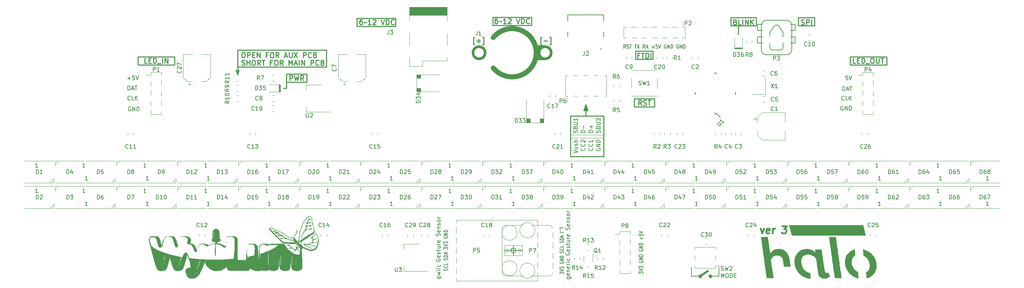
<source format=gto>
%TF.GenerationSoftware,KiCad,Pcbnew,5.1.8-db9833491~88~ubuntu20.04.1*%
%TF.CreationDate,2020-12-25T16:42:28+05:30*%
%TF.ProjectId,halo,68616c6f-2e6b-4696-9361-645f70636258,v1*%
%TF.SameCoordinates,Original*%
%TF.FileFunction,Legend,Top*%
%TF.FilePolarity,Positive*%
%FSLAX46Y46*%
G04 Gerber Fmt 4.6, Leading zero omitted, Abs format (unit mm)*
G04 Created by KiCad (PCBNEW 5.1.8-db9833491~88~ubuntu20.04.1) date 2020-12-25 16:42:28*
%MOMM*%
%LPD*%
G01*
G04 APERTURE LIST*
%ADD10C,0.254000*%
%ADD11C,0.120000*%
%ADD12C,0.100000*%
%ADD13C,0.381000*%
%ADD14C,0.152400*%
%ADD15C,0.508000*%
%ADD16C,1.270000*%
%ADD17C,0.635000*%
%ADD18C,0.127000*%
%ADD19C,0.200000*%
%ADD20C,0.150000*%
%ADD21C,0.010000*%
%ADD22C,2.032000*%
%ADD23C,10.668000*%
%ADD24C,6.400000*%
%ADD25C,0.800000*%
%ADD26R,2.400000X2.800000*%
%ADD27C,1.600000*%
%ADD28C,1.800000*%
%ADD29R,1.905000X1.016000*%
%ADD30C,3.175000*%
%ADD31C,0.650000*%
%ADD32R,2.180000X2.000000*%
%ADD33R,0.300000X1.150000*%
%ADD34R,0.600000X1.150000*%
%ADD35R,2.000000X3.800000*%
%ADD36R,2.000000X1.500000*%
%ADD37R,1.500000X1.000000*%
%ADD38R,2.300000X2.500000*%
%ADD39C,1.000000*%
%ADD40R,2.540000X1.016000*%
%ADD41R,1.016000X2.540000*%
%ADD42R,1.200000X1.400000*%
%ADD43R,3.150000X1.000000*%
%ADD44R,2.500000X2.300000*%
%ADD45C,2.374900*%
%ADD46C,0.990600*%
%ADD47C,0.787400*%
%ADD48R,1.000000X3.150000*%
%ADD49R,1.550000X1.300000*%
%ADD50R,0.420000X0.650000*%
G04 APERTURE END LIST*
D10*
X144526000Y-61722000D02*
X139700000Y-61722000D01*
X139700000Y-61722000D02*
X134874000Y-61722000D01*
X134874000Y-61722000D02*
X134874000Y-59690000D01*
X144526000Y-59690000D02*
X144526000Y-61722000D01*
X134874000Y-59690000D02*
X144526000Y-59690000D01*
X100965000Y-59944000D02*
X110617000Y-59944000D01*
X110617000Y-59944000D02*
X110617000Y-61976000D01*
X100965000Y-61976000D02*
X100965000Y-59944000D01*
X105791000Y-61976000D02*
X100965000Y-61976000D01*
X110617000Y-61976000D02*
X105791000Y-61976000D01*
G36*
X158623000Y-83058000D02*
G01*
X157607000Y-83058000D01*
X158115000Y-81534000D01*
X158623000Y-83058000D01*
G37*
X158623000Y-83058000D02*
X157607000Y-83058000D01*
X158115000Y-81534000D01*
X158623000Y-83058000D01*
X158115000Y-84455001D02*
X158115000Y-81534000D01*
D11*
X162560000Y-89916000D02*
X154305000Y-89916000D01*
X154305000Y-89154000D02*
X162560000Y-89154000D01*
D10*
X154305000Y-94615000D02*
X154305000Y-84455000D01*
X162560000Y-94615000D02*
X154305000Y-94615000D01*
X162560000Y-84455000D02*
X162560000Y-94615000D01*
X154305000Y-84455000D02*
X162560000Y-84455000D01*
D12*
G36*
X227965000Y-114300000D02*
G01*
X209550000Y-114300000D01*
X208915000Y-111760000D01*
X227330000Y-111760000D01*
X227965000Y-114300000D01*
G37*
X227965000Y-114300000D02*
X209550000Y-114300000D01*
X208915000Y-111760000D01*
X227330000Y-111760000D01*
X227965000Y-114300000D01*
D13*
X201806439Y-112649000D02*
X202081606Y-113834333D01*
X202653106Y-112649000D01*
X203870189Y-113749666D02*
X203690272Y-113834333D01*
X203351606Y-113834333D01*
X203192856Y-113749666D01*
X203129356Y-113580333D01*
X203214022Y-112903000D01*
X203319856Y-112733666D01*
X203499772Y-112649000D01*
X203838439Y-112649000D01*
X203997189Y-112733666D01*
X204060689Y-112903000D01*
X204039522Y-113072333D01*
X203171689Y-113241666D01*
X204706272Y-113834333D02*
X204854439Y-112649000D01*
X204812106Y-112987666D02*
X204917939Y-112818333D01*
X205013189Y-112733666D01*
X205193106Y-112649000D01*
X205362439Y-112649000D01*
X207214522Y-112056333D02*
X208315189Y-112056333D01*
X207637856Y-112733666D01*
X207891856Y-112733666D01*
X208050606Y-112818333D01*
X208124689Y-112903000D01*
X208188189Y-113072333D01*
X208135272Y-113495666D01*
X208029439Y-113665000D01*
X207934189Y-113749666D01*
X207754272Y-113834333D01*
X207246272Y-113834333D01*
X207087522Y-113749666D01*
X207013439Y-113665000D01*
D10*
X71501000Y-73025000D02*
X71120000Y-74041000D01*
X70739000Y-73025000D02*
X71501000Y-73025000D01*
X71120000Y-74041000D02*
X70739000Y-73025000D01*
X71120000Y-74041000D02*
X71120000Y-72136000D01*
X71120000Y-67945000D02*
X93345000Y-67945000D01*
X93345000Y-67945000D02*
X93345000Y-72136000D01*
X71120000Y-72136000D02*
X71120000Y-67945000D01*
X93345000Y-72136000D02*
X71120000Y-72136000D01*
X211201000Y-59817000D02*
X215265000Y-59817000D01*
X215265000Y-59817000D02*
X215265000Y-61849000D01*
X211201000Y-61849000D02*
X211201000Y-59817000D01*
X213233000Y-61849000D02*
X211201000Y-61849000D01*
X215265000Y-61849000D02*
X213233000Y-61849000D01*
X196215000Y-64008000D02*
X196215000Y-61849000D01*
X194310000Y-59817000D02*
X200660000Y-59817000D01*
X200660000Y-59817000D02*
X200660000Y-61849000D01*
X194310000Y-61849000D02*
X194310000Y-59817000D01*
X197485000Y-61849000D02*
X194310000Y-61849000D01*
X200660000Y-61849000D02*
X197485000Y-61849000D01*
X170561000Y-68199000D02*
X174879000Y-68199000D01*
X174879000Y-68199000D02*
X174879000Y-70231000D01*
X170561000Y-70231000D02*
X170561000Y-68199000D01*
X172720000Y-70231000D02*
X170561000Y-70231000D01*
X174879000Y-70231000D02*
X172720000Y-70231000D01*
X170180000Y-80137000D02*
X175260000Y-80137000D01*
X175260000Y-80137000D02*
X175260000Y-82169000D01*
X170180000Y-82169000D02*
X170180000Y-80137000D01*
X172720000Y-82169000D02*
X170180000Y-82169000D01*
X175260000Y-82169000D02*
X172720000Y-82169000D01*
X83312000Y-77470000D02*
X82550000Y-77470000D01*
X83312000Y-75946000D02*
X83312000Y-77470000D01*
X83312000Y-73914000D02*
X88392000Y-73914000D01*
X88392000Y-73914000D02*
X88392000Y-75946000D01*
X83312000Y-75946000D02*
X83312000Y-73914000D01*
X85852000Y-75946000D02*
X83312000Y-75946000D01*
X88392000Y-75946000D02*
X85852000Y-75946000D01*
X224155000Y-69596000D02*
X233299000Y-69596000D01*
X233299000Y-69596000D02*
X233299000Y-71628000D01*
X224155000Y-71628000D02*
X224155000Y-69596000D01*
X228727000Y-71628000D02*
X224155000Y-71628000D01*
X233299000Y-71628000D02*
X228727000Y-71628000D01*
X55372000Y-71628000D02*
X50800000Y-71628000D01*
X55372000Y-69596000D02*
X55372000Y-71628000D01*
X46228000Y-69596000D02*
X55372000Y-69596000D01*
X46228000Y-71628000D02*
X46228000Y-69596000D01*
X50800000Y-71628000D02*
X46228000Y-71628000D01*
D14*
X191389000Y-122301000D02*
X191389000Y-124587000D01*
X184531000Y-122301000D02*
X184531000Y-124587000D01*
X189357000Y-124587000D02*
G75*
G03*
X189357000Y-124587000I-127000J0D01*
G01*
X186817000Y-124587000D02*
G75*
G03*
X186817000Y-124587000I-127000J0D01*
G01*
X186944000Y-124587000D02*
G75*
G03*
X186944000Y-124587000I-254000J0D01*
G01*
X189484000Y-124587000D02*
G75*
G03*
X189484000Y-124587000I-254000J0D01*
G01*
D15*
X186690000Y-124587000D02*
X188595000Y-123317000D01*
D14*
X189230000Y-124587000D02*
X191389000Y-124587000D01*
X186690000Y-124587000D02*
X184531000Y-124587000D01*
X189611000Y-124587000D02*
G75*
G03*
X189611000Y-124587000I-381000J0D01*
G01*
X187071000Y-124587000D02*
G75*
G03*
X187071000Y-124587000I-381000J0D01*
G01*
D16*
%TO.C,J1*%
X135001000Y-64770000D02*
G75*
G02*
X135001000Y-72390000I4699000J-3810000D01*
G01*
D17*
X132969000Y-68580000D02*
G75*
G03*
X132969000Y-68580000I-1524000J0D01*
G01*
X149479000Y-68580000D02*
G75*
G03*
X149479000Y-68580000I-1524000J0D01*
G01*
D13*
G36*
X146431000Y-67437000D02*
G01*
X146431000Y-69723000D01*
X147955000Y-70231000D01*
X145415000Y-70231000D01*
X145415000Y-66929000D01*
X147955000Y-66929000D01*
X146431000Y-67437000D01*
G37*
X146431000Y-67437000D02*
X146431000Y-69723000D01*
X147955000Y-70231000D01*
X145415000Y-70231000D01*
X145415000Y-66929000D01*
X147955000Y-66929000D01*
X146431000Y-67437000D01*
D11*
%TO.C,C29*%
X115035000Y-114561252D02*
X115035000Y-114038748D01*
X113565000Y-114561252D02*
X113565000Y-114038748D01*
%TO.C,C17*%
X149125000Y-79712452D02*
X149125000Y-79189948D01*
X150595000Y-79712452D02*
X150595000Y-79189948D01*
%TO.C,J3*%
X114045000Y-60650000D02*
X114045000Y-57150000D01*
X114045000Y-66750000D02*
X114045000Y-63650000D01*
X123445000Y-60650000D02*
X123445000Y-57150000D01*
X123445000Y-66750000D02*
X123445000Y-63650000D01*
D12*
G36*
X114045000Y-59150000D02*
G01*
X114045000Y-57150000D01*
X123445000Y-57150000D01*
X123445000Y-59150000D01*
X114045000Y-59150000D01*
G37*
X114045000Y-59150000D02*
X114045000Y-57150000D01*
X123445000Y-57150000D01*
X123445000Y-59150000D01*
X114045000Y-59150000D01*
D11*
X117245000Y-70650000D02*
X123445000Y-70650000D01*
X117245000Y-71950000D02*
X117245000Y-70650000D01*
X114045000Y-57150000D02*
X118745000Y-57150000D01*
X114045000Y-71950000D02*
X114045000Y-69750000D01*
X117245000Y-71950000D02*
X114045000Y-71950000D01*
X123445000Y-69750000D02*
X123445000Y-70650000D01*
X118745000Y-57150000D02*
X123445000Y-57150000D01*
%TO.C,P7*%
X149860000Y-123825000D02*
X149225000Y-124460000D01*
X149860000Y-112395000D02*
X149225000Y-111760000D01*
X137160000Y-112395000D02*
X137795000Y-111760000D01*
X137160000Y-123825000D02*
X137795000Y-124460000D01*
X141986000Y-118110000D02*
G75*
G03*
X141986000Y-118110000I-381000J0D01*
G01*
X138811000Y-118110000D02*
G75*
G03*
X138811000Y-118110000I-381000J0D01*
G01*
D18*
X140652500Y-118110000D02*
G75*
G03*
X140652500Y-118110000I-635000J0D01*
G01*
D11*
X142240000Y-119380000D02*
X137795000Y-119380000D01*
X142240000Y-116840000D02*
X142240000Y-119380000D01*
X137795000Y-116840000D02*
X142240000Y-116840000D01*
X137795000Y-119380000D02*
X137795000Y-116840000D01*
D18*
X137795000Y-118110000D02*
X142240000Y-118110000D01*
X140017500Y-119380000D02*
X140017500Y-116840000D01*
D11*
X140970000Y-113665000D02*
G75*
G03*
X140970000Y-113665000I-1905000J0D01*
G01*
X140970000Y-122555000D02*
G75*
G03*
X140970000Y-122555000I-1905000J0D01*
G01*
X149860000Y-112395000D02*
X149860000Y-118110000D01*
X137795000Y-111760000D02*
X149225000Y-111760000D01*
X137160000Y-123825000D02*
X137160000Y-112395000D01*
X149225000Y-124460000D02*
X137795000Y-124460000D01*
X149860000Y-118110000D02*
X149860000Y-123825000D01*
%TO.C,P5*%
X125730000Y-118110000D02*
X125730000Y-110490000D01*
X125730000Y-110490000D02*
X146050000Y-110490000D01*
X146050000Y-110490000D02*
X146050000Y-125730000D01*
X146050000Y-125730000D02*
X125730000Y-125730000D01*
X125730000Y-125730000D02*
X125730000Y-118110000D01*
X145415000Y-113030000D02*
G75*
G03*
X145415000Y-113030000I-1905000J0D01*
G01*
X145415000Y-123190000D02*
G75*
G03*
X145415000Y-123190000I-1905000J0D01*
G01*
D18*
X140017500Y-116840000D02*
X140017500Y-119380000D01*
X142240000Y-118110000D02*
X137795000Y-118110000D01*
D11*
X142240000Y-116840000D02*
X142240000Y-119380000D01*
X142240000Y-119380000D02*
X137795000Y-119380000D01*
X137795000Y-119380000D02*
X137795000Y-116840000D01*
X137795000Y-116840000D02*
X142240000Y-116840000D01*
D18*
X140652500Y-118110000D02*
G75*
G03*
X140652500Y-118110000I-635000J0D01*
G01*
D11*
X141986000Y-118110000D02*
G75*
G03*
X141986000Y-118110000I-381000J0D01*
G01*
X138811000Y-118110000D02*
G75*
G03*
X138811000Y-118110000I-381000J0D01*
G01*
D19*
%TO.C,J2*%
X162585000Y-60615000D02*
X162585000Y-59125000D01*
X162585000Y-59125000D02*
X153645000Y-59125000D01*
X153645000Y-59125000D02*
X153645000Y-60615000D01*
X162585000Y-64545000D02*
X162585000Y-63335000D01*
X153645000Y-64545000D02*
X153645000Y-63335000D01*
X161995000Y-67635000D02*
G75*
G03*
X161995000Y-67635000I-100000J0D01*
G01*
D11*
%TO.C,C20*%
X177265000Y-69588748D02*
X177265000Y-70111252D01*
X175795000Y-69588748D02*
X175795000Y-70111252D01*
%TO.C,U2*%
X94270000Y-83420000D02*
X88260000Y-83420000D01*
X92020000Y-76600000D02*
X88260000Y-76600000D01*
X88260000Y-83420000D02*
X88260000Y-82160000D01*
X88260000Y-76600000D02*
X88260000Y-77860000D01*
%TO.C,R8*%
X198147000Y-66013064D02*
X198147000Y-65558936D01*
X199617000Y-66013064D02*
X199617000Y-65558936D01*
%TO.C,D2*%
X25240000Y-107525000D02*
X25240000Y-106375000D01*
X17940000Y-107525000D02*
X25240000Y-107525000D01*
X17940000Y-102025000D02*
X25240000Y-102025000D01*
X25190000Y-106575000D02*
X24390000Y-107475000D01*
D12*
%TO.C,D33*%
G36*
X147565000Y-85050000D02*
G01*
X147565000Y-86100000D01*
X146665000Y-86100000D01*
X146665000Y-85050000D01*
X147565000Y-85050000D01*
G37*
X147565000Y-85050000D02*
X147565000Y-86100000D01*
X146665000Y-86100000D01*
X146665000Y-85050000D01*
X147565000Y-85050000D01*
G36*
X144165000Y-85050000D02*
G01*
X144165000Y-86100000D01*
X143265000Y-86100000D01*
X143265000Y-85050000D01*
X144165000Y-85050000D01*
G37*
X144165000Y-85050000D02*
X144165000Y-86100000D01*
X143265000Y-86100000D01*
X143265000Y-85050000D01*
X144165000Y-85050000D01*
D11*
X143265000Y-86100000D02*
X147565000Y-86100000D01*
X147565000Y-86100000D02*
X147565000Y-80400000D01*
X143265000Y-86100000D02*
X143265000Y-80400000D01*
%TO.C,C11*%
X45185000Y-88638748D02*
X45185000Y-89161252D01*
X43715000Y-88638748D02*
X43715000Y-89161252D01*
%TO.C,C18*%
X132615000Y-114561252D02*
X132615000Y-114038748D01*
X134085000Y-114561252D02*
X134085000Y-114038748D01*
%TO.C,C10*%
X214256252Y-65505000D02*
X213733748Y-65505000D01*
X214256252Y-64035000D02*
X213733748Y-64035000D01*
%TO.C,C6*%
X202826252Y-74522000D02*
X202303748Y-74522000D01*
X202826252Y-73052000D02*
X202303748Y-73052000D01*
%TO.C,C9*%
X169645000Y-69588748D02*
X169645000Y-70111252D01*
X168175000Y-69588748D02*
X168175000Y-70111252D01*
%TO.C,R1*%
X179805000Y-69622936D02*
X179805000Y-70077064D01*
X178335000Y-69622936D02*
X178335000Y-70077064D01*
%TO.C,C2*%
X184685000Y-70111252D02*
X184685000Y-69588748D01*
X186155000Y-70111252D02*
X186155000Y-69588748D01*
%TO.C,C3*%
X196950000Y-88638748D02*
X196950000Y-89161252D01*
X195480000Y-88638748D02*
X195480000Y-89161252D01*
%TO.C,C4*%
X194410000Y-88638748D02*
X194410000Y-89161252D01*
X192940000Y-88638748D02*
X192940000Y-89161252D01*
%TO.C,C5*%
X202303748Y-79529000D02*
X202826252Y-79529000D01*
X202303748Y-80999000D02*
X202826252Y-80999000D01*
%TO.C,C8*%
X80271252Y-80745000D02*
X79748748Y-80745000D01*
X80271252Y-79275000D02*
X79748748Y-79275000D01*
%TO.C,D3*%
X25560000Y-102025000D02*
X25560000Y-103175000D01*
X32860000Y-102025000D02*
X25560000Y-102025000D01*
X32860000Y-107525000D02*
X25560000Y-107525000D01*
X25610000Y-102975000D02*
X26410000Y-102075000D01*
%TO.C,D4*%
X25560000Y-95675000D02*
X25560000Y-96825000D01*
X32860000Y-95675000D02*
X25560000Y-95675000D01*
X32860000Y-101175000D02*
X25560000Y-101175000D01*
X25610000Y-96625000D02*
X26410000Y-95725000D01*
%TO.C,D10*%
X55720000Y-107525000D02*
X55720000Y-106375000D01*
X48420000Y-107525000D02*
X55720000Y-107525000D01*
X48420000Y-102025000D02*
X55720000Y-102025000D01*
X55670000Y-106575000D02*
X54870000Y-107475000D01*
%TO.C,D11*%
X56040000Y-102025000D02*
X56040000Y-103175000D01*
X63340000Y-102025000D02*
X56040000Y-102025000D01*
X63340000Y-107525000D02*
X56040000Y-107525000D01*
X56090000Y-102975000D02*
X56890000Y-102075000D01*
%TO.C,D17*%
X86200000Y-101175000D02*
X86200000Y-100025000D01*
X78900000Y-101175000D02*
X86200000Y-101175000D01*
X78900000Y-95675000D02*
X86200000Y-95675000D01*
X86150000Y-100225000D02*
X85350000Y-101125000D01*
%TO.C,D18*%
X86200000Y-107525000D02*
X86200000Y-106375000D01*
X78900000Y-107525000D02*
X86200000Y-107525000D01*
X78900000Y-102025000D02*
X86200000Y-102025000D01*
X86150000Y-106575000D02*
X85350000Y-107475000D01*
%TO.C,D19*%
X86520000Y-102025000D02*
X86520000Y-103175000D01*
X93820000Y-102025000D02*
X86520000Y-102025000D01*
X93820000Y-107525000D02*
X86520000Y-107525000D01*
X86570000Y-102975000D02*
X87370000Y-102075000D01*
%TO.C,D20*%
X86520000Y-95675000D02*
X86520000Y-96825000D01*
X93820000Y-95675000D02*
X86520000Y-95675000D01*
X93820000Y-101175000D02*
X86520000Y-101175000D01*
X86570000Y-96625000D02*
X87370000Y-95725000D01*
%TO.C,D21*%
X101440000Y-101175000D02*
X101440000Y-100025000D01*
X94140000Y-101175000D02*
X101440000Y-101175000D01*
X94140000Y-95675000D02*
X101440000Y-95675000D01*
X101390000Y-100225000D02*
X100590000Y-101125000D01*
%TO.C,D22*%
X101440000Y-107525000D02*
X101440000Y-106375000D01*
X94140000Y-107525000D02*
X101440000Y-107525000D01*
X94140000Y-102025000D02*
X101440000Y-102025000D01*
X101390000Y-106575000D02*
X100590000Y-107475000D01*
%TO.C,D23*%
X101760000Y-102025000D02*
X101760000Y-103175000D01*
X109060000Y-102025000D02*
X101760000Y-102025000D01*
X109060000Y-107525000D02*
X101760000Y-107525000D01*
X101810000Y-102975000D02*
X102610000Y-102075000D01*
%TO.C,D28*%
X117000000Y-95675000D02*
X117000000Y-96825000D01*
X124300000Y-95675000D02*
X117000000Y-95675000D01*
X124300000Y-101175000D02*
X117000000Y-101175000D01*
X117050000Y-96625000D02*
X117850000Y-95725000D01*
%TO.C,D29*%
X131920000Y-101175000D02*
X131920000Y-100025000D01*
X124620000Y-101175000D02*
X131920000Y-101175000D01*
X124620000Y-95675000D02*
X131920000Y-95675000D01*
X131870000Y-100225000D02*
X131070000Y-101125000D01*
%TO.C,D30*%
X131920000Y-107525000D02*
X131920000Y-106375000D01*
X124620000Y-107525000D02*
X131920000Y-107525000D01*
X124620000Y-102025000D02*
X131920000Y-102025000D01*
X131870000Y-106575000D02*
X131070000Y-107475000D01*
%TO.C,D35*%
X81695000Y-76510000D02*
X79010000Y-76510000D01*
X81695000Y-78430000D02*
X81695000Y-76510000D01*
X79010000Y-78430000D02*
X81695000Y-78430000D01*
D12*
G36*
X81500000Y-76500000D02*
G01*
X81810000Y-76500000D01*
X81810000Y-78440000D01*
X81500000Y-78440000D01*
X81500000Y-76500000D01*
G37*
X81500000Y-76500000D02*
X81810000Y-76500000D01*
X81810000Y-78440000D01*
X81500000Y-78440000D01*
X81500000Y-76500000D01*
D11*
%TO.C,D36*%
X197175000Y-67471000D02*
X197175000Y-64786000D01*
X195255000Y-67471000D02*
X197175000Y-67471000D01*
X195255000Y-64786000D02*
X195255000Y-67471000D01*
D12*
G36*
X197185000Y-67276000D02*
G01*
X197185000Y-67586000D01*
X195245000Y-67586000D01*
X195245000Y-67276000D01*
X197185000Y-67276000D01*
G37*
X197185000Y-67276000D02*
X197185000Y-67586000D01*
X195245000Y-67586000D01*
X195245000Y-67276000D01*
X197185000Y-67276000D01*
D11*
%TO.C,P1*%
X48260000Y-74170000D02*
X49470000Y-74170000D01*
X49470000Y-80770000D02*
X49470000Y-83980000D01*
X49470000Y-75690000D02*
X49470000Y-79250000D01*
X49470000Y-73500000D02*
X49470000Y-74170000D01*
X49470000Y-83980000D02*
X52130000Y-83980000D01*
X52130000Y-83310000D02*
X52130000Y-83980000D01*
X52130000Y-78230000D02*
X52130000Y-81790000D01*
X52130000Y-73500000D02*
X52130000Y-76710000D01*
X49470000Y-73500000D02*
X52130000Y-73500000D01*
%TO.C,P2*%
X182940000Y-62170000D02*
X182940000Y-64830000D01*
X167580000Y-62170000D02*
X167580000Y-64830000D01*
X182940000Y-64830000D02*
X179830000Y-64830000D01*
X182370000Y-62170000D02*
X182370000Y-60650000D01*
X182940000Y-62170000D02*
X182370000Y-62170000D01*
X168150000Y-64830000D02*
X167580000Y-64830000D01*
X178310000Y-64830000D02*
X174750000Y-64830000D01*
X173230000Y-64830000D02*
X169670000Y-64830000D01*
X180850000Y-62170000D02*
X177290000Y-62170000D01*
X175770000Y-62170000D02*
X172210000Y-62170000D01*
X170690000Y-62170000D02*
X167580000Y-62170000D01*
%TO.C,R2*%
X175160000Y-89127064D02*
X175160000Y-88672936D01*
X176630000Y-89127064D02*
X176630000Y-88672936D01*
%TO.C,R3*%
X177700000Y-89127064D02*
X177700000Y-88672936D01*
X179170000Y-89127064D02*
X179170000Y-88672936D01*
%TO.C,R4*%
X190400000Y-89127064D02*
X190400000Y-88672936D01*
X191870000Y-89127064D02*
X191870000Y-88672936D01*
%TO.C,R5*%
X165000000Y-80872064D02*
X165000000Y-80417936D01*
X166470000Y-80872064D02*
X166470000Y-80417936D01*
%TO.C,R6*%
X166470000Y-76607936D02*
X166470000Y-77062064D01*
X165000000Y-76607936D02*
X165000000Y-77062064D01*
%TO.C,R7*%
X80237064Y-75665000D02*
X79782936Y-75665000D01*
X80237064Y-74195000D02*
X79782936Y-74195000D01*
D20*
%TO.C,U1*%
X190659099Y-83707425D02*
X191666726Y-84715052D01*
X185373476Y-78740000D02*
X185603286Y-78969810D01*
X190500000Y-73613476D02*
X190729810Y-73843286D01*
X195626524Y-78740000D02*
X195396714Y-78510190D01*
X190500000Y-83866524D02*
X190270190Y-83636714D01*
X195626524Y-78740000D02*
X195396714Y-78969810D01*
X190500000Y-73613476D02*
X190270190Y-73843286D01*
X185373476Y-78740000D02*
X185603286Y-78510190D01*
X190500000Y-83866524D02*
X190659099Y-83707425D01*
D11*
%TO.C,X1*%
X199645000Y-78962001D02*
X202945000Y-78962001D01*
X202945000Y-78962001D02*
X202945000Y-74962001D01*
D21*
%TO.C,G4*%
G36*
X80325633Y-113100232D02*
G01*
X80400750Y-113137306D01*
X80443310Y-113187446D01*
X80447444Y-113209702D01*
X80455720Y-113242996D01*
X80485160Y-113278745D01*
X80542682Y-113321884D01*
X80635205Y-113377345D01*
X80769646Y-113450061D01*
X80825400Y-113479210D01*
X80956024Y-113540150D01*
X81062724Y-113571817D01*
X81158867Y-113580333D01*
X81252637Y-113586143D01*
X81329798Y-113600840D01*
X81352411Y-113609548D01*
X81391533Y-113654449D01*
X81406995Y-113718451D01*
X81394980Y-113775268D01*
X81378900Y-113791924D01*
X81384877Y-113815618D01*
X81429381Y-113861655D01*
X81502665Y-113923122D01*
X81594985Y-113993104D01*
X81696597Y-114064690D01*
X81797756Y-114130966D01*
X81888716Y-114185019D01*
X81959733Y-114219935D01*
X81995631Y-114229444D01*
X82124811Y-114246722D01*
X82222111Y-114295142D01*
X82277315Y-114369584D01*
X82277752Y-114370819D01*
X82320168Y-114437094D01*
X82394354Y-114506893D01*
X82427965Y-114530785D01*
X82500156Y-114578537D01*
X82550834Y-114613804D01*
X82564111Y-114624291D01*
X82592505Y-114645524D01*
X82656275Y-114689940D01*
X82743783Y-114749484D01*
X82783815Y-114776395D01*
X82913165Y-114856408D01*
X83015248Y-114902944D01*
X83103223Y-114921917D01*
X83108370Y-114922310D01*
X83242022Y-114941537D01*
X83334325Y-114976456D01*
X83379188Y-115024370D01*
X83382555Y-115043715D01*
X83403491Y-115087292D01*
X83470419Y-115132635D01*
X83530722Y-115160803D01*
X83638607Y-115207296D01*
X83746360Y-115254217D01*
X83791778Y-115274202D01*
X83862780Y-115304741D01*
X83970969Y-115350202D01*
X84101234Y-115404277D01*
X84229222Y-115456878D01*
X84409901Y-115530910D01*
X84544868Y-115586787D01*
X84640730Y-115627537D01*
X84704093Y-115656184D01*
X84741566Y-115675754D01*
X84759757Y-115689273D01*
X84765271Y-115699767D01*
X84765444Y-115702431D01*
X84746356Y-115722578D01*
X84691812Y-115702738D01*
X84680778Y-115696302D01*
X84631443Y-115671189D01*
X84551527Y-115634938D01*
X84497333Y-115611754D01*
X84404235Y-115572835D01*
X84323394Y-115538992D01*
X84292722Y-115526125D01*
X84212087Y-115492245D01*
X84165722Y-115472763D01*
X84103147Y-115446427D01*
X84013947Y-115408837D01*
X83961111Y-115386555D01*
X83869926Y-115348091D01*
X83792651Y-115315496D01*
X83763555Y-115303225D01*
X83701589Y-115277330D01*
X83617495Y-115242456D01*
X83594222Y-115232843D01*
X83510463Y-115196605D01*
X83441789Y-115164092D01*
X83429119Y-115157407D01*
X83367235Y-115142696D01*
X83284022Y-115144477D01*
X83271943Y-115146282D01*
X83146143Y-115145749D01*
X83041935Y-115120474D01*
X82932659Y-115095532D01*
X82775982Y-115081018D01*
X82583813Y-115076521D01*
X82435208Y-115077591D01*
X82329971Y-115082427D01*
X82255061Y-115092828D01*
X82197436Y-115110590D01*
X82144946Y-115136997D01*
X82074683Y-115173182D01*
X82019337Y-115183158D01*
X81950650Y-115169510D01*
X81913577Y-115158163D01*
X81820709Y-115113432D01*
X81777427Y-115060651D01*
X81777600Y-115056450D01*
X81894650Y-115056450D01*
X81899938Y-115074573D01*
X81936406Y-115095200D01*
X81991379Y-115097967D01*
X82039291Y-115084943D01*
X82055304Y-115062000D01*
X82028464Y-115027779D01*
X81973937Y-115009826D01*
X81919968Y-115016832D01*
X81915919Y-115019098D01*
X81894650Y-115056450D01*
X81777600Y-115056450D01*
X81779561Y-115008972D01*
X81822939Y-114967548D01*
X81903388Y-114945528D01*
X82008219Y-114950556D01*
X82098536Y-114972852D01*
X82174033Y-115003024D01*
X82185966Y-115010021D01*
X82241462Y-115028271D01*
X82333719Y-115040156D01*
X82450045Y-115046014D01*
X82577746Y-115046185D01*
X82704128Y-115041009D01*
X82782242Y-115033929D01*
X83086001Y-115033929D01*
X83115952Y-115070501D01*
X83120906Y-115073518D01*
X83177524Y-115100101D01*
X83213707Y-115091412D01*
X83237744Y-115066458D01*
X83254946Y-115022208D01*
X83220428Y-114996751D01*
X83167850Y-114991444D01*
X83105402Y-115003902D01*
X83086001Y-115033929D01*
X82782242Y-115033929D01*
X82816500Y-115030824D01*
X82902167Y-115015971D01*
X82948435Y-114996789D01*
X82952906Y-114989512D01*
X82932546Y-114953400D01*
X82862639Y-114890824D01*
X82743112Y-114801724D01*
X82598705Y-114702586D01*
X82456500Y-114608514D01*
X82350886Y-114542193D01*
X82272290Y-114498898D01*
X82211135Y-114473907D01*
X82157849Y-114462494D01*
X82106880Y-114459926D01*
X82005612Y-114449790D01*
X81912140Y-114424539D01*
X81891325Y-114415240D01*
X81780711Y-114378996D01*
X81667876Y-114375944D01*
X81574979Y-114406184D01*
X81563883Y-114413786D01*
X81490695Y-114446823D01*
X81404546Y-114454374D01*
X81318399Y-114440659D01*
X81245218Y-114409900D01*
X81197966Y-114366317D01*
X81193490Y-114338379D01*
X81311035Y-114338379D01*
X81327392Y-114371848D01*
X81345064Y-114379624D01*
X81388317Y-114392006D01*
X81397636Y-114395504D01*
X81423871Y-114389810D01*
X81447745Y-114381370D01*
X81472315Y-114353737D01*
X81457092Y-114318494D01*
X81413610Y-114291511D01*
X81378341Y-114285889D01*
X81330554Y-114302582D01*
X81311035Y-114338379D01*
X81193490Y-114338379D01*
X81189605Y-114314132D01*
X81198207Y-114294712D01*
X81254382Y-114251492D01*
X81342962Y-114233639D01*
X81445715Y-114241585D01*
X81544407Y-114275763D01*
X81562499Y-114286059D01*
X81648236Y-114323359D01*
X81735607Y-114337153D01*
X81755585Y-114334499D01*
X81973809Y-114334499D01*
X81979269Y-114368477D01*
X82025102Y-114393232D01*
X82073260Y-114398777D01*
X82130734Y-114388226D01*
X82154013Y-114371971D01*
X82147890Y-114340506D01*
X82106851Y-114312547D01*
X82051989Y-114298602D01*
X82015822Y-114303120D01*
X81973809Y-114334499D01*
X81755585Y-114334499D01*
X81808082Y-114327525D01*
X81849133Y-114294553D01*
X81852220Y-114284638D01*
X81834165Y-114248042D01*
X81778063Y-114189854D01*
X81694210Y-114117617D01*
X81592907Y-114038870D01*
X81484449Y-113961154D01*
X81379137Y-113892011D01*
X81287266Y-113838981D01*
X81219137Y-113809605D01*
X81198722Y-113806111D01*
X81133583Y-113796618D01*
X81053237Y-113773681D01*
X81050531Y-113772711D01*
X80977813Y-113754537D01*
X80914430Y-113765903D01*
X80862044Y-113791077D01*
X80766796Y-113824641D01*
X80668309Y-113831288D01*
X80578217Y-113814951D01*
X80508150Y-113779565D01*
X80469743Y-113729063D01*
X80470890Y-113714569D01*
X80596466Y-113714569D01*
X80618116Y-113751011D01*
X80620217Y-113752389D01*
X80662102Y-113774155D01*
X80673222Y-113777024D01*
X80706421Y-113763893D01*
X80726227Y-113752389D01*
X80750015Y-113716244D01*
X80729893Y-113681455D01*
X80676180Y-113665034D01*
X80673222Y-113665000D01*
X80618274Y-113680227D01*
X80596466Y-113714569D01*
X80470890Y-113714569D01*
X80474625Y-113667381D01*
X80477753Y-113661101D01*
X80524193Y-113626721D01*
X80604664Y-113608781D01*
X80699086Y-113607651D01*
X80787382Y-113623700D01*
X80846337Y-113654311D01*
X80897643Y-113680411D01*
X80948468Y-113680000D01*
X80952364Y-113676907D01*
X81111280Y-113676907D01*
X81128643Y-113711991D01*
X81178641Y-113740114D01*
X81238933Y-113739562D01*
X81282036Y-113711956D01*
X81286398Y-113702672D01*
X81273765Y-113669920D01*
X81226280Y-113649031D01*
X81165349Y-113647295D01*
X81142144Y-113653544D01*
X81111280Y-113676907D01*
X80952364Y-113676907D01*
X80978257Y-113656352D01*
X80977826Y-113633368D01*
X80958470Y-113608786D01*
X80910124Y-113573559D01*
X80826939Y-113524161D01*
X80703066Y-113457067D01*
X80574444Y-113390183D01*
X80423948Y-113326843D01*
X80292006Y-113303535D01*
X80274049Y-113303204D01*
X80155941Y-113291738D01*
X80071875Y-113260795D01*
X80027589Y-113215858D01*
X80027670Y-113212323D01*
X80150571Y-113212323D01*
X80151987Y-113214862D01*
X80188660Y-113234024D01*
X80244701Y-113234896D01*
X80293269Y-113220139D01*
X80308701Y-113199333D01*
X80286086Y-113169963D01*
X80263842Y-113161668D01*
X80202048Y-113161313D01*
X80158093Y-113181145D01*
X80150571Y-113212323D01*
X80027670Y-113212323D01*
X80028822Y-113162406D01*
X80073500Y-113111620D01*
X80145152Y-113082968D01*
X80234815Y-113080645D01*
X80325633Y-113100232D01*
G37*
X80325633Y-113100232D02*
X80400750Y-113137306D01*
X80443310Y-113187446D01*
X80447444Y-113209702D01*
X80455720Y-113242996D01*
X80485160Y-113278745D01*
X80542682Y-113321884D01*
X80635205Y-113377345D01*
X80769646Y-113450061D01*
X80825400Y-113479210D01*
X80956024Y-113540150D01*
X81062724Y-113571817D01*
X81158867Y-113580333D01*
X81252637Y-113586143D01*
X81329798Y-113600840D01*
X81352411Y-113609548D01*
X81391533Y-113654449D01*
X81406995Y-113718451D01*
X81394980Y-113775268D01*
X81378900Y-113791924D01*
X81384877Y-113815618D01*
X81429381Y-113861655D01*
X81502665Y-113923122D01*
X81594985Y-113993104D01*
X81696597Y-114064690D01*
X81797756Y-114130966D01*
X81888716Y-114185019D01*
X81959733Y-114219935D01*
X81995631Y-114229444D01*
X82124811Y-114246722D01*
X82222111Y-114295142D01*
X82277315Y-114369584D01*
X82277752Y-114370819D01*
X82320168Y-114437094D01*
X82394354Y-114506893D01*
X82427965Y-114530785D01*
X82500156Y-114578537D01*
X82550834Y-114613804D01*
X82564111Y-114624291D01*
X82592505Y-114645524D01*
X82656275Y-114689940D01*
X82743783Y-114749484D01*
X82783815Y-114776395D01*
X82913165Y-114856408D01*
X83015248Y-114902944D01*
X83103223Y-114921917D01*
X83108370Y-114922310D01*
X83242022Y-114941537D01*
X83334325Y-114976456D01*
X83379188Y-115024370D01*
X83382555Y-115043715D01*
X83403491Y-115087292D01*
X83470419Y-115132635D01*
X83530722Y-115160803D01*
X83638607Y-115207296D01*
X83746360Y-115254217D01*
X83791778Y-115274202D01*
X83862780Y-115304741D01*
X83970969Y-115350202D01*
X84101234Y-115404277D01*
X84229222Y-115456878D01*
X84409901Y-115530910D01*
X84544868Y-115586787D01*
X84640730Y-115627537D01*
X84704093Y-115656184D01*
X84741566Y-115675754D01*
X84759757Y-115689273D01*
X84765271Y-115699767D01*
X84765444Y-115702431D01*
X84746356Y-115722578D01*
X84691812Y-115702738D01*
X84680778Y-115696302D01*
X84631443Y-115671189D01*
X84551527Y-115634938D01*
X84497333Y-115611754D01*
X84404235Y-115572835D01*
X84323394Y-115538992D01*
X84292722Y-115526125D01*
X84212087Y-115492245D01*
X84165722Y-115472763D01*
X84103147Y-115446427D01*
X84013947Y-115408837D01*
X83961111Y-115386555D01*
X83869926Y-115348091D01*
X83792651Y-115315496D01*
X83763555Y-115303225D01*
X83701589Y-115277330D01*
X83617495Y-115242456D01*
X83594222Y-115232843D01*
X83510463Y-115196605D01*
X83441789Y-115164092D01*
X83429119Y-115157407D01*
X83367235Y-115142696D01*
X83284022Y-115144477D01*
X83271943Y-115146282D01*
X83146143Y-115145749D01*
X83041935Y-115120474D01*
X82932659Y-115095532D01*
X82775982Y-115081018D01*
X82583813Y-115076521D01*
X82435208Y-115077591D01*
X82329971Y-115082427D01*
X82255061Y-115092828D01*
X82197436Y-115110590D01*
X82144946Y-115136997D01*
X82074683Y-115173182D01*
X82019337Y-115183158D01*
X81950650Y-115169510D01*
X81913577Y-115158163D01*
X81820709Y-115113432D01*
X81777427Y-115060651D01*
X81777600Y-115056450D01*
X81894650Y-115056450D01*
X81899938Y-115074573D01*
X81936406Y-115095200D01*
X81991379Y-115097967D01*
X82039291Y-115084943D01*
X82055304Y-115062000D01*
X82028464Y-115027779D01*
X81973937Y-115009826D01*
X81919968Y-115016832D01*
X81915919Y-115019098D01*
X81894650Y-115056450D01*
X81777600Y-115056450D01*
X81779561Y-115008972D01*
X81822939Y-114967548D01*
X81903388Y-114945528D01*
X82008219Y-114950556D01*
X82098536Y-114972852D01*
X82174033Y-115003024D01*
X82185966Y-115010021D01*
X82241462Y-115028271D01*
X82333719Y-115040156D01*
X82450045Y-115046014D01*
X82577746Y-115046185D01*
X82704128Y-115041009D01*
X82782242Y-115033929D01*
X83086001Y-115033929D01*
X83115952Y-115070501D01*
X83120906Y-115073518D01*
X83177524Y-115100101D01*
X83213707Y-115091412D01*
X83237744Y-115066458D01*
X83254946Y-115022208D01*
X83220428Y-114996751D01*
X83167850Y-114991444D01*
X83105402Y-115003902D01*
X83086001Y-115033929D01*
X82782242Y-115033929D01*
X82816500Y-115030824D01*
X82902167Y-115015971D01*
X82948435Y-114996789D01*
X82952906Y-114989512D01*
X82932546Y-114953400D01*
X82862639Y-114890824D01*
X82743112Y-114801724D01*
X82598705Y-114702586D01*
X82456500Y-114608514D01*
X82350886Y-114542193D01*
X82272290Y-114498898D01*
X82211135Y-114473907D01*
X82157849Y-114462494D01*
X82106880Y-114459926D01*
X82005612Y-114449790D01*
X81912140Y-114424539D01*
X81891325Y-114415240D01*
X81780711Y-114378996D01*
X81667876Y-114375944D01*
X81574979Y-114406184D01*
X81563883Y-114413786D01*
X81490695Y-114446823D01*
X81404546Y-114454374D01*
X81318399Y-114440659D01*
X81245218Y-114409900D01*
X81197966Y-114366317D01*
X81193490Y-114338379D01*
X81311035Y-114338379D01*
X81327392Y-114371848D01*
X81345064Y-114379624D01*
X81388317Y-114392006D01*
X81397636Y-114395504D01*
X81423871Y-114389810D01*
X81447745Y-114381370D01*
X81472315Y-114353737D01*
X81457092Y-114318494D01*
X81413610Y-114291511D01*
X81378341Y-114285889D01*
X81330554Y-114302582D01*
X81311035Y-114338379D01*
X81193490Y-114338379D01*
X81189605Y-114314132D01*
X81198207Y-114294712D01*
X81254382Y-114251492D01*
X81342962Y-114233639D01*
X81445715Y-114241585D01*
X81544407Y-114275763D01*
X81562499Y-114286059D01*
X81648236Y-114323359D01*
X81735607Y-114337153D01*
X81755585Y-114334499D01*
X81973809Y-114334499D01*
X81979269Y-114368477D01*
X82025102Y-114393232D01*
X82073260Y-114398777D01*
X82130734Y-114388226D01*
X82154013Y-114371971D01*
X82147890Y-114340506D01*
X82106851Y-114312547D01*
X82051989Y-114298602D01*
X82015822Y-114303120D01*
X81973809Y-114334499D01*
X81755585Y-114334499D01*
X81808082Y-114327525D01*
X81849133Y-114294553D01*
X81852220Y-114284638D01*
X81834165Y-114248042D01*
X81778063Y-114189854D01*
X81694210Y-114117617D01*
X81592907Y-114038870D01*
X81484449Y-113961154D01*
X81379137Y-113892011D01*
X81287266Y-113838981D01*
X81219137Y-113809605D01*
X81198722Y-113806111D01*
X81133583Y-113796618D01*
X81053237Y-113773681D01*
X81050531Y-113772711D01*
X80977813Y-113754537D01*
X80914430Y-113765903D01*
X80862044Y-113791077D01*
X80766796Y-113824641D01*
X80668309Y-113831288D01*
X80578217Y-113814951D01*
X80508150Y-113779565D01*
X80469743Y-113729063D01*
X80470890Y-113714569D01*
X80596466Y-113714569D01*
X80618116Y-113751011D01*
X80620217Y-113752389D01*
X80662102Y-113774155D01*
X80673222Y-113777024D01*
X80706421Y-113763893D01*
X80726227Y-113752389D01*
X80750015Y-113716244D01*
X80729893Y-113681455D01*
X80676180Y-113665034D01*
X80673222Y-113665000D01*
X80618274Y-113680227D01*
X80596466Y-113714569D01*
X80470890Y-113714569D01*
X80474625Y-113667381D01*
X80477753Y-113661101D01*
X80524193Y-113626721D01*
X80604664Y-113608781D01*
X80699086Y-113607651D01*
X80787382Y-113623700D01*
X80846337Y-113654311D01*
X80897643Y-113680411D01*
X80948468Y-113680000D01*
X80952364Y-113676907D01*
X81111280Y-113676907D01*
X81128643Y-113711991D01*
X81178641Y-113740114D01*
X81238933Y-113739562D01*
X81282036Y-113711956D01*
X81286398Y-113702672D01*
X81273765Y-113669920D01*
X81226280Y-113649031D01*
X81165349Y-113647295D01*
X81142144Y-113653544D01*
X81111280Y-113676907D01*
X80952364Y-113676907D01*
X80978257Y-113656352D01*
X80977826Y-113633368D01*
X80958470Y-113608786D01*
X80910124Y-113573559D01*
X80826939Y-113524161D01*
X80703066Y-113457067D01*
X80574444Y-113390183D01*
X80423948Y-113326843D01*
X80292006Y-113303535D01*
X80274049Y-113303204D01*
X80155941Y-113291738D01*
X80071875Y-113260795D01*
X80027589Y-113215858D01*
X80027670Y-113212323D01*
X80150571Y-113212323D01*
X80151987Y-113214862D01*
X80188660Y-113234024D01*
X80244701Y-113234896D01*
X80293269Y-113220139D01*
X80308701Y-113199333D01*
X80286086Y-113169963D01*
X80263842Y-113161668D01*
X80202048Y-113161313D01*
X80158093Y-113181145D01*
X80150571Y-113212323D01*
X80027670Y-113212323D01*
X80028822Y-113162406D01*
X80073500Y-113111620D01*
X80145152Y-113082968D01*
X80234815Y-113080645D01*
X80325633Y-113100232D01*
G36*
X89094972Y-116639646D02*
G01*
X89125778Y-116642661D01*
X89219754Y-116658281D01*
X89333785Y-116684283D01*
X89393889Y-116700671D01*
X89504937Y-116732343D01*
X89614583Y-116762150D01*
X89662000Y-116774369D01*
X89749118Y-116798329D01*
X89820883Y-116821795D01*
X89831333Y-116825889D01*
X89893224Y-116847269D01*
X89981169Y-116872990D01*
X90014778Y-116881905D01*
X90118451Y-116908537D01*
X90218719Y-116934308D01*
X90240555Y-116939923D01*
X90327940Y-116961720D01*
X90436701Y-116987972D01*
X90487500Y-116999960D01*
X90569617Y-117022976D01*
X90623422Y-117045387D01*
X90635666Y-117057240D01*
X90613479Y-117075937D01*
X90565943Y-117078398D01*
X90521598Y-117065185D01*
X90510594Y-117054784D01*
X90474389Y-117033458D01*
X90407732Y-117015945D01*
X90403095Y-117015186D01*
X90297177Y-116994794D01*
X90183548Y-116967275D01*
X90082746Y-116938098D01*
X90015309Y-116912735D01*
X90011870Y-116910981D01*
X89957352Y-116892403D01*
X89873015Y-116873660D01*
X89835134Y-116867317D01*
X89754121Y-116850725D01*
X89699314Y-116831248D01*
X89688209Y-116822632D01*
X89650536Y-116802276D01*
X89613426Y-116797666D01*
X89553174Y-116789375D01*
X89459103Y-116767980D01*
X89350781Y-116738698D01*
X89247777Y-116706745D01*
X89182222Y-116682711D01*
X89106502Y-116655714D01*
X89069333Y-116644850D01*
X89058134Y-116638594D01*
X89094972Y-116639646D01*
G37*
X89094972Y-116639646D02*
X89125778Y-116642661D01*
X89219754Y-116658281D01*
X89333785Y-116684283D01*
X89393889Y-116700671D01*
X89504937Y-116732343D01*
X89614583Y-116762150D01*
X89662000Y-116774369D01*
X89749118Y-116798329D01*
X89820883Y-116821795D01*
X89831333Y-116825889D01*
X89893224Y-116847269D01*
X89981169Y-116872990D01*
X90014778Y-116881905D01*
X90118451Y-116908537D01*
X90218719Y-116934308D01*
X90240555Y-116939923D01*
X90327940Y-116961720D01*
X90436701Y-116987972D01*
X90487500Y-116999960D01*
X90569617Y-117022976D01*
X90623422Y-117045387D01*
X90635666Y-117057240D01*
X90613479Y-117075937D01*
X90565943Y-117078398D01*
X90521598Y-117065185D01*
X90510594Y-117054784D01*
X90474389Y-117033458D01*
X90407732Y-117015945D01*
X90403095Y-117015186D01*
X90297177Y-116994794D01*
X90183548Y-116967275D01*
X90082746Y-116938098D01*
X90015309Y-116912735D01*
X90011870Y-116910981D01*
X89957352Y-116892403D01*
X89873015Y-116873660D01*
X89835134Y-116867317D01*
X89754121Y-116850725D01*
X89699314Y-116831248D01*
X89688209Y-116822632D01*
X89650536Y-116802276D01*
X89613426Y-116797666D01*
X89553174Y-116789375D01*
X89459103Y-116767980D01*
X89350781Y-116738698D01*
X89247777Y-116706745D01*
X89182222Y-116682711D01*
X89106502Y-116655714D01*
X89069333Y-116644850D01*
X89058134Y-116638594D01*
X89094972Y-116639646D01*
G36*
X90452269Y-114100804D02*
G01*
X90406040Y-114147709D01*
X90352321Y-114194401D01*
X90246448Y-114285472D01*
X90138313Y-114385185D01*
X90035575Y-114485625D01*
X89945893Y-114578876D01*
X89876927Y-114657024D01*
X89836336Y-114712154D01*
X89829564Y-114734582D01*
X89828500Y-114776690D01*
X89800368Y-114836448D01*
X89778014Y-114874872D01*
X89772619Y-114909199D01*
X89788259Y-114952975D01*
X89829006Y-115019740D01*
X89876806Y-115090573D01*
X89944121Y-115184824D01*
X89994058Y-115240110D01*
X90037765Y-115266170D01*
X90085333Y-115272742D01*
X90140113Y-115264337D01*
X90230783Y-115241775D01*
X90343260Y-115209519D01*
X90463464Y-115172029D01*
X90577315Y-115133765D01*
X90670731Y-115099188D01*
X90729632Y-115072758D01*
X90740735Y-115065116D01*
X90780565Y-115050502D01*
X90811369Y-115047889D01*
X90849895Y-115056586D01*
X90843641Y-115077258D01*
X90800570Y-115101780D01*
X90741176Y-115119532D01*
X90669421Y-115138710D01*
X90622362Y-115158039D01*
X90621555Y-115158580D01*
X90582458Y-115176073D01*
X90504927Y-115204468D01*
X90404492Y-115238128D01*
X90386545Y-115243876D01*
X90269936Y-115285247D01*
X90198279Y-115322609D01*
X90160977Y-115361956D01*
X90154971Y-115374856D01*
X90112974Y-115438606D01*
X90058371Y-115487103D01*
X90006738Y-115537818D01*
X89986555Y-115589212D01*
X89973104Y-115661755D01*
X89959282Y-115695227D01*
X89939059Y-115764424D01*
X89928453Y-115863097D01*
X89929259Y-115964825D01*
X89937084Y-116021555D01*
X89948475Y-116049220D01*
X89975175Y-116065915D01*
X90028902Y-116074222D01*
X90121373Y-116076723D01*
X90186884Y-116076597D01*
X90336862Y-116072744D01*
X90507377Y-116063937D01*
X90662931Y-116052032D01*
X90670944Y-116051267D01*
X90807708Y-116041161D01*
X90889823Y-116042688D01*
X90917875Y-116055859D01*
X90917889Y-116056294D01*
X90890433Y-116068284D01*
X90811130Y-116079987D01*
X90684577Y-116090957D01*
X90515371Y-116100747D01*
X90416944Y-116105030D01*
X90226493Y-116113484D01*
X90082823Y-116122498D01*
X89976272Y-116133266D01*
X89897180Y-116146982D01*
X89835886Y-116164840D01*
X89795477Y-116181814D01*
X89714426Y-116212483D01*
X89648744Y-116224169D01*
X89630224Y-116221652D01*
X89587265Y-116228016D01*
X89510303Y-116259050D01*
X89411978Y-116307640D01*
X89304931Y-116366673D01*
X89201801Y-116429032D01*
X89115230Y-116487604D01*
X89057858Y-116535275D01*
X89045115Y-116550974D01*
X88992089Y-116601348D01*
X88907919Y-116647965D01*
X88817302Y-116678821D01*
X88769792Y-116684777D01*
X88714193Y-116662676D01*
X88681783Y-116628333D01*
X88661149Y-116603413D01*
X88629218Y-116587149D01*
X88575056Y-116577785D01*
X88487731Y-116573567D01*
X88356306Y-116572738D01*
X88335822Y-116572786D01*
X88169173Y-116576514D01*
X88054426Y-116586877D01*
X87987377Y-116604326D01*
X87975409Y-116611404D01*
X87951226Y-116633134D01*
X87946003Y-116653971D01*
X87966030Y-116679255D01*
X88017599Y-116714326D01*
X88107001Y-116764522D01*
X88236778Y-116833216D01*
X88370010Y-116903175D01*
X88527990Y-116986271D01*
X88685564Y-117069266D01*
X88758889Y-117107936D01*
X88908853Y-117186867D01*
X89082592Y-117277995D01*
X89253775Y-117367525D01*
X89344500Y-117414836D01*
X89461436Y-117477407D01*
X89557455Y-117531988D01*
X89622837Y-117572825D01*
X89647863Y-117594164D01*
X89647889Y-117594460D01*
X89629476Y-117615130D01*
X89589015Y-117601712D01*
X89575922Y-117591218D01*
X89542371Y-117569910D01*
X89468257Y-117528165D01*
X89363259Y-117471275D01*
X89237055Y-117404530D01*
X89182222Y-117375957D01*
X89030772Y-117297137D01*
X88877653Y-117217040D01*
X88739210Y-117144241D01*
X88631789Y-117087316D01*
X88617778Y-117079828D01*
X88410149Y-116968990D01*
X88245736Y-116882220D01*
X88118194Y-116816581D01*
X88021175Y-116769131D01*
X87948334Y-116736931D01*
X87893325Y-116717040D01*
X87849801Y-116706518D01*
X87811416Y-116702426D01*
X87802396Y-116702077D01*
X87704322Y-116683595D01*
X87652607Y-116641322D01*
X87647824Y-116584475D01*
X87667422Y-116555938D01*
X87763704Y-116555938D01*
X87765997Y-116597897D01*
X87775815Y-116609518D01*
X87809358Y-116626820D01*
X87855127Y-116609051D01*
X87885661Y-116587900D01*
X87914730Y-116550722D01*
X88806496Y-116550722D01*
X88812186Y-116592146D01*
X88855340Y-116596348D01*
X88897691Y-116582980D01*
X88936640Y-116546867D01*
X88942333Y-116524573D01*
X88922627Y-116494928D01*
X88878452Y-116492396D01*
X88832228Y-116512662D01*
X88806496Y-116550722D01*
X87914730Y-116550722D01*
X87920113Y-116543838D01*
X87910012Y-116509647D01*
X87867181Y-116497986D01*
X87816474Y-116513822D01*
X87763704Y-116555938D01*
X87667422Y-116555938D01*
X87690544Y-116522272D01*
X87781340Y-116463929D01*
X87787443Y-116461148D01*
X87896999Y-116426824D01*
X87978849Y-116431907D01*
X88026567Y-116475601D01*
X88032162Y-116491497D01*
X88043566Y-116514589D01*
X88070090Y-116529705D01*
X88121875Y-116538492D01*
X88209063Y-116542596D01*
X88341799Y-116543663D01*
X88353563Y-116543666D01*
X88492970Y-116542550D01*
X88589739Y-116537649D01*
X88657657Y-116526636D01*
X88710514Y-116507182D01*
X88762096Y-116476961D01*
X88766724Y-116473914D01*
X88860834Y-116425638D01*
X88962625Y-116408859D01*
X89013064Y-116409076D01*
X89096448Y-116407027D01*
X89169644Y-116389803D01*
X89252553Y-116350735D01*
X89337444Y-116300389D01*
X89432102Y-116234947D01*
X89510048Y-116168703D01*
X89555673Y-116115068D01*
X89557752Y-116111131D01*
X89560867Y-116107238D01*
X89676111Y-116107238D01*
X89689779Y-116138070D01*
X89738564Y-116132867D01*
X89739611Y-116132542D01*
X89798245Y-116104295D01*
X89823534Y-116081251D01*
X89821056Y-116052127D01*
X89781912Y-116037480D01*
X89725278Y-116043551D01*
X89716796Y-116046505D01*
X89680659Y-116084824D01*
X89676111Y-116107238D01*
X89560867Y-116107238D01*
X89613853Y-116041033D01*
X89696915Y-115982539D01*
X89781942Y-115952237D01*
X89799056Y-115951000D01*
X89832584Y-115925850D01*
X89869388Y-115859872D01*
X89885125Y-115818972D01*
X89921194Y-115693544D01*
X89927874Y-115610681D01*
X89904823Y-115564554D01*
X89869493Y-115550796D01*
X89805650Y-115520648D01*
X89777771Y-115490228D01*
X89765045Y-115450795D01*
X89770615Y-115439890D01*
X89888829Y-115439890D01*
X89911016Y-115466077D01*
X89955731Y-115468245D01*
X90006552Y-115439867D01*
X90009133Y-115437355D01*
X90038846Y-115395865D01*
X90043000Y-115380911D01*
X90021538Y-115360547D01*
X89973493Y-115361445D01*
X89923374Y-115380874D01*
X89905589Y-115396207D01*
X89888829Y-115439890D01*
X89770615Y-115439890D01*
X89785477Y-115410794D01*
X89838389Y-115361173D01*
X89894997Y-115308814D01*
X89927255Y-115270210D01*
X89930111Y-115262585D01*
X89915851Y-115232200D01*
X89879978Y-115171593D01*
X89832856Y-115097058D01*
X89784846Y-115024886D01*
X89746311Y-114971372D01*
X89739715Y-114963222D01*
X89706864Y-114954859D01*
X89637243Y-114949799D01*
X89596122Y-114949111D01*
X89516175Y-114946817D01*
X89477612Y-114933664D01*
X89465391Y-114900241D01*
X89464444Y-114866741D01*
X89476374Y-114831458D01*
X89568055Y-114831458D01*
X89572792Y-114869302D01*
X89616421Y-114874767D01*
X89623923Y-114873792D01*
X89679439Y-114846736D01*
X89699500Y-114812763D01*
X89694763Y-114774919D01*
X89651134Y-114769454D01*
X89643632Y-114770430D01*
X89588116Y-114797485D01*
X89568055Y-114831458D01*
X89476374Y-114831458D01*
X89490159Y-114790692D01*
X89557313Y-114727675D01*
X89650916Y-114689316D01*
X89701274Y-114683062D01*
X89761400Y-114659757D01*
X89850337Y-114594974D01*
X89955274Y-114499914D01*
X90072041Y-114389451D01*
X90186251Y-114286575D01*
X90290273Y-114197614D01*
X90376474Y-114128894D01*
X90437226Y-114086744D01*
X90464817Y-114077409D01*
X90452269Y-114100804D01*
G37*
X90452269Y-114100804D02*
X90406040Y-114147709D01*
X90352321Y-114194401D01*
X90246448Y-114285472D01*
X90138313Y-114385185D01*
X90035575Y-114485625D01*
X89945893Y-114578876D01*
X89876927Y-114657024D01*
X89836336Y-114712154D01*
X89829564Y-114734582D01*
X89828500Y-114776690D01*
X89800368Y-114836448D01*
X89778014Y-114874872D01*
X89772619Y-114909199D01*
X89788259Y-114952975D01*
X89829006Y-115019740D01*
X89876806Y-115090573D01*
X89944121Y-115184824D01*
X89994058Y-115240110D01*
X90037765Y-115266170D01*
X90085333Y-115272742D01*
X90140113Y-115264337D01*
X90230783Y-115241775D01*
X90343260Y-115209519D01*
X90463464Y-115172029D01*
X90577315Y-115133765D01*
X90670731Y-115099188D01*
X90729632Y-115072758D01*
X90740735Y-115065116D01*
X90780565Y-115050502D01*
X90811369Y-115047889D01*
X90849895Y-115056586D01*
X90843641Y-115077258D01*
X90800570Y-115101780D01*
X90741176Y-115119532D01*
X90669421Y-115138710D01*
X90622362Y-115158039D01*
X90621555Y-115158580D01*
X90582458Y-115176073D01*
X90504927Y-115204468D01*
X90404492Y-115238128D01*
X90386545Y-115243876D01*
X90269936Y-115285247D01*
X90198279Y-115322609D01*
X90160977Y-115361956D01*
X90154971Y-115374856D01*
X90112974Y-115438606D01*
X90058371Y-115487103D01*
X90006738Y-115537818D01*
X89986555Y-115589212D01*
X89973104Y-115661755D01*
X89959282Y-115695227D01*
X89939059Y-115764424D01*
X89928453Y-115863097D01*
X89929259Y-115964825D01*
X89937084Y-116021555D01*
X89948475Y-116049220D01*
X89975175Y-116065915D01*
X90028902Y-116074222D01*
X90121373Y-116076723D01*
X90186884Y-116076597D01*
X90336862Y-116072744D01*
X90507377Y-116063937D01*
X90662931Y-116052032D01*
X90670944Y-116051267D01*
X90807708Y-116041161D01*
X90889823Y-116042688D01*
X90917875Y-116055859D01*
X90917889Y-116056294D01*
X90890433Y-116068284D01*
X90811130Y-116079987D01*
X90684577Y-116090957D01*
X90515371Y-116100747D01*
X90416944Y-116105030D01*
X90226493Y-116113484D01*
X90082823Y-116122498D01*
X89976272Y-116133266D01*
X89897180Y-116146982D01*
X89835886Y-116164840D01*
X89795477Y-116181814D01*
X89714426Y-116212483D01*
X89648744Y-116224169D01*
X89630224Y-116221652D01*
X89587265Y-116228016D01*
X89510303Y-116259050D01*
X89411978Y-116307640D01*
X89304931Y-116366673D01*
X89201801Y-116429032D01*
X89115230Y-116487604D01*
X89057858Y-116535275D01*
X89045115Y-116550974D01*
X88992089Y-116601348D01*
X88907919Y-116647965D01*
X88817302Y-116678821D01*
X88769792Y-116684777D01*
X88714193Y-116662676D01*
X88681783Y-116628333D01*
X88661149Y-116603413D01*
X88629218Y-116587149D01*
X88575056Y-116577785D01*
X88487731Y-116573567D01*
X88356306Y-116572738D01*
X88335822Y-116572786D01*
X88169173Y-116576514D01*
X88054426Y-116586877D01*
X87987377Y-116604326D01*
X87975409Y-116611404D01*
X87951226Y-116633134D01*
X87946003Y-116653971D01*
X87966030Y-116679255D01*
X88017599Y-116714326D01*
X88107001Y-116764522D01*
X88236778Y-116833216D01*
X88370010Y-116903175D01*
X88527990Y-116986271D01*
X88685564Y-117069266D01*
X88758889Y-117107936D01*
X88908853Y-117186867D01*
X89082592Y-117277995D01*
X89253775Y-117367525D01*
X89344500Y-117414836D01*
X89461436Y-117477407D01*
X89557455Y-117531988D01*
X89622837Y-117572825D01*
X89647863Y-117594164D01*
X89647889Y-117594460D01*
X89629476Y-117615130D01*
X89589015Y-117601712D01*
X89575922Y-117591218D01*
X89542371Y-117569910D01*
X89468257Y-117528165D01*
X89363259Y-117471275D01*
X89237055Y-117404530D01*
X89182222Y-117375957D01*
X89030772Y-117297137D01*
X88877653Y-117217040D01*
X88739210Y-117144241D01*
X88631789Y-117087316D01*
X88617778Y-117079828D01*
X88410149Y-116968990D01*
X88245736Y-116882220D01*
X88118194Y-116816581D01*
X88021175Y-116769131D01*
X87948334Y-116736931D01*
X87893325Y-116717040D01*
X87849801Y-116706518D01*
X87811416Y-116702426D01*
X87802396Y-116702077D01*
X87704322Y-116683595D01*
X87652607Y-116641322D01*
X87647824Y-116584475D01*
X87667422Y-116555938D01*
X87763704Y-116555938D01*
X87765997Y-116597897D01*
X87775815Y-116609518D01*
X87809358Y-116626820D01*
X87855127Y-116609051D01*
X87885661Y-116587900D01*
X87914730Y-116550722D01*
X88806496Y-116550722D01*
X88812186Y-116592146D01*
X88855340Y-116596348D01*
X88897691Y-116582980D01*
X88936640Y-116546867D01*
X88942333Y-116524573D01*
X88922627Y-116494928D01*
X88878452Y-116492396D01*
X88832228Y-116512662D01*
X88806496Y-116550722D01*
X87914730Y-116550722D01*
X87920113Y-116543838D01*
X87910012Y-116509647D01*
X87867181Y-116497986D01*
X87816474Y-116513822D01*
X87763704Y-116555938D01*
X87667422Y-116555938D01*
X87690544Y-116522272D01*
X87781340Y-116463929D01*
X87787443Y-116461148D01*
X87896999Y-116426824D01*
X87978849Y-116431907D01*
X88026567Y-116475601D01*
X88032162Y-116491497D01*
X88043566Y-116514589D01*
X88070090Y-116529705D01*
X88121875Y-116538492D01*
X88209063Y-116542596D01*
X88341799Y-116543663D01*
X88353563Y-116543666D01*
X88492970Y-116542550D01*
X88589739Y-116537649D01*
X88657657Y-116526636D01*
X88710514Y-116507182D01*
X88762096Y-116476961D01*
X88766724Y-116473914D01*
X88860834Y-116425638D01*
X88962625Y-116408859D01*
X89013064Y-116409076D01*
X89096448Y-116407027D01*
X89169644Y-116389803D01*
X89252553Y-116350735D01*
X89337444Y-116300389D01*
X89432102Y-116234947D01*
X89510048Y-116168703D01*
X89555673Y-116115068D01*
X89557752Y-116111131D01*
X89560867Y-116107238D01*
X89676111Y-116107238D01*
X89689779Y-116138070D01*
X89738564Y-116132867D01*
X89739611Y-116132542D01*
X89798245Y-116104295D01*
X89823534Y-116081251D01*
X89821056Y-116052127D01*
X89781912Y-116037480D01*
X89725278Y-116043551D01*
X89716796Y-116046505D01*
X89680659Y-116084824D01*
X89676111Y-116107238D01*
X89560867Y-116107238D01*
X89613853Y-116041033D01*
X89696915Y-115982539D01*
X89781942Y-115952237D01*
X89799056Y-115951000D01*
X89832584Y-115925850D01*
X89869388Y-115859872D01*
X89885125Y-115818972D01*
X89921194Y-115693544D01*
X89927874Y-115610681D01*
X89904823Y-115564554D01*
X89869493Y-115550796D01*
X89805650Y-115520648D01*
X89777771Y-115490228D01*
X89765045Y-115450795D01*
X89770615Y-115439890D01*
X89888829Y-115439890D01*
X89911016Y-115466077D01*
X89955731Y-115468245D01*
X90006552Y-115439867D01*
X90009133Y-115437355D01*
X90038846Y-115395865D01*
X90043000Y-115380911D01*
X90021538Y-115360547D01*
X89973493Y-115361445D01*
X89923374Y-115380874D01*
X89905589Y-115396207D01*
X89888829Y-115439890D01*
X89770615Y-115439890D01*
X89785477Y-115410794D01*
X89838389Y-115361173D01*
X89894997Y-115308814D01*
X89927255Y-115270210D01*
X89930111Y-115262585D01*
X89915851Y-115232200D01*
X89879978Y-115171593D01*
X89832856Y-115097058D01*
X89784846Y-115024886D01*
X89746311Y-114971372D01*
X89739715Y-114963222D01*
X89706864Y-114954859D01*
X89637243Y-114949799D01*
X89596122Y-114949111D01*
X89516175Y-114946817D01*
X89477612Y-114933664D01*
X89465391Y-114900241D01*
X89464444Y-114866741D01*
X89476374Y-114831458D01*
X89568055Y-114831458D01*
X89572792Y-114869302D01*
X89616421Y-114874767D01*
X89623923Y-114873792D01*
X89679439Y-114846736D01*
X89699500Y-114812763D01*
X89694763Y-114774919D01*
X89651134Y-114769454D01*
X89643632Y-114770430D01*
X89588116Y-114797485D01*
X89568055Y-114831458D01*
X89476374Y-114831458D01*
X89490159Y-114790692D01*
X89557313Y-114727675D01*
X89650916Y-114689316D01*
X89701274Y-114683062D01*
X89761400Y-114659757D01*
X89850337Y-114594974D01*
X89955274Y-114499914D01*
X90072041Y-114389451D01*
X90186251Y-114286575D01*
X90290273Y-114197614D01*
X90376474Y-114128894D01*
X90437226Y-114086744D01*
X90464817Y-114077409D01*
X90452269Y-114100804D01*
G36*
X83231509Y-116721740D02*
G01*
X83289497Y-116736709D01*
X83297889Y-116741222D01*
X83304058Y-116756898D01*
X83260799Y-116765927D01*
X83164738Y-116769010D01*
X83163833Y-116769012D01*
X83070509Y-116765107D01*
X83007168Y-116754368D01*
X82987444Y-116741222D01*
X83012214Y-116724447D01*
X83073836Y-116715609D01*
X83153278Y-116714706D01*
X83231509Y-116721740D01*
G37*
X83231509Y-116721740D02*
X83289497Y-116736709D01*
X83297889Y-116741222D01*
X83304058Y-116756898D01*
X83260799Y-116765927D01*
X83164738Y-116769010D01*
X83163833Y-116769012D01*
X83070509Y-116765107D01*
X83007168Y-116754368D01*
X82987444Y-116741222D01*
X83012214Y-116724447D01*
X83073836Y-116715609D01*
X83153278Y-116714706D01*
X83231509Y-116721740D01*
G36*
X83952908Y-116671511D02*
G01*
X84058331Y-116699830D01*
X84116713Y-116733749D01*
X84137384Y-116781785D01*
X84133055Y-116836007D01*
X84128536Y-116880128D01*
X84138066Y-116920539D01*
X84168428Y-116967735D01*
X84226407Y-117032210D01*
X84318789Y-117124456D01*
X84320870Y-117126496D01*
X84426370Y-117225813D01*
X84506389Y-117289909D01*
X84572079Y-117326505D01*
X84633907Y-117343220D01*
X84744329Y-117372549D01*
X84805449Y-117422108D01*
X84822109Y-117485511D01*
X84846301Y-117544913D01*
X84885609Y-117576503D01*
X84941363Y-117604787D01*
X85028803Y-117650227D01*
X85129818Y-117703405D01*
X85138185Y-117707840D01*
X85291055Y-117774574D01*
X85431874Y-117809350D01*
X85553141Y-117812850D01*
X85647359Y-117785756D01*
X85707027Y-117728752D01*
X85725000Y-117654416D01*
X85728888Y-117628736D01*
X85852724Y-117628736D01*
X85868846Y-117661740D01*
X85922186Y-117695642D01*
X85980013Y-117694443D01*
X86016873Y-117659889D01*
X86008896Y-117621319D01*
X85964157Y-117598394D01*
X85901808Y-117599044D01*
X85883477Y-117604656D01*
X85852724Y-117628736D01*
X85728888Y-117628736D01*
X85735305Y-117586356D01*
X85777582Y-117548534D01*
X85809666Y-117535673D01*
X85871409Y-117502672D01*
X85893143Y-117449936D01*
X85894333Y-117423083D01*
X85883131Y-117358803D01*
X85838737Y-117326926D01*
X85816880Y-117320568D01*
X85719155Y-117281030D01*
X85673096Y-117223423D01*
X85671712Y-117213944D01*
X85788500Y-117213944D01*
X85802528Y-117239535D01*
X85868589Y-117249111D01*
X85880222Y-117249222D01*
X85952727Y-117241531D01*
X85972945Y-117217923D01*
X85971944Y-117213944D01*
X85938281Y-117188328D01*
X85880222Y-117178666D01*
X85818463Y-117189751D01*
X85788500Y-117213944D01*
X85671712Y-117213944D01*
X85668555Y-117192341D01*
X85684568Y-117146735D01*
X85737739Y-117119913D01*
X85835770Y-117108833D01*
X85881685Y-117108111D01*
X85967716Y-117114746D01*
X86023794Y-117142480D01*
X86068658Y-117193493D01*
X86128154Y-117250723D01*
X86220166Y-117314204D01*
X86312610Y-117364311D01*
X86398756Y-117408178D01*
X86457488Y-117444272D01*
X86477324Y-117465437D01*
X86476663Y-117466522D01*
X86445163Y-117463066D01*
X86377331Y-117438546D01*
X86286860Y-117398031D01*
X86271529Y-117390566D01*
X86163279Y-117341026D01*
X86088686Y-117317748D01*
X86033570Y-117317038D01*
X86011850Y-117322918D01*
X85961088Y-117348206D01*
X85945654Y-117369166D01*
X85950016Y-117411930D01*
X85951388Y-117453833D01*
X85976101Y-117514676D01*
X86043111Y-117559666D01*
X86106542Y-117598680D01*
X86131315Y-117650627D01*
X86134456Y-117700777D01*
X86140204Y-117759978D01*
X86162227Y-117816372D01*
X86208163Y-117883161D01*
X86285645Y-117973543D01*
X86303961Y-117993809D01*
X86336356Y-118032775D01*
X86389232Y-118099476D01*
X86430232Y-118152333D01*
X86488951Y-118225878D01*
X86536877Y-118280929D01*
X86556826Y-118300067D01*
X86567399Y-118318565D01*
X86552313Y-118321234D01*
X86521331Y-118300756D01*
X86464821Y-118245249D01*
X86391970Y-118164192D01*
X86340736Y-118102944D01*
X86235449Y-117973516D01*
X86158725Y-117881098D01*
X86102814Y-117819490D01*
X86059964Y-117782487D01*
X86022426Y-117763888D01*
X85982450Y-117757490D01*
X85932286Y-117757091D01*
X85908749Y-117757222D01*
X85814541Y-117764300D01*
X85737785Y-117782301D01*
X85712931Y-117794572D01*
X85678917Y-117829590D01*
X85686787Y-117870409D01*
X85699775Y-117892645D01*
X85719621Y-117953478D01*
X85690135Y-117997653D01*
X85608858Y-118027569D01*
X85551447Y-118037472D01*
X85499890Y-118045860D01*
X85461174Y-118060621D01*
X85427475Y-118090874D01*
X85390972Y-118145738D01*
X85343841Y-118234333D01*
X85289830Y-118342472D01*
X85231382Y-118456916D01*
X85180703Y-118549995D01*
X85143519Y-118611590D01*
X85126187Y-118631750D01*
X85118516Y-118610958D01*
X85126788Y-118582722D01*
X85147842Y-118536848D01*
X85187251Y-118454223D01*
X85238370Y-118348706D01*
X85269732Y-118284585D01*
X85325391Y-118168610D01*
X85357794Y-118091560D01*
X85369921Y-118042384D01*
X85364754Y-118010031D01*
X85349655Y-117988252D01*
X85314454Y-117931467D01*
X85418236Y-117931467D01*
X85443013Y-117955917D01*
X85504200Y-117976107D01*
X85553141Y-117962258D01*
X85569778Y-117926555D01*
X85547278Y-117888337D01*
X85496731Y-117873700D01*
X85443568Y-117888164D01*
X85432960Y-117896861D01*
X85418236Y-117931467D01*
X85314454Y-117931467D01*
X85310293Y-117924755D01*
X85297524Y-117886310D01*
X85265514Y-117841572D01*
X85188241Y-117784523D01*
X85104111Y-117736718D01*
X85003274Y-117683182D01*
X84914440Y-117633953D01*
X84856657Y-117599589D01*
X84856225Y-117599307D01*
X84799703Y-117580287D01*
X84703692Y-117565341D01*
X84582660Y-117554900D01*
X84451077Y-117549397D01*
X84323411Y-117549263D01*
X84214131Y-117554929D01*
X84137708Y-117566827D01*
X84113623Y-117577153D01*
X84061104Y-117601876D01*
X83981044Y-117623240D01*
X83961111Y-117626801D01*
X83848222Y-117644851D01*
X83935562Y-117605464D01*
X84029419Y-117570792D01*
X84119007Y-117546995D01*
X84260892Y-117509123D01*
X84357388Y-117458699D01*
X84364361Y-117451265D01*
X84522898Y-117451265D01*
X84538928Y-117474981D01*
X84543336Y-117477865D01*
X84608374Y-117500534D01*
X84669281Y-117495174D01*
X84694013Y-117476416D01*
X84691119Y-117443107D01*
X84652081Y-117419300D01*
X84597171Y-117412697D01*
X84556718Y-117424245D01*
X84522898Y-117451265D01*
X84364361Y-117451265D01*
X84414206Y-117398133D01*
X84433838Y-117364862D01*
X84438629Y-117335517D01*
X84423045Y-117300379D01*
X84381553Y-117249730D01*
X84308618Y-117173853D01*
X84256639Y-117121412D01*
X84156285Y-117023530D01*
X84081228Y-116959917D01*
X84019590Y-116922368D01*
X83959488Y-116902680D01*
X83932979Y-116897933D01*
X83844442Y-116877179D01*
X83772850Y-116847864D01*
X83760310Y-116839739D01*
X83700793Y-116815957D01*
X83603523Y-116799185D01*
X83523666Y-116793580D01*
X83340222Y-116787699D01*
X83397648Y-116782633D01*
X83847750Y-116782633D01*
X83875862Y-116818925D01*
X83882906Y-116823296D01*
X83934732Y-116848975D01*
X83971024Y-116845265D01*
X84000004Y-116828612D01*
X84024752Y-116793194D01*
X84004104Y-116759941D01*
X83948058Y-116741870D01*
X83932889Y-116741222D01*
X83868853Y-116753294D01*
X83847750Y-116782633D01*
X83397648Y-116782633D01*
X83523666Y-116771516D01*
X83645612Y-116752941D01*
X83745155Y-116723214D01*
X83783575Y-116703450D01*
X83869010Y-116666737D01*
X83952908Y-116671511D01*
G37*
X83952908Y-116671511D02*
X84058331Y-116699830D01*
X84116713Y-116733749D01*
X84137384Y-116781785D01*
X84133055Y-116836007D01*
X84128536Y-116880128D01*
X84138066Y-116920539D01*
X84168428Y-116967735D01*
X84226407Y-117032210D01*
X84318789Y-117124456D01*
X84320870Y-117126496D01*
X84426370Y-117225813D01*
X84506389Y-117289909D01*
X84572079Y-117326505D01*
X84633907Y-117343220D01*
X84744329Y-117372549D01*
X84805449Y-117422108D01*
X84822109Y-117485511D01*
X84846301Y-117544913D01*
X84885609Y-117576503D01*
X84941363Y-117604787D01*
X85028803Y-117650227D01*
X85129818Y-117703405D01*
X85138185Y-117707840D01*
X85291055Y-117774574D01*
X85431874Y-117809350D01*
X85553141Y-117812850D01*
X85647359Y-117785756D01*
X85707027Y-117728752D01*
X85725000Y-117654416D01*
X85728888Y-117628736D01*
X85852724Y-117628736D01*
X85868846Y-117661740D01*
X85922186Y-117695642D01*
X85980013Y-117694443D01*
X86016873Y-117659889D01*
X86008896Y-117621319D01*
X85964157Y-117598394D01*
X85901808Y-117599044D01*
X85883477Y-117604656D01*
X85852724Y-117628736D01*
X85728888Y-117628736D01*
X85735305Y-117586356D01*
X85777582Y-117548534D01*
X85809666Y-117535673D01*
X85871409Y-117502672D01*
X85893143Y-117449936D01*
X85894333Y-117423083D01*
X85883131Y-117358803D01*
X85838737Y-117326926D01*
X85816880Y-117320568D01*
X85719155Y-117281030D01*
X85673096Y-117223423D01*
X85671712Y-117213944D01*
X85788500Y-117213944D01*
X85802528Y-117239535D01*
X85868589Y-117249111D01*
X85880222Y-117249222D01*
X85952727Y-117241531D01*
X85972945Y-117217923D01*
X85971944Y-117213944D01*
X85938281Y-117188328D01*
X85880222Y-117178666D01*
X85818463Y-117189751D01*
X85788500Y-117213944D01*
X85671712Y-117213944D01*
X85668555Y-117192341D01*
X85684568Y-117146735D01*
X85737739Y-117119913D01*
X85835770Y-117108833D01*
X85881685Y-117108111D01*
X85967716Y-117114746D01*
X86023794Y-117142480D01*
X86068658Y-117193493D01*
X86128154Y-117250723D01*
X86220166Y-117314204D01*
X86312610Y-117364311D01*
X86398756Y-117408178D01*
X86457488Y-117444272D01*
X86477324Y-117465437D01*
X86476663Y-117466522D01*
X86445163Y-117463066D01*
X86377331Y-117438546D01*
X86286860Y-117398031D01*
X86271529Y-117390566D01*
X86163279Y-117341026D01*
X86088686Y-117317748D01*
X86033570Y-117317038D01*
X86011850Y-117322918D01*
X85961088Y-117348206D01*
X85945654Y-117369166D01*
X85950016Y-117411930D01*
X85951388Y-117453833D01*
X85976101Y-117514676D01*
X86043111Y-117559666D01*
X86106542Y-117598680D01*
X86131315Y-117650627D01*
X86134456Y-117700777D01*
X86140204Y-117759978D01*
X86162227Y-117816372D01*
X86208163Y-117883161D01*
X86285645Y-117973543D01*
X86303961Y-117993809D01*
X86336356Y-118032775D01*
X86389232Y-118099476D01*
X86430232Y-118152333D01*
X86488951Y-118225878D01*
X86536877Y-118280929D01*
X86556826Y-118300067D01*
X86567399Y-118318565D01*
X86552313Y-118321234D01*
X86521331Y-118300756D01*
X86464821Y-118245249D01*
X86391970Y-118164192D01*
X86340736Y-118102944D01*
X86235449Y-117973516D01*
X86158725Y-117881098D01*
X86102814Y-117819490D01*
X86059964Y-117782487D01*
X86022426Y-117763888D01*
X85982450Y-117757490D01*
X85932286Y-117757091D01*
X85908749Y-117757222D01*
X85814541Y-117764300D01*
X85737785Y-117782301D01*
X85712931Y-117794572D01*
X85678917Y-117829590D01*
X85686787Y-117870409D01*
X85699775Y-117892645D01*
X85719621Y-117953478D01*
X85690135Y-117997653D01*
X85608858Y-118027569D01*
X85551447Y-118037472D01*
X85499890Y-118045860D01*
X85461174Y-118060621D01*
X85427475Y-118090874D01*
X85390972Y-118145738D01*
X85343841Y-118234333D01*
X85289830Y-118342472D01*
X85231382Y-118456916D01*
X85180703Y-118549995D01*
X85143519Y-118611590D01*
X85126187Y-118631750D01*
X85118516Y-118610958D01*
X85126788Y-118582722D01*
X85147842Y-118536848D01*
X85187251Y-118454223D01*
X85238370Y-118348706D01*
X85269732Y-118284585D01*
X85325391Y-118168610D01*
X85357794Y-118091560D01*
X85369921Y-118042384D01*
X85364754Y-118010031D01*
X85349655Y-117988252D01*
X85314454Y-117931467D01*
X85418236Y-117931467D01*
X85443013Y-117955917D01*
X85504200Y-117976107D01*
X85553141Y-117962258D01*
X85569778Y-117926555D01*
X85547278Y-117888337D01*
X85496731Y-117873700D01*
X85443568Y-117888164D01*
X85432960Y-117896861D01*
X85418236Y-117931467D01*
X85314454Y-117931467D01*
X85310293Y-117924755D01*
X85297524Y-117886310D01*
X85265514Y-117841572D01*
X85188241Y-117784523D01*
X85104111Y-117736718D01*
X85003274Y-117683182D01*
X84914440Y-117633953D01*
X84856657Y-117599589D01*
X84856225Y-117599307D01*
X84799703Y-117580287D01*
X84703692Y-117565341D01*
X84582660Y-117554900D01*
X84451077Y-117549397D01*
X84323411Y-117549263D01*
X84214131Y-117554929D01*
X84137708Y-117566827D01*
X84113623Y-117577153D01*
X84061104Y-117601876D01*
X83981044Y-117623240D01*
X83961111Y-117626801D01*
X83848222Y-117644851D01*
X83935562Y-117605464D01*
X84029419Y-117570792D01*
X84119007Y-117546995D01*
X84260892Y-117509123D01*
X84357388Y-117458699D01*
X84364361Y-117451265D01*
X84522898Y-117451265D01*
X84538928Y-117474981D01*
X84543336Y-117477865D01*
X84608374Y-117500534D01*
X84669281Y-117495174D01*
X84694013Y-117476416D01*
X84691119Y-117443107D01*
X84652081Y-117419300D01*
X84597171Y-117412697D01*
X84556718Y-117424245D01*
X84522898Y-117451265D01*
X84364361Y-117451265D01*
X84414206Y-117398133D01*
X84433838Y-117364862D01*
X84438629Y-117335517D01*
X84423045Y-117300379D01*
X84381553Y-117249730D01*
X84308618Y-117173853D01*
X84256639Y-117121412D01*
X84156285Y-117023530D01*
X84081228Y-116959917D01*
X84019590Y-116922368D01*
X83959488Y-116902680D01*
X83932979Y-116897933D01*
X83844442Y-116877179D01*
X83772850Y-116847864D01*
X83760310Y-116839739D01*
X83700793Y-116815957D01*
X83603523Y-116799185D01*
X83523666Y-116793580D01*
X83340222Y-116787699D01*
X83397648Y-116782633D01*
X83847750Y-116782633D01*
X83875862Y-116818925D01*
X83882906Y-116823296D01*
X83934732Y-116848975D01*
X83971024Y-116845265D01*
X84000004Y-116828612D01*
X84024752Y-116793194D01*
X84004104Y-116759941D01*
X83948058Y-116741870D01*
X83932889Y-116741222D01*
X83868853Y-116753294D01*
X83847750Y-116782633D01*
X83397648Y-116782633D01*
X83523666Y-116771516D01*
X83645612Y-116752941D01*
X83745155Y-116723214D01*
X83783575Y-116703450D01*
X83869010Y-116666737D01*
X83952908Y-116671511D01*
G36*
X57184690Y-114607504D02*
G01*
X57176273Y-114620332D01*
X57147648Y-114622327D01*
X57117534Y-114615435D01*
X57130597Y-114605276D01*
X57174705Y-114601912D01*
X57184690Y-114607504D01*
G37*
X57184690Y-114607504D02*
X57176273Y-114620332D01*
X57147648Y-114622327D01*
X57117534Y-114615435D01*
X57130597Y-114605276D01*
X57174705Y-114601912D01*
X57184690Y-114607504D01*
G36*
X53429367Y-114601826D02*
G01*
X53423576Y-114612182D01*
X53396444Y-114624555D01*
X53322118Y-114645826D01*
X53283555Y-114650362D01*
X53246625Y-114647263D01*
X53261742Y-114629660D01*
X53269444Y-114624555D01*
X53330326Y-114603543D01*
X53382333Y-114598749D01*
X53429367Y-114601826D01*
G37*
X53429367Y-114601826D02*
X53423576Y-114612182D01*
X53396444Y-114624555D01*
X53322118Y-114645826D01*
X53283555Y-114650362D01*
X53246625Y-114647263D01*
X53261742Y-114629660D01*
X53269444Y-114624555D01*
X53330326Y-114603543D01*
X53382333Y-114598749D01*
X53429367Y-114601826D01*
G36*
X53203592Y-114662185D02*
G01*
X53199718Y-114678963D01*
X53184778Y-114681000D01*
X53161547Y-114670674D01*
X53165963Y-114662185D01*
X53199456Y-114658807D01*
X53203592Y-114662185D01*
G37*
X53203592Y-114662185D02*
X53199718Y-114678963D01*
X53184778Y-114681000D01*
X53161547Y-114670674D01*
X53165963Y-114662185D01*
X53199456Y-114658807D01*
X53203592Y-114662185D01*
G36*
X56966555Y-114695111D02*
G01*
X56952444Y-114709222D01*
X56938333Y-114695111D01*
X56952444Y-114681000D01*
X56966555Y-114695111D01*
G37*
X56966555Y-114695111D02*
X56952444Y-114709222D01*
X56938333Y-114695111D01*
X56952444Y-114681000D01*
X56966555Y-114695111D01*
G36*
X53091256Y-114699230D02*
G01*
X53086000Y-114709222D01*
X53059408Y-114736174D01*
X53054446Y-114737444D01*
X53052521Y-114719214D01*
X53057778Y-114709222D01*
X53084369Y-114682270D01*
X53089331Y-114681000D01*
X53091256Y-114699230D01*
G37*
X53091256Y-114699230D02*
X53086000Y-114709222D01*
X53059408Y-114736174D01*
X53054446Y-114737444D01*
X53052521Y-114719214D01*
X53057778Y-114709222D01*
X53084369Y-114682270D01*
X53089331Y-114681000D01*
X53091256Y-114699230D01*
G36*
X52987222Y-114751555D02*
G01*
X52973111Y-114765666D01*
X52959000Y-114751555D01*
X52973111Y-114737444D01*
X52987222Y-114751555D01*
G37*
X52987222Y-114751555D02*
X52973111Y-114765666D01*
X52959000Y-114751555D01*
X52973111Y-114737444D01*
X52987222Y-114751555D01*
G36*
X68444145Y-114755674D02*
G01*
X68438889Y-114765666D01*
X68412297Y-114792619D01*
X68407335Y-114793889D01*
X68405410Y-114775658D01*
X68410666Y-114765666D01*
X68437258Y-114738714D01*
X68442220Y-114737444D01*
X68444145Y-114755674D01*
G37*
X68444145Y-114755674D02*
X68438889Y-114765666D01*
X68412297Y-114792619D01*
X68407335Y-114793889D01*
X68405410Y-114775658D01*
X68410666Y-114765666D01*
X68437258Y-114738714D01*
X68442220Y-114737444D01*
X68444145Y-114755674D01*
G36*
X53147148Y-114803296D02*
G01*
X53143274Y-114820074D01*
X53128333Y-114822111D01*
X53105103Y-114811785D01*
X53109518Y-114803296D01*
X53143011Y-114799918D01*
X53147148Y-114803296D01*
G37*
X53147148Y-114803296D02*
X53143274Y-114820074D01*
X53128333Y-114822111D01*
X53105103Y-114811785D01*
X53109518Y-114803296D01*
X53143011Y-114799918D01*
X53147148Y-114803296D01*
G36*
X85724405Y-113034304D02*
G01*
X85757181Y-113060747D01*
X85882333Y-113196377D01*
X85955144Y-113332914D01*
X85974691Y-113466946D01*
X85940053Y-113595063D01*
X85913586Y-113639895D01*
X85865041Y-113710764D01*
X85798181Y-113808216D01*
X85726678Y-113912325D01*
X85719886Y-113922207D01*
X85572850Y-114149984D01*
X85462422Y-114356168D01*
X85382321Y-114555863D01*
X85326269Y-114764175D01*
X85294889Y-114944587D01*
X85280055Y-114977839D01*
X85266389Y-114975161D01*
X85243230Y-114914769D01*
X85246738Y-114814273D01*
X85274728Y-114682084D01*
X85325014Y-114526610D01*
X85395411Y-114356263D01*
X85463114Y-114218023D01*
X85507747Y-114139406D01*
X85569542Y-114038941D01*
X85640881Y-113928035D01*
X85714145Y-113818093D01*
X85781714Y-113720523D01*
X85835972Y-113646732D01*
X85869297Y-113608126D01*
X85871717Y-113606272D01*
X85897908Y-113561528D01*
X85912282Y-113485096D01*
X85912835Y-113400872D01*
X85897565Y-113332755D01*
X85895068Y-113327707D01*
X85856568Y-113270178D01*
X85796309Y-113194248D01*
X85761046Y-113153757D01*
X85706385Y-113084839D01*
X85681856Y-113037089D01*
X85687762Y-113017809D01*
X85724405Y-113034304D01*
G37*
X85724405Y-113034304D02*
X85757181Y-113060747D01*
X85882333Y-113196377D01*
X85955144Y-113332914D01*
X85974691Y-113466946D01*
X85940053Y-113595063D01*
X85913586Y-113639895D01*
X85865041Y-113710764D01*
X85798181Y-113808216D01*
X85726678Y-113912325D01*
X85719886Y-113922207D01*
X85572850Y-114149984D01*
X85462422Y-114356168D01*
X85382321Y-114555863D01*
X85326269Y-114764175D01*
X85294889Y-114944587D01*
X85280055Y-114977839D01*
X85266389Y-114975161D01*
X85243230Y-114914769D01*
X85246738Y-114814273D01*
X85274728Y-114682084D01*
X85325014Y-114526610D01*
X85395411Y-114356263D01*
X85463114Y-114218023D01*
X85507747Y-114139406D01*
X85569542Y-114038941D01*
X85640881Y-113928035D01*
X85714145Y-113818093D01*
X85781714Y-113720523D01*
X85835972Y-113646732D01*
X85869297Y-113608126D01*
X85871717Y-113606272D01*
X85897908Y-113561528D01*
X85912282Y-113485096D01*
X85912835Y-113400872D01*
X85897565Y-113332755D01*
X85895068Y-113327707D01*
X85856568Y-113270178D01*
X85796309Y-113194248D01*
X85761046Y-113153757D01*
X85706385Y-113084839D01*
X85681856Y-113037089D01*
X85687762Y-113017809D01*
X85724405Y-113034304D01*
G36*
X84387259Y-114690342D02*
G01*
X84481677Y-114712964D01*
X84606750Y-114746633D01*
X84750917Y-114788299D01*
X84836000Y-114814085D01*
X84913611Y-114848532D01*
X85005485Y-114903126D01*
X85087691Y-114962547D01*
X85129147Y-115001717D01*
X85149903Y-115039091D01*
X85132761Y-115048700D01*
X85087827Y-115032473D01*
X85025205Y-114992340D01*
X85007631Y-114978520D01*
X84914809Y-114922241D01*
X84773689Y-114863369D01*
X84592146Y-114804864D01*
X84433833Y-114762917D01*
X84347812Y-114736858D01*
X84296081Y-114711354D01*
X84284719Y-114691395D01*
X84319807Y-114681974D01*
X84335055Y-114681821D01*
X84387259Y-114690342D01*
G37*
X84387259Y-114690342D02*
X84481677Y-114712964D01*
X84606750Y-114746633D01*
X84750917Y-114788299D01*
X84836000Y-114814085D01*
X84913611Y-114848532D01*
X85005485Y-114903126D01*
X85087691Y-114962547D01*
X85129147Y-115001717D01*
X85149903Y-115039091D01*
X85132761Y-115048700D01*
X85087827Y-115032473D01*
X85025205Y-114992340D01*
X85007631Y-114978520D01*
X84914809Y-114922241D01*
X84773689Y-114863369D01*
X84592146Y-114804864D01*
X84433833Y-114762917D01*
X84347812Y-114736858D01*
X84296081Y-114711354D01*
X84284719Y-114691395D01*
X84319807Y-114681974D01*
X84335055Y-114681821D01*
X84387259Y-114690342D01*
G36*
X89115165Y-110154709D02*
G01*
X89161029Y-110190286D01*
X89168111Y-110222691D01*
X89141752Y-110292783D01*
X89069636Y-110359574D01*
X88962205Y-110414507D01*
X88914755Y-110430358D01*
X88845473Y-110453732D01*
X88799371Y-110483784D01*
X88763178Y-110534788D01*
X88723624Y-110621018D01*
X88712353Y-110648064D01*
X88645659Y-110809508D01*
X88598741Y-110926549D01*
X88570040Y-111007042D01*
X88557998Y-111058843D01*
X88561055Y-111089807D01*
X88577654Y-111107788D01*
X88606236Y-111120641D01*
X88617720Y-111124978D01*
X88754942Y-111151852D01*
X88857704Y-111131464D01*
X89082815Y-111131464D01*
X89105603Y-111160431D01*
X89140328Y-111161284D01*
X89194770Y-111137002D01*
X89214069Y-111119134D01*
X89215189Y-111079296D01*
X89179642Y-111053941D01*
X89130497Y-111056538D01*
X89090448Y-111089739D01*
X89082815Y-111131464D01*
X88857704Y-111131464D01*
X88890255Y-111125006D01*
X88997225Y-111067198D01*
X89118384Y-110994635D01*
X89208964Y-110963554D01*
X89274967Y-110972452D01*
X89300400Y-110991194D01*
X89329321Y-111051003D01*
X89312248Y-111114576D01*
X89258159Y-111172863D01*
X89176029Y-111216811D01*
X89074837Y-111237370D01*
X89055738Y-111237889D01*
X88988222Y-111225863D01*
X88953357Y-111197687D01*
X88916434Y-111169919D01*
X88850444Y-111168790D01*
X88773711Y-111190280D01*
X88704560Y-111230366D01*
X88676793Y-111258368D01*
X88617155Y-111312896D01*
X88531990Y-111365915D01*
X88499804Y-111381179D01*
X88431744Y-111412300D01*
X88389183Y-111443559D01*
X88364761Y-111488867D01*
X88351123Y-111562138D01*
X88340910Y-111677283D01*
X88340512Y-111682389D01*
X88334077Y-111778430D01*
X88336637Y-111831185D01*
X88352529Y-111853619D01*
X88386089Y-111858699D01*
X88399509Y-111858777D01*
X88473268Y-111873562D01*
X88516777Y-111897804D01*
X88572113Y-111917845D01*
X88666010Y-111925160D01*
X88782395Y-111921199D01*
X88905195Y-111907411D01*
X88932280Y-111902104D01*
X89224555Y-111902104D01*
X89236038Y-111938087D01*
X89274686Y-111933614D01*
X89334039Y-111897497D01*
X89375886Y-111859710D01*
X89369912Y-111833771D01*
X89363006Y-111828911D01*
X89308614Y-111822470D01*
X89253654Y-111849517D01*
X89224960Y-111895869D01*
X89224555Y-111902104D01*
X88932280Y-111902104D01*
X89018335Y-111885243D01*
X89105742Y-111856146D01*
X89130508Y-111842481D01*
X89255970Y-111769461D01*
X89358048Y-111733918D01*
X89431796Y-111736225D01*
X89472269Y-111776754D01*
X89478555Y-111816298D01*
X89454143Y-111886482D01*
X89392004Y-111945327D01*
X89308790Y-111986108D01*
X89221150Y-112002098D01*
X89145733Y-111986574D01*
X89115976Y-111962748D01*
X89072093Y-111943975D01*
X88990859Y-111936295D01*
X88886075Y-111938181D01*
X88771543Y-111948101D01*
X88661065Y-111964529D01*
X88568444Y-111985934D01*
X88507480Y-112010788D01*
X88490778Y-112032007D01*
X88467047Y-112056723D01*
X88407454Y-112089309D01*
X88378953Y-112101533D01*
X88306432Y-112139695D01*
X88260351Y-112181003D01*
X88254363Y-112193027D01*
X88241565Y-112245906D01*
X88222403Y-112331517D01*
X88208743Y-112395000D01*
X88186568Y-112495814D01*
X88165712Y-112584247D01*
X88156280Y-112620732D01*
X88151338Y-112671888D01*
X88177667Y-112714029D01*
X88235326Y-112758191D01*
X88305905Y-112799795D01*
X88360568Y-112809339D01*
X88421438Y-112793514D01*
X88510909Y-112772020D01*
X88611336Y-112762148D01*
X88619781Y-112762075D01*
X88742409Y-112756489D01*
X88877703Y-112741195D01*
X89010696Y-112718951D01*
X89045110Y-112711089D01*
X89309222Y-112711089D01*
X89330929Y-112731101D01*
X89379571Y-112730415D01*
X89430429Y-112711090D01*
X89444689Y-112699800D01*
X89476478Y-112651631D01*
X89458022Y-112624766D01*
X89427755Y-112620777D01*
X89367301Y-112638806D01*
X89320440Y-112680065D01*
X89309222Y-112711089D01*
X89045110Y-112711089D01*
X89126420Y-112692514D01*
X89209906Y-112664641D01*
X89238666Y-112648062D01*
X89340806Y-112577192D01*
X89436655Y-112540497D01*
X89516003Y-112539478D01*
X89568636Y-112575641D01*
X89579048Y-112597957D01*
X89574299Y-112664610D01*
X89527563Y-112726671D01*
X89453185Y-112776058D01*
X89365515Y-112804691D01*
X89278899Y-112804490D01*
X89238256Y-112789891D01*
X89172493Y-112771859D01*
X89063903Y-112766469D01*
X88909255Y-112773843D01*
X88705319Y-112794108D01*
X88521323Y-112817401D01*
X88382666Y-112840547D01*
X88286259Y-112868500D01*
X88217909Y-112905722D01*
X88202992Y-112917461D01*
X88119443Y-112969841D01*
X88028578Y-113002960D01*
X88025286Y-113003607D01*
X87952311Y-113024693D01*
X87904676Y-113051643D01*
X87902463Y-113054119D01*
X87880593Y-113089924D01*
X87838448Y-113165858D01*
X87781505Y-113271819D01*
X87715240Y-113397709D01*
X87693651Y-113439222D01*
X87608237Y-113603660D01*
X87513938Y-113784756D01*
X87422676Y-113959636D01*
X87351637Y-114095389D01*
X87267656Y-114255877D01*
X87172440Y-114438344D01*
X87080578Y-114614813D01*
X87035219Y-114702166D01*
X86970144Y-114824271D01*
X86910319Y-114930440D01*
X86862511Y-115009042D01*
X86834078Y-115047889D01*
X86831307Y-115039085D01*
X86851681Y-114987642D01*
X86891904Y-114900787D01*
X86948677Y-114785748D01*
X86995052Y-114695111D01*
X87079152Y-114533070D01*
X87167137Y-114363927D01*
X87249892Y-114205182D01*
X87318301Y-114074336D01*
X87333161Y-114046000D01*
X87469835Y-113785115D01*
X87582099Y-113569503D01*
X87672160Y-113394662D01*
X87742225Y-113256090D01*
X87794501Y-113149284D01*
X87831197Y-113069743D01*
X87854518Y-113012965D01*
X87866672Y-112974449D01*
X87869889Y-112951279D01*
X87893107Y-112881833D01*
X88016274Y-112881833D01*
X88016336Y-112922772D01*
X88045513Y-112926009D01*
X88097522Y-112902007D01*
X88144372Y-112863524D01*
X88144909Y-112832452D01*
X88100602Y-112822170D01*
X88088899Y-112823426D01*
X88035136Y-112849909D01*
X88016274Y-112881833D01*
X87893107Y-112881833D01*
X87893425Y-112880883D01*
X87952518Y-112810307D01*
X88029897Y-112759243D01*
X88042682Y-112754248D01*
X88071689Y-112719979D01*
X88103294Y-112645171D01*
X88134417Y-112543766D01*
X88161976Y-112429707D01*
X88182890Y-112316938D01*
X88194079Y-112219400D01*
X88192461Y-112151036D01*
X88181199Y-112127424D01*
X88153326Y-112081601D01*
X88164227Y-112015070D01*
X88169516Y-112006944D01*
X88270274Y-112006944D01*
X88275964Y-112048368D01*
X88319118Y-112052570D01*
X88361469Y-112039202D01*
X88400417Y-112003089D01*
X88406111Y-111980795D01*
X88386404Y-111951150D01*
X88342230Y-111948619D01*
X88296006Y-111968884D01*
X88270274Y-112006944D01*
X88169516Y-112006944D01*
X88210258Y-111944361D01*
X88224772Y-111929853D01*
X88263983Y-111885086D01*
X88289784Y-111828584D01*
X88307362Y-111744584D01*
X88319499Y-111641923D01*
X88327510Y-111521315D01*
X88326097Y-111425647D01*
X88315492Y-111370259D01*
X88315387Y-111370052D01*
X88311341Y-111308496D01*
X88314907Y-111299977D01*
X88406111Y-111299977D01*
X88427818Y-111319990D01*
X88476459Y-111319304D01*
X88527318Y-111299978D01*
X88541578Y-111288689D01*
X88573366Y-111240520D01*
X88554911Y-111213655D01*
X88524644Y-111209666D01*
X88464190Y-111227695D01*
X88417329Y-111268954D01*
X88406111Y-111299977D01*
X88314907Y-111299977D01*
X88341228Y-111237099D01*
X88393160Y-111178977D01*
X88421999Y-111162746D01*
X88444500Y-111148759D01*
X88468177Y-111119481D01*
X88496795Y-111067263D01*
X88534119Y-110984457D01*
X88583915Y-110863414D01*
X88643754Y-110712278D01*
X88687484Y-110594683D01*
X88721679Y-110491053D01*
X88741610Y-110416344D01*
X88744778Y-110392923D01*
X88762132Y-110307548D01*
X88885889Y-110307548D01*
X88907761Y-110330450D01*
X88956868Y-110333725D01*
X89008445Y-110319703D01*
X89036859Y-110293348D01*
X89036868Y-110248128D01*
X89026350Y-110235598D01*
X88982742Y-110234886D01*
X88928120Y-110258969D01*
X88890185Y-110293657D01*
X88885889Y-110307548D01*
X88762132Y-110307548D01*
X88763655Y-110300056D01*
X88824990Y-110230279D01*
X88925137Y-110179233D01*
X89033773Y-110150531D01*
X89115165Y-110154709D01*
G37*
X89115165Y-110154709D02*
X89161029Y-110190286D01*
X89168111Y-110222691D01*
X89141752Y-110292783D01*
X89069636Y-110359574D01*
X88962205Y-110414507D01*
X88914755Y-110430358D01*
X88845473Y-110453732D01*
X88799371Y-110483784D01*
X88763178Y-110534788D01*
X88723624Y-110621018D01*
X88712353Y-110648064D01*
X88645659Y-110809508D01*
X88598741Y-110926549D01*
X88570040Y-111007042D01*
X88557998Y-111058843D01*
X88561055Y-111089807D01*
X88577654Y-111107788D01*
X88606236Y-111120641D01*
X88617720Y-111124978D01*
X88754942Y-111151852D01*
X88857704Y-111131464D01*
X89082815Y-111131464D01*
X89105603Y-111160431D01*
X89140328Y-111161284D01*
X89194770Y-111137002D01*
X89214069Y-111119134D01*
X89215189Y-111079296D01*
X89179642Y-111053941D01*
X89130497Y-111056538D01*
X89090448Y-111089739D01*
X89082815Y-111131464D01*
X88857704Y-111131464D01*
X88890255Y-111125006D01*
X88997225Y-111067198D01*
X89118384Y-110994635D01*
X89208964Y-110963554D01*
X89274967Y-110972452D01*
X89300400Y-110991194D01*
X89329321Y-111051003D01*
X89312248Y-111114576D01*
X89258159Y-111172863D01*
X89176029Y-111216811D01*
X89074837Y-111237370D01*
X89055738Y-111237889D01*
X88988222Y-111225863D01*
X88953357Y-111197687D01*
X88916434Y-111169919D01*
X88850444Y-111168790D01*
X88773711Y-111190280D01*
X88704560Y-111230366D01*
X88676793Y-111258368D01*
X88617155Y-111312896D01*
X88531990Y-111365915D01*
X88499804Y-111381179D01*
X88431744Y-111412300D01*
X88389183Y-111443559D01*
X88364761Y-111488867D01*
X88351123Y-111562138D01*
X88340910Y-111677283D01*
X88340512Y-111682389D01*
X88334077Y-111778430D01*
X88336637Y-111831185D01*
X88352529Y-111853619D01*
X88386089Y-111858699D01*
X88399509Y-111858777D01*
X88473268Y-111873562D01*
X88516777Y-111897804D01*
X88572113Y-111917845D01*
X88666010Y-111925160D01*
X88782395Y-111921199D01*
X88905195Y-111907411D01*
X88932280Y-111902104D01*
X89224555Y-111902104D01*
X89236038Y-111938087D01*
X89274686Y-111933614D01*
X89334039Y-111897497D01*
X89375886Y-111859710D01*
X89369912Y-111833771D01*
X89363006Y-111828911D01*
X89308614Y-111822470D01*
X89253654Y-111849517D01*
X89224960Y-111895869D01*
X89224555Y-111902104D01*
X88932280Y-111902104D01*
X89018335Y-111885243D01*
X89105742Y-111856146D01*
X89130508Y-111842481D01*
X89255970Y-111769461D01*
X89358048Y-111733918D01*
X89431796Y-111736225D01*
X89472269Y-111776754D01*
X89478555Y-111816298D01*
X89454143Y-111886482D01*
X89392004Y-111945327D01*
X89308790Y-111986108D01*
X89221150Y-112002098D01*
X89145733Y-111986574D01*
X89115976Y-111962748D01*
X89072093Y-111943975D01*
X88990859Y-111936295D01*
X88886075Y-111938181D01*
X88771543Y-111948101D01*
X88661065Y-111964529D01*
X88568444Y-111985934D01*
X88507480Y-112010788D01*
X88490778Y-112032007D01*
X88467047Y-112056723D01*
X88407454Y-112089309D01*
X88378953Y-112101533D01*
X88306432Y-112139695D01*
X88260351Y-112181003D01*
X88254363Y-112193027D01*
X88241565Y-112245906D01*
X88222403Y-112331517D01*
X88208743Y-112395000D01*
X88186568Y-112495814D01*
X88165712Y-112584247D01*
X88156280Y-112620732D01*
X88151338Y-112671888D01*
X88177667Y-112714029D01*
X88235326Y-112758191D01*
X88305905Y-112799795D01*
X88360568Y-112809339D01*
X88421438Y-112793514D01*
X88510909Y-112772020D01*
X88611336Y-112762148D01*
X88619781Y-112762075D01*
X88742409Y-112756489D01*
X88877703Y-112741195D01*
X89010696Y-112718951D01*
X89045110Y-112711089D01*
X89309222Y-112711089D01*
X89330929Y-112731101D01*
X89379571Y-112730415D01*
X89430429Y-112711090D01*
X89444689Y-112699800D01*
X89476478Y-112651631D01*
X89458022Y-112624766D01*
X89427755Y-112620777D01*
X89367301Y-112638806D01*
X89320440Y-112680065D01*
X89309222Y-112711089D01*
X89045110Y-112711089D01*
X89126420Y-112692514D01*
X89209906Y-112664641D01*
X89238666Y-112648062D01*
X89340806Y-112577192D01*
X89436655Y-112540497D01*
X89516003Y-112539478D01*
X89568636Y-112575641D01*
X89579048Y-112597957D01*
X89574299Y-112664610D01*
X89527563Y-112726671D01*
X89453185Y-112776058D01*
X89365515Y-112804691D01*
X89278899Y-112804490D01*
X89238256Y-112789891D01*
X89172493Y-112771859D01*
X89063903Y-112766469D01*
X88909255Y-112773843D01*
X88705319Y-112794108D01*
X88521323Y-112817401D01*
X88382666Y-112840547D01*
X88286259Y-112868500D01*
X88217909Y-112905722D01*
X88202992Y-112917461D01*
X88119443Y-112969841D01*
X88028578Y-113002960D01*
X88025286Y-113003607D01*
X87952311Y-113024693D01*
X87904676Y-113051643D01*
X87902463Y-113054119D01*
X87880593Y-113089924D01*
X87838448Y-113165858D01*
X87781505Y-113271819D01*
X87715240Y-113397709D01*
X87693651Y-113439222D01*
X87608237Y-113603660D01*
X87513938Y-113784756D01*
X87422676Y-113959636D01*
X87351637Y-114095389D01*
X87267656Y-114255877D01*
X87172440Y-114438344D01*
X87080578Y-114614813D01*
X87035219Y-114702166D01*
X86970144Y-114824271D01*
X86910319Y-114930440D01*
X86862511Y-115009042D01*
X86834078Y-115047889D01*
X86831307Y-115039085D01*
X86851681Y-114987642D01*
X86891904Y-114900787D01*
X86948677Y-114785748D01*
X86995052Y-114695111D01*
X87079152Y-114533070D01*
X87167137Y-114363927D01*
X87249892Y-114205182D01*
X87318301Y-114074336D01*
X87333161Y-114046000D01*
X87469835Y-113785115D01*
X87582099Y-113569503D01*
X87672160Y-113394662D01*
X87742225Y-113256090D01*
X87794501Y-113149284D01*
X87831197Y-113069743D01*
X87854518Y-113012965D01*
X87866672Y-112974449D01*
X87869889Y-112951279D01*
X87893107Y-112881833D01*
X88016274Y-112881833D01*
X88016336Y-112922772D01*
X88045513Y-112926009D01*
X88097522Y-112902007D01*
X88144372Y-112863524D01*
X88144909Y-112832452D01*
X88100602Y-112822170D01*
X88088899Y-112823426D01*
X88035136Y-112849909D01*
X88016274Y-112881833D01*
X87893107Y-112881833D01*
X87893425Y-112880883D01*
X87952518Y-112810307D01*
X88029897Y-112759243D01*
X88042682Y-112754248D01*
X88071689Y-112719979D01*
X88103294Y-112645171D01*
X88134417Y-112543766D01*
X88161976Y-112429707D01*
X88182890Y-112316938D01*
X88194079Y-112219400D01*
X88192461Y-112151036D01*
X88181199Y-112127424D01*
X88153326Y-112081601D01*
X88164227Y-112015070D01*
X88169516Y-112006944D01*
X88270274Y-112006944D01*
X88275964Y-112048368D01*
X88319118Y-112052570D01*
X88361469Y-112039202D01*
X88400417Y-112003089D01*
X88406111Y-111980795D01*
X88386404Y-111951150D01*
X88342230Y-111948619D01*
X88296006Y-111968884D01*
X88270274Y-112006944D01*
X88169516Y-112006944D01*
X88210258Y-111944361D01*
X88224772Y-111929853D01*
X88263983Y-111885086D01*
X88289784Y-111828584D01*
X88307362Y-111744584D01*
X88319499Y-111641923D01*
X88327510Y-111521315D01*
X88326097Y-111425647D01*
X88315492Y-111370259D01*
X88315387Y-111370052D01*
X88311341Y-111308496D01*
X88314907Y-111299977D01*
X88406111Y-111299977D01*
X88427818Y-111319990D01*
X88476459Y-111319304D01*
X88527318Y-111299978D01*
X88541578Y-111288689D01*
X88573366Y-111240520D01*
X88554911Y-111213655D01*
X88524644Y-111209666D01*
X88464190Y-111227695D01*
X88417329Y-111268954D01*
X88406111Y-111299977D01*
X88314907Y-111299977D01*
X88341228Y-111237099D01*
X88393160Y-111178977D01*
X88421999Y-111162746D01*
X88444500Y-111148759D01*
X88468177Y-111119481D01*
X88496795Y-111067263D01*
X88534119Y-110984457D01*
X88583915Y-110863414D01*
X88643754Y-110712278D01*
X88687484Y-110594683D01*
X88721679Y-110491053D01*
X88741610Y-110416344D01*
X88744778Y-110392923D01*
X88762132Y-110307548D01*
X88885889Y-110307548D01*
X88907761Y-110330450D01*
X88956868Y-110333725D01*
X89008445Y-110319703D01*
X89036859Y-110293348D01*
X89036868Y-110248128D01*
X89026350Y-110235598D01*
X88982742Y-110234886D01*
X88928120Y-110258969D01*
X88890185Y-110293657D01*
X88885889Y-110307548D01*
X88762132Y-110307548D01*
X88763655Y-110300056D01*
X88824990Y-110230279D01*
X88925137Y-110179233D01*
X89033773Y-110150531D01*
X89115165Y-110154709D01*
G36*
X52554481Y-115395963D02*
G01*
X52557859Y-115429456D01*
X52554481Y-115433592D01*
X52537703Y-115429718D01*
X52535666Y-115414777D01*
X52545992Y-115391547D01*
X52554481Y-115395963D01*
G37*
X52554481Y-115395963D02*
X52557859Y-115429456D01*
X52554481Y-115433592D01*
X52537703Y-115429718D01*
X52535666Y-115414777D01*
X52545992Y-115391547D01*
X52554481Y-115395963D01*
G36*
X53014371Y-114872065D02*
G01*
X52979365Y-114930916D01*
X52940236Y-114984389D01*
X52874189Y-115080560D01*
X52801773Y-115201594D01*
X52741339Y-115316000D01*
X52699805Y-115396456D01*
X52671783Y-115440466D01*
X52661544Y-115441796D01*
X52663156Y-115430046D01*
X52698393Y-115320425D01*
X52757523Y-115189981D01*
X52828760Y-115061628D01*
X52900319Y-114958281D01*
X52914146Y-114942055D01*
X52980003Y-114874782D01*
X53013998Y-114852403D01*
X53014371Y-114872065D01*
G37*
X53014371Y-114872065D02*
X52979365Y-114930916D01*
X52940236Y-114984389D01*
X52874189Y-115080560D01*
X52801773Y-115201594D01*
X52741339Y-115316000D01*
X52699805Y-115396456D01*
X52671783Y-115440466D01*
X52661544Y-115441796D01*
X52663156Y-115430046D01*
X52698393Y-115320425D01*
X52757523Y-115189981D01*
X52828760Y-115061628D01*
X52900319Y-114958281D01*
X52914146Y-114942055D01*
X52980003Y-114874782D01*
X53013998Y-114852403D01*
X53014371Y-114872065D01*
G36*
X52527050Y-115542663D02*
G01*
X52510946Y-115563414D01*
X52487217Y-115581249D01*
X52493138Y-115552970D01*
X52495148Y-115547616D01*
X52517505Y-115513056D01*
X52530216Y-115512808D01*
X52527050Y-115542663D01*
G37*
X52527050Y-115542663D02*
X52510946Y-115563414D01*
X52487217Y-115581249D01*
X52493138Y-115552970D01*
X52495148Y-115547616D01*
X52517505Y-115513056D01*
X52530216Y-115512808D01*
X52527050Y-115542663D01*
G36*
X52640187Y-115569044D02*
G01*
X52610869Y-115652394D01*
X52604322Y-115668777D01*
X52564383Y-115767555D01*
X52581220Y-115668777D01*
X52599292Y-115594890D01*
X52621003Y-115545952D01*
X52623306Y-115543189D01*
X52644433Y-115531978D01*
X52640187Y-115569044D01*
G37*
X52640187Y-115569044D02*
X52610869Y-115652394D01*
X52604322Y-115668777D01*
X52564383Y-115767555D01*
X52581220Y-115668777D01*
X52599292Y-115594890D01*
X52621003Y-115545952D01*
X52623306Y-115543189D01*
X52644433Y-115531978D01*
X52640187Y-115569044D01*
G36*
X52477406Y-115656603D02*
G01*
X52467084Y-115711111D01*
X52444367Y-115780449D01*
X52420014Y-115823355D01*
X52410469Y-115818659D01*
X52419723Y-115773173D01*
X52426200Y-115752800D01*
X52454883Y-115676154D01*
X52473010Y-115643009D01*
X52477406Y-115656603D01*
G37*
X52477406Y-115656603D02*
X52467084Y-115711111D01*
X52444367Y-115780449D01*
X52420014Y-115823355D01*
X52410469Y-115818659D01*
X52419723Y-115773173D01*
X52426200Y-115752800D01*
X52454883Y-115676154D01*
X52473010Y-115643009D01*
X52477406Y-115656603D01*
G36*
X52385612Y-115945708D02*
G01*
X52388977Y-115989816D01*
X52383384Y-115999801D01*
X52370557Y-115991384D01*
X52368561Y-115962759D01*
X52375454Y-115932645D01*
X52385612Y-115945708D01*
G37*
X52385612Y-115945708D02*
X52388977Y-115989816D01*
X52383384Y-115999801D01*
X52370557Y-115991384D01*
X52368561Y-115962759D01*
X52375454Y-115932645D01*
X52385612Y-115945708D01*
G36*
X68197031Y-116062507D02*
G01*
X68199000Y-116078000D01*
X68181107Y-116125339D01*
X68170778Y-116134444D01*
X68149972Y-116124322D01*
X68142555Y-116078000D01*
X68151333Y-116028954D01*
X68170778Y-116021555D01*
X68197031Y-116062507D01*
G37*
X68197031Y-116062507D02*
X68199000Y-116078000D01*
X68181107Y-116125339D01*
X68170778Y-116134444D01*
X68149972Y-116124322D01*
X68142555Y-116078000D01*
X68151333Y-116028954D01*
X68170778Y-116021555D01*
X68197031Y-116062507D01*
G36*
X52328703Y-116101518D02*
G01*
X52332081Y-116135011D01*
X52328703Y-116139148D01*
X52311925Y-116135274D01*
X52309889Y-116120333D01*
X52320215Y-116097103D01*
X52328703Y-116101518D01*
G37*
X52328703Y-116101518D02*
X52332081Y-116135011D01*
X52328703Y-116139148D01*
X52311925Y-116135274D01*
X52309889Y-116120333D01*
X52320215Y-116097103D01*
X52328703Y-116101518D01*
G36*
X52300481Y-116242629D02*
G01*
X52303859Y-116276122D01*
X52300481Y-116280259D01*
X52283703Y-116276385D01*
X52281666Y-116261444D01*
X52291992Y-116238214D01*
X52300481Y-116242629D01*
G37*
X52300481Y-116242629D02*
X52303859Y-116276122D01*
X52300481Y-116280259D01*
X52283703Y-116276385D01*
X52281666Y-116261444D01*
X52291992Y-116238214D01*
X52300481Y-116242629D01*
G36*
X52253444Y-116416666D02*
G01*
X52239333Y-116430777D01*
X52225222Y-116416666D01*
X52239333Y-116402555D01*
X52253444Y-116416666D01*
G37*
X52253444Y-116416666D02*
X52239333Y-116430777D01*
X52225222Y-116416666D01*
X52239333Y-116402555D01*
X52253444Y-116416666D01*
G36*
X64925092Y-116435773D02*
G01*
X64904147Y-116454336D01*
X64897000Y-116459000D01*
X64832922Y-116481754D01*
X64798222Y-116484806D01*
X64741778Y-116483255D01*
X64798222Y-116459000D01*
X64864156Y-116438115D01*
X64897000Y-116433193D01*
X64925092Y-116435773D01*
G37*
X64925092Y-116435773D02*
X64904147Y-116454336D01*
X64897000Y-116459000D01*
X64832922Y-116481754D01*
X64798222Y-116484806D01*
X64741778Y-116483255D01*
X64798222Y-116459000D01*
X64864156Y-116438115D01*
X64897000Y-116433193D01*
X64925092Y-116435773D01*
G36*
X77067833Y-116496753D02*
G01*
X77071378Y-116507054D01*
X77032555Y-116510988D01*
X76992490Y-116506553D01*
X76997278Y-116496753D01*
X77055058Y-116493025D01*
X77067833Y-116496753D01*
G37*
X77067833Y-116496753D02*
X77071378Y-116507054D01*
X77032555Y-116510988D01*
X76992490Y-116506553D01*
X76997278Y-116496753D01*
X77055058Y-116493025D01*
X77067833Y-116496753D01*
G36*
X64690037Y-116496629D02*
G01*
X64686163Y-116513407D01*
X64671222Y-116515444D01*
X64647992Y-116505118D01*
X64652407Y-116496629D01*
X64685900Y-116493252D01*
X64690037Y-116496629D01*
G37*
X64690037Y-116496629D02*
X64686163Y-116513407D01*
X64671222Y-116515444D01*
X64647992Y-116505118D01*
X64652407Y-116496629D01*
X64685900Y-116493252D01*
X64690037Y-116496629D01*
G36*
X64544022Y-116543990D02*
G01*
X64513837Y-116567385D01*
X64481488Y-116571311D01*
X64473666Y-116560797D01*
X64495804Y-116542671D01*
X64517466Y-116532898D01*
X64546599Y-116530925D01*
X64544022Y-116543990D01*
G37*
X64544022Y-116543990D02*
X64513837Y-116567385D01*
X64481488Y-116571311D01*
X64473666Y-116560797D01*
X64495804Y-116542671D01*
X64517466Y-116532898D01*
X64546599Y-116530925D01*
X64544022Y-116543990D01*
G36*
X52197000Y-116586000D02*
G01*
X52182889Y-116600111D01*
X52168778Y-116586000D01*
X52182889Y-116571889D01*
X52197000Y-116586000D01*
G37*
X52197000Y-116586000D02*
X52182889Y-116600111D01*
X52168778Y-116586000D01*
X52182889Y-116571889D01*
X52197000Y-116586000D01*
G36*
X77915037Y-116609821D02*
G01*
X77915975Y-116619086D01*
X77871794Y-116622870D01*
X77865111Y-116622831D01*
X77821339Y-116618762D01*
X77825518Y-116610172D01*
X77830370Y-116608775D01*
X77891847Y-116604644D01*
X77915037Y-116609821D01*
G37*
X77915037Y-116609821D02*
X77915975Y-116619086D01*
X77871794Y-116622870D01*
X77865111Y-116622831D01*
X77821339Y-116618762D01*
X77825518Y-116610172D01*
X77830370Y-116608775D01*
X77891847Y-116604644D01*
X77915037Y-116609821D01*
G36*
X78020333Y-116642444D02*
G01*
X78006222Y-116656555D01*
X77992111Y-116642444D01*
X78006222Y-116628333D01*
X78020333Y-116642444D01*
G37*
X78020333Y-116642444D02*
X78006222Y-116656555D01*
X77992111Y-116642444D01*
X78006222Y-116628333D01*
X78020333Y-116642444D01*
G36*
X76751957Y-116596966D02*
G01*
X76713772Y-116625500D01*
X76671422Y-116649600D01*
X76673590Y-116640543D01*
X76700272Y-116612000D01*
X76741561Y-116578361D01*
X76762489Y-116574637D01*
X76751957Y-116596966D01*
G37*
X76751957Y-116596966D02*
X76713772Y-116625500D01*
X76671422Y-116649600D01*
X76673590Y-116640543D01*
X76700272Y-116612000D01*
X76741561Y-116578361D01*
X76762489Y-116574637D01*
X76751957Y-116596966D01*
G36*
X64414345Y-116582247D02*
G01*
X64401700Y-116596939D01*
X64355195Y-116623025D01*
X64304333Y-116640449D01*
X64233778Y-116658910D01*
X64304333Y-116616399D01*
X64365071Y-116584984D01*
X64405741Y-116572800D01*
X64414345Y-116582247D01*
G37*
X64414345Y-116582247D02*
X64401700Y-116596939D01*
X64355195Y-116623025D01*
X64304333Y-116640449D01*
X64233778Y-116658910D01*
X64304333Y-116616399D01*
X64365071Y-116584984D01*
X64405741Y-116572800D01*
X64414345Y-116582247D01*
G36*
X56204555Y-116642444D02*
G01*
X56190444Y-116656555D01*
X56176333Y-116642444D01*
X56190444Y-116628333D01*
X56204555Y-116642444D01*
G37*
X56204555Y-116642444D02*
X56190444Y-116656555D01*
X56176333Y-116642444D01*
X56190444Y-116628333D01*
X56204555Y-116642444D01*
G36*
X73674111Y-116593322D02*
G01*
X73652737Y-116622456D01*
X73610611Y-116653764D01*
X73567515Y-116679122D01*
X73566416Y-116672120D01*
X73600874Y-116632331D01*
X73648537Y-116583248D01*
X73670240Y-116575385D01*
X73674111Y-116593322D01*
G37*
X73674111Y-116593322D02*
X73652737Y-116622456D01*
X73610611Y-116653764D01*
X73567515Y-116679122D01*
X73566416Y-116672120D01*
X73600874Y-116632331D01*
X73648537Y-116583248D01*
X73670240Y-116575385D01*
X73674111Y-116593322D01*
G36*
X52159370Y-116694185D02*
G01*
X52162748Y-116727678D01*
X52159370Y-116731814D01*
X52142592Y-116727940D01*
X52140555Y-116713000D01*
X52150881Y-116689770D01*
X52159370Y-116694185D01*
G37*
X52159370Y-116694185D02*
X52162748Y-116727678D01*
X52159370Y-116731814D01*
X52142592Y-116727940D01*
X52140555Y-116713000D01*
X52150881Y-116689770D01*
X52159370Y-116694185D01*
G36*
X78136852Y-116702412D02*
G01*
X78158593Y-116737449D01*
X78154181Y-116757893D01*
X78128625Y-116750288D01*
X78105566Y-116727793D01*
X78087366Y-116692307D01*
X78099878Y-116684777D01*
X78136852Y-116702412D01*
G37*
X78136852Y-116702412D02*
X78158593Y-116737449D01*
X78154181Y-116757893D01*
X78128625Y-116750288D01*
X78105566Y-116727793D01*
X78087366Y-116692307D01*
X78099878Y-116684777D01*
X78136852Y-116702412D01*
G36*
X78077679Y-116424705D02*
G01*
X78243227Y-116428093D01*
X78371156Y-116436300D01*
X78470871Y-116450985D01*
X78551774Y-116473812D01*
X78623269Y-116506440D01*
X78694760Y-116550531D01*
X78734351Y-116578041D01*
X78791191Y-116611425D01*
X78845558Y-116619234D01*
X78919286Y-116602247D01*
X78965778Y-116586299D01*
X78971976Y-116590546D01*
X78938054Y-116619859D01*
X78871088Y-116668344D01*
X78849623Y-116683034D01*
X78686997Y-116774495D01*
X78544142Y-116814555D01*
X78429555Y-116806871D01*
X78377605Y-116782279D01*
X78300418Y-116733732D01*
X78232000Y-116684619D01*
X78103163Y-116601132D01*
X77963857Y-116542789D01*
X77801652Y-116506332D01*
X77604115Y-116488503D01*
X77471933Y-116485433D01*
X77336531Y-116483527D01*
X77252418Y-116479244D01*
X77214466Y-116471938D01*
X77217545Y-116460963D01*
X77230111Y-116454994D01*
X77279617Y-116446017D01*
X77375765Y-116438013D01*
X77508755Y-116431454D01*
X77668786Y-116426810D01*
X77846058Y-116424552D01*
X77865111Y-116424473D01*
X78077679Y-116424705D01*
G37*
X78077679Y-116424705D02*
X78243227Y-116428093D01*
X78371156Y-116436300D01*
X78470871Y-116450985D01*
X78551774Y-116473812D01*
X78623269Y-116506440D01*
X78694760Y-116550531D01*
X78734351Y-116578041D01*
X78791191Y-116611425D01*
X78845558Y-116619234D01*
X78919286Y-116602247D01*
X78965778Y-116586299D01*
X78971976Y-116590546D01*
X78938054Y-116619859D01*
X78871088Y-116668344D01*
X78849623Y-116683034D01*
X78686997Y-116774495D01*
X78544142Y-116814555D01*
X78429555Y-116806871D01*
X78377605Y-116782279D01*
X78300418Y-116733732D01*
X78232000Y-116684619D01*
X78103163Y-116601132D01*
X77963857Y-116542789D01*
X77801652Y-116506332D01*
X77604115Y-116488503D01*
X77471933Y-116485433D01*
X77336531Y-116483527D01*
X77252418Y-116479244D01*
X77214466Y-116471938D01*
X77217545Y-116460963D01*
X77230111Y-116454994D01*
X77279617Y-116446017D01*
X77375765Y-116438013D01*
X77508755Y-116431454D01*
X77668786Y-116426810D01*
X77846058Y-116424552D01*
X77865111Y-116424473D01*
X78077679Y-116424705D01*
G36*
X62755445Y-116423688D02*
G01*
X62881528Y-116431067D01*
X63121302Y-116461904D01*
X63321128Y-116508129D01*
X63496533Y-116574716D01*
X63663044Y-116666642D01*
X63707447Y-116695746D01*
X63787373Y-116748181D01*
X63847722Y-116784968D01*
X63874057Y-116797666D01*
X63905951Y-116786500D01*
X63972878Y-116757515D01*
X64043186Y-116725039D01*
X64126765Y-116688984D01*
X64188558Y-116668802D01*
X64212227Y-116667930D01*
X64203075Y-116688193D01*
X64174317Y-116702799D01*
X64127305Y-116725517D01*
X64046276Y-116770106D01*
X63945220Y-116828749D01*
X63893826Y-116859523D01*
X63736152Y-116946845D01*
X63609559Y-116996997D01*
X63504765Y-117012268D01*
X63412486Y-116994942D01*
X63387111Y-116984320D01*
X63316709Y-116936759D01*
X63242496Y-116865421D01*
X63220735Y-116839340D01*
X63113410Y-116739455D01*
X62961234Y-116651709D01*
X62775133Y-116579596D01*
X62566036Y-116526605D01*
X62344867Y-116496228D01*
X62132268Y-116491546D01*
X62008674Y-116498004D01*
X61923485Y-116509043D01*
X61858663Y-116529723D01*
X61796173Y-116565101D01*
X61746275Y-116599801D01*
X61658234Y-116667089D01*
X61579401Y-116734172D01*
X61543432Y-116769134D01*
X61477752Y-116840000D01*
X61529320Y-116745001D01*
X61624885Y-116623549D01*
X61759783Y-116528095D01*
X61849000Y-116489822D01*
X61940387Y-116468856D01*
X62074237Y-116450809D01*
X62236609Y-116436476D01*
X62413562Y-116426649D01*
X62591154Y-116422122D01*
X62755445Y-116423688D01*
G37*
X62755445Y-116423688D02*
X62881528Y-116431067D01*
X63121302Y-116461904D01*
X63321128Y-116508129D01*
X63496533Y-116574716D01*
X63663044Y-116666642D01*
X63707447Y-116695746D01*
X63787373Y-116748181D01*
X63847722Y-116784968D01*
X63874057Y-116797666D01*
X63905951Y-116786500D01*
X63972878Y-116757515D01*
X64043186Y-116725039D01*
X64126765Y-116688984D01*
X64188558Y-116668802D01*
X64212227Y-116667930D01*
X64203075Y-116688193D01*
X64174317Y-116702799D01*
X64127305Y-116725517D01*
X64046276Y-116770106D01*
X63945220Y-116828749D01*
X63893826Y-116859523D01*
X63736152Y-116946845D01*
X63609559Y-116996997D01*
X63504765Y-117012268D01*
X63412486Y-116994942D01*
X63387111Y-116984320D01*
X63316709Y-116936759D01*
X63242496Y-116865421D01*
X63220735Y-116839340D01*
X63113410Y-116739455D01*
X62961234Y-116651709D01*
X62775133Y-116579596D01*
X62566036Y-116526605D01*
X62344867Y-116496228D01*
X62132268Y-116491546D01*
X62008674Y-116498004D01*
X61923485Y-116509043D01*
X61858663Y-116529723D01*
X61796173Y-116565101D01*
X61746275Y-116599801D01*
X61658234Y-116667089D01*
X61579401Y-116734172D01*
X61543432Y-116769134D01*
X61477752Y-116840000D01*
X61529320Y-116745001D01*
X61624885Y-116623549D01*
X61759783Y-116528095D01*
X61849000Y-116489822D01*
X61940387Y-116468856D01*
X62074237Y-116450809D01*
X62236609Y-116436476D01*
X62413562Y-116426649D01*
X62591154Y-116422122D01*
X62755445Y-116423688D01*
G36*
X61369222Y-117037555D02*
G01*
X61355111Y-117051666D01*
X61341000Y-117037555D01*
X61355111Y-117023444D01*
X61369222Y-117037555D01*
G37*
X61369222Y-117037555D02*
X61355111Y-117051666D01*
X61341000Y-117037555D01*
X61355111Y-117023444D01*
X61369222Y-117037555D01*
G36*
X50861524Y-115212104D02*
G01*
X50876057Y-115259733D01*
X50882979Y-115294833D01*
X50900311Y-115367870D01*
X50919476Y-115410376D01*
X50926277Y-115414777D01*
X50947177Y-115439031D01*
X50963439Y-115492389D01*
X50979985Y-115563466D01*
X51006541Y-115661505D01*
X51025260Y-115725222D01*
X51060065Y-115845587D01*
X51096641Y-115980932D01*
X51114162Y-116049777D01*
X51141602Y-116160073D01*
X51167988Y-116264317D01*
X51181839Y-116317889D01*
X51203560Y-116403831D01*
X51230006Y-116512905D01*
X51243901Y-116571889D01*
X51266899Y-116662336D01*
X51287902Y-116730879D01*
X51298303Y-116755333D01*
X51312862Y-116796496D01*
X51327739Y-116865717D01*
X51340045Y-116943725D01*
X51346892Y-117011248D01*
X51345391Y-117049013D01*
X51342716Y-117051666D01*
X51326159Y-117028030D01*
X51313483Y-116988166D01*
X51300946Y-116939558D01*
X51276476Y-116847697D01*
X51243081Y-116723761D01*
X51203764Y-116578930D01*
X51182595Y-116501333D01*
X51133680Y-116321604D01*
X51081740Y-116129550D01*
X51032411Y-115946076D01*
X50991326Y-115792090D01*
X50984829Y-115767555D01*
X50948284Y-115630544D01*
X50913611Y-115502648D01*
X50885301Y-115400325D01*
X50870747Y-115349595D01*
X50852933Y-115272509D01*
X50848899Y-115216254D01*
X50850485Y-115208484D01*
X50861524Y-115212104D01*
G37*
X50861524Y-115212104D02*
X50876057Y-115259733D01*
X50882979Y-115294833D01*
X50900311Y-115367870D01*
X50919476Y-115410376D01*
X50926277Y-115414777D01*
X50947177Y-115439031D01*
X50963439Y-115492389D01*
X50979985Y-115563466D01*
X51006541Y-115661505D01*
X51025260Y-115725222D01*
X51060065Y-115845587D01*
X51096641Y-115980932D01*
X51114162Y-116049777D01*
X51141602Y-116160073D01*
X51167988Y-116264317D01*
X51181839Y-116317889D01*
X51203560Y-116403831D01*
X51230006Y-116512905D01*
X51243901Y-116571889D01*
X51266899Y-116662336D01*
X51287902Y-116730879D01*
X51298303Y-116755333D01*
X51312862Y-116796496D01*
X51327739Y-116865717D01*
X51340045Y-116943725D01*
X51346892Y-117011248D01*
X51345391Y-117049013D01*
X51342716Y-117051666D01*
X51326159Y-117028030D01*
X51313483Y-116988166D01*
X51300946Y-116939558D01*
X51276476Y-116847697D01*
X51243081Y-116723761D01*
X51203764Y-116578930D01*
X51182595Y-116501333D01*
X51133680Y-116321604D01*
X51081740Y-116129550D01*
X51032411Y-115946076D01*
X50991326Y-115792090D01*
X50984829Y-115767555D01*
X50948284Y-115630544D01*
X50913611Y-115502648D01*
X50885301Y-115400325D01*
X50870747Y-115349595D01*
X50852933Y-115272509D01*
X50848899Y-115216254D01*
X50850485Y-115208484D01*
X50861524Y-115212104D01*
G36*
X52554249Y-115796971D02*
G01*
X52552848Y-115822229D01*
X52542808Y-115872455D01*
X52522713Y-115954222D01*
X52491146Y-116074101D01*
X52446691Y-116238662D01*
X52420268Y-116335790D01*
X52361685Y-116542761D01*
X52306568Y-116722028D01*
X52256601Y-116869409D01*
X52213465Y-116980724D01*
X52178844Y-117051791D01*
X52154420Y-117078429D01*
X52141877Y-117056457D01*
X52140555Y-117030754D01*
X52150957Y-116975367D01*
X52165578Y-116954866D01*
X52186829Y-116919190D01*
X52206920Y-116851268D01*
X52209842Y-116836837D01*
X52229079Y-116755298D01*
X52250422Y-116692795D01*
X52252562Y-116688359D01*
X52272706Y-116637587D01*
X52300986Y-116552774D01*
X52325140Y-116473111D01*
X52354592Y-116373432D01*
X52380494Y-116289011D01*
X52394104Y-116247333D01*
X52439894Y-116111641D01*
X52476467Y-115992455D01*
X52500160Y-115902388D01*
X52507444Y-115857155D01*
X52524113Y-115807259D01*
X52536798Y-115795078D01*
X52548427Y-115790111D01*
X52554249Y-115796971D01*
G37*
X52554249Y-115796971D02*
X52552848Y-115822229D01*
X52542808Y-115872455D01*
X52522713Y-115954222D01*
X52491146Y-116074101D01*
X52446691Y-116238662D01*
X52420268Y-116335790D01*
X52361685Y-116542761D01*
X52306568Y-116722028D01*
X52256601Y-116869409D01*
X52213465Y-116980724D01*
X52178844Y-117051791D01*
X52154420Y-117078429D01*
X52141877Y-117056457D01*
X52140555Y-117030754D01*
X52150957Y-116975367D01*
X52165578Y-116954866D01*
X52186829Y-116919190D01*
X52206920Y-116851268D01*
X52209842Y-116836837D01*
X52229079Y-116755298D01*
X52250422Y-116692795D01*
X52252562Y-116688359D01*
X52272706Y-116637587D01*
X52300986Y-116552774D01*
X52325140Y-116473111D01*
X52354592Y-116373432D01*
X52380494Y-116289011D01*
X52394104Y-116247333D01*
X52439894Y-116111641D01*
X52476467Y-115992455D01*
X52500160Y-115902388D01*
X52507444Y-115857155D01*
X52524113Y-115807259D01*
X52536798Y-115795078D01*
X52548427Y-115790111D01*
X52554249Y-115796971D01*
G36*
X61275148Y-117202185D02*
G01*
X61278526Y-117235678D01*
X61275148Y-117239814D01*
X61258370Y-117235940D01*
X61256333Y-117221000D01*
X61266659Y-117197770D01*
X61275148Y-117202185D01*
G37*
X61275148Y-117202185D02*
X61278526Y-117235678D01*
X61275148Y-117239814D01*
X61258370Y-117235940D01*
X61256333Y-117221000D01*
X61266659Y-117197770D01*
X61275148Y-117202185D01*
G36*
X54487681Y-114530890D02*
G01*
X54661483Y-114536284D01*
X54810454Y-114544591D01*
X54923122Y-114555775D01*
X54976889Y-114566026D01*
X55136621Y-114623801D01*
X55265774Y-114701678D01*
X55374408Y-114809125D01*
X55472584Y-114955606D01*
X55548977Y-115104333D01*
X55596651Y-115213737D01*
X55654685Y-115359155D01*
X55716728Y-115523334D01*
X55776428Y-115689023D01*
X55827433Y-115838969D01*
X55863391Y-115955921D01*
X55865908Y-115965111D01*
X55882099Y-116023345D01*
X55910265Y-116122816D01*
X55946709Y-116250535D01*
X55987734Y-116393512D01*
X55996031Y-116422336D01*
X56040074Y-116571953D01*
X56073046Y-116674043D01*
X56098068Y-116735711D01*
X56118258Y-116764063D01*
X56136735Y-116766204D01*
X56144728Y-116761003D01*
X56172275Y-116744303D01*
X56173105Y-116768743D01*
X56165199Y-116797666D01*
X56144087Y-116873339D01*
X56120145Y-116965022D01*
X56117416Y-116975897D01*
X56070207Y-117104946D01*
X56002305Y-117215970D01*
X55950943Y-117269491D01*
X55867775Y-117303637D01*
X55765718Y-117300386D01*
X55665693Y-117262352D01*
X55619656Y-117228055D01*
X55589963Y-117197892D01*
X55564317Y-117163460D01*
X55539716Y-117116914D01*
X55513159Y-117050411D01*
X55481644Y-116956108D01*
X55442169Y-116826162D01*
X55391732Y-116652730D01*
X55368522Y-116571889D01*
X55338846Y-116468352D01*
X55311608Y-116373344D01*
X55299752Y-116332000D01*
X55283357Y-116277871D01*
X55253059Y-116180635D01*
X55212204Y-116050927D01*
X55164140Y-115899385D01*
X55122102Y-115767555D01*
X55029280Y-115490677D01*
X54939789Y-115250185D01*
X54855411Y-115050087D01*
X54777924Y-114894393D01*
X54709110Y-114787110D01*
X54667164Y-114743052D01*
X54577236Y-114687516D01*
X54462915Y-114646257D01*
X54316527Y-114617831D01*
X54130396Y-114600795D01*
X53896848Y-114593707D01*
X53871878Y-114593498D01*
X53713157Y-114591833D01*
X53605859Y-114589007D01*
X53544963Y-114584500D01*
X53525451Y-114577788D01*
X53542305Y-114568352D01*
X53565778Y-114561677D01*
X53647679Y-114548851D01*
X53773575Y-114539151D01*
X53931994Y-114532540D01*
X54111466Y-114528983D01*
X54300518Y-114528445D01*
X54487681Y-114530890D01*
G37*
X54487681Y-114530890D02*
X54661483Y-114536284D01*
X54810454Y-114544591D01*
X54923122Y-114555775D01*
X54976889Y-114566026D01*
X55136621Y-114623801D01*
X55265774Y-114701678D01*
X55374408Y-114809125D01*
X55472584Y-114955606D01*
X55548977Y-115104333D01*
X55596651Y-115213737D01*
X55654685Y-115359155D01*
X55716728Y-115523334D01*
X55776428Y-115689023D01*
X55827433Y-115838969D01*
X55863391Y-115955921D01*
X55865908Y-115965111D01*
X55882099Y-116023345D01*
X55910265Y-116122816D01*
X55946709Y-116250535D01*
X55987734Y-116393512D01*
X55996031Y-116422336D01*
X56040074Y-116571953D01*
X56073046Y-116674043D01*
X56098068Y-116735711D01*
X56118258Y-116764063D01*
X56136735Y-116766204D01*
X56144728Y-116761003D01*
X56172275Y-116744303D01*
X56173105Y-116768743D01*
X56165199Y-116797666D01*
X56144087Y-116873339D01*
X56120145Y-116965022D01*
X56117416Y-116975897D01*
X56070207Y-117104946D01*
X56002305Y-117215970D01*
X55950943Y-117269491D01*
X55867775Y-117303637D01*
X55765718Y-117300386D01*
X55665693Y-117262352D01*
X55619656Y-117228055D01*
X55589963Y-117197892D01*
X55564317Y-117163460D01*
X55539716Y-117116914D01*
X55513159Y-117050411D01*
X55481644Y-116956108D01*
X55442169Y-116826162D01*
X55391732Y-116652730D01*
X55368522Y-116571889D01*
X55338846Y-116468352D01*
X55311608Y-116373344D01*
X55299752Y-116332000D01*
X55283357Y-116277871D01*
X55253059Y-116180635D01*
X55212204Y-116050927D01*
X55164140Y-115899385D01*
X55122102Y-115767555D01*
X55029280Y-115490677D01*
X54939789Y-115250185D01*
X54855411Y-115050087D01*
X54777924Y-114894393D01*
X54709110Y-114787110D01*
X54667164Y-114743052D01*
X54577236Y-114687516D01*
X54462915Y-114646257D01*
X54316527Y-114617831D01*
X54130396Y-114600795D01*
X53896848Y-114593707D01*
X53871878Y-114593498D01*
X53713157Y-114591833D01*
X53605859Y-114589007D01*
X53544963Y-114584500D01*
X53525451Y-114577788D01*
X53542305Y-114568352D01*
X53565778Y-114561677D01*
X53647679Y-114548851D01*
X53773575Y-114539151D01*
X53931994Y-114532540D01*
X54111466Y-114528983D01*
X54300518Y-114528445D01*
X54487681Y-114530890D01*
G36*
X50493006Y-114520716D02*
G01*
X50666954Y-114528586D01*
X50819075Y-114540148D01*
X50937843Y-114555027D01*
X51011666Y-114572821D01*
X51201452Y-114665469D01*
X51347914Y-114777582D01*
X51463561Y-114920335D01*
X51527599Y-115033777D01*
X51585024Y-115164538D01*
X51651034Y-115341388D01*
X51722696Y-115555160D01*
X51797073Y-115796688D01*
X51871231Y-116056804D01*
X51942233Y-116326343D01*
X51944993Y-116337295D01*
X51985387Y-116492377D01*
X52022701Y-116625355D01*
X52054354Y-116727824D01*
X52077764Y-116791377D01*
X52089654Y-116808352D01*
X52109733Y-116814174D01*
X52106421Y-116870325D01*
X52079860Y-116975833D01*
X52051918Y-117065185D01*
X52010512Y-117174838D01*
X51973845Y-117234181D01*
X51943949Y-117249222D01*
X51893089Y-117268602D01*
X51834054Y-117315665D01*
X51830111Y-117319777D01*
X51774442Y-117370660D01*
X51726368Y-117384722D01*
X51670302Y-117360573D01*
X51592712Y-117298611D01*
X51564901Y-117274974D01*
X51541784Y-117253768D01*
X51521525Y-117229441D01*
X51502292Y-117196445D01*
X51482249Y-117149229D01*
X51459564Y-117082243D01*
X51432401Y-116989937D01*
X51398927Y-116866761D01*
X51357308Y-116707165D01*
X51305710Y-116505598D01*
X51242298Y-116256512D01*
X51221993Y-116176777D01*
X51165983Y-115958556D01*
X51119888Y-115784177D01*
X51080270Y-115642643D01*
X51043692Y-115522954D01*
X51006715Y-115414111D01*
X50965901Y-115305115D01*
X50917813Y-115184967D01*
X50893498Y-115125820D01*
X50813632Y-114952729D01*
X50729475Y-114820265D01*
X50632574Y-114723760D01*
X50514476Y-114658548D01*
X50366728Y-114619963D01*
X50180877Y-114603338D01*
X49948470Y-114604007D01*
X49948300Y-114604012D01*
X49707797Y-114617077D01*
X49517980Y-114640142D01*
X49380524Y-114672921D01*
X49297595Y-114714721D01*
X49257155Y-114732469D01*
X49242798Y-114727761D01*
X49248801Y-114703008D01*
X49299463Y-114670994D01*
X49384071Y-114635390D01*
X49491908Y-114599867D01*
X49612259Y-114568096D01*
X49734408Y-114543746D01*
X49809423Y-114533665D01*
X49955438Y-114523013D01*
X50125723Y-114517554D01*
X50308754Y-114516914D01*
X50493006Y-114520716D01*
G37*
X50493006Y-114520716D02*
X50666954Y-114528586D01*
X50819075Y-114540148D01*
X50937843Y-114555027D01*
X51011666Y-114572821D01*
X51201452Y-114665469D01*
X51347914Y-114777582D01*
X51463561Y-114920335D01*
X51527599Y-115033777D01*
X51585024Y-115164538D01*
X51651034Y-115341388D01*
X51722696Y-115555160D01*
X51797073Y-115796688D01*
X51871231Y-116056804D01*
X51942233Y-116326343D01*
X51944993Y-116337295D01*
X51985387Y-116492377D01*
X52022701Y-116625355D01*
X52054354Y-116727824D01*
X52077764Y-116791377D01*
X52089654Y-116808352D01*
X52109733Y-116814174D01*
X52106421Y-116870325D01*
X52079860Y-116975833D01*
X52051918Y-117065185D01*
X52010512Y-117174838D01*
X51973845Y-117234181D01*
X51943949Y-117249222D01*
X51893089Y-117268602D01*
X51834054Y-117315665D01*
X51830111Y-117319777D01*
X51774442Y-117370660D01*
X51726368Y-117384722D01*
X51670302Y-117360573D01*
X51592712Y-117298611D01*
X51564901Y-117274974D01*
X51541784Y-117253768D01*
X51521525Y-117229441D01*
X51502292Y-117196445D01*
X51482249Y-117149229D01*
X51459564Y-117082243D01*
X51432401Y-116989937D01*
X51398927Y-116866761D01*
X51357308Y-116707165D01*
X51305710Y-116505598D01*
X51242298Y-116256512D01*
X51221993Y-116176777D01*
X51165983Y-115958556D01*
X51119888Y-115784177D01*
X51080270Y-115642643D01*
X51043692Y-115522954D01*
X51006715Y-115414111D01*
X50965901Y-115305115D01*
X50917813Y-115184967D01*
X50893498Y-115125820D01*
X50813632Y-114952729D01*
X50729475Y-114820265D01*
X50632574Y-114723760D01*
X50514476Y-114658548D01*
X50366728Y-114619963D01*
X50180877Y-114603338D01*
X49948470Y-114604007D01*
X49948300Y-114604012D01*
X49707797Y-114617077D01*
X49517980Y-114640142D01*
X49380524Y-114672921D01*
X49297595Y-114714721D01*
X49257155Y-114732469D01*
X49242798Y-114727761D01*
X49248801Y-114703008D01*
X49299463Y-114670994D01*
X49384071Y-114635390D01*
X49491908Y-114599867D01*
X49612259Y-114568096D01*
X49734408Y-114543746D01*
X49809423Y-114533665D01*
X49955438Y-114523013D01*
X50125723Y-114517554D01*
X50308754Y-114516914D01*
X50493006Y-114520716D01*
G36*
X61058778Y-117799555D02*
G01*
X61044666Y-117813666D01*
X61030555Y-117799555D01*
X61044666Y-117785444D01*
X61058778Y-117799555D01*
G37*
X61058778Y-117799555D02*
X61044666Y-117813666D01*
X61030555Y-117799555D01*
X61044666Y-117785444D01*
X61058778Y-117799555D01*
G36*
X61002333Y-117940666D02*
G01*
X60988222Y-117954777D01*
X60974111Y-117940666D01*
X60988222Y-117926555D01*
X61002333Y-117940666D01*
G37*
X61002333Y-117940666D02*
X60988222Y-117954777D01*
X60974111Y-117940666D01*
X60988222Y-117926555D01*
X61002333Y-117940666D01*
G36*
X58230214Y-114518558D02*
G01*
X58326169Y-114529981D01*
X58418978Y-114548396D01*
X58439729Y-114553318D01*
X58712972Y-114640486D01*
X58950463Y-114759363D01*
X59147280Y-114906666D01*
X59298500Y-115079112D01*
X59347538Y-115158810D01*
X59389816Y-115243931D01*
X59412070Y-115317166D01*
X59418875Y-115401949D01*
X59415583Y-115507308D01*
X59404165Y-115620175D01*
X59381627Y-115766585D01*
X59351500Y-115925572D01*
X59325219Y-116043930D01*
X59295364Y-116172885D01*
X59272400Y-116280328D01*
X59258532Y-116355300D01*
X59255968Y-116386842D01*
X59256115Y-116387030D01*
X59286872Y-116393957D01*
X59361443Y-116404460D01*
X59467439Y-116416917D01*
X59552265Y-116425788D01*
X59757810Y-116453552D01*
X59921004Y-116494762D01*
X60055451Y-116555470D01*
X60174760Y-116641729D01*
X60285771Y-116752079D01*
X60418873Y-116924736D01*
X60548843Y-117145843D01*
X60677142Y-117418159D01*
X60791797Y-117707701D01*
X60838952Y-117827797D01*
X60882802Y-117925437D01*
X60918206Y-117990010D01*
X60938833Y-118011090D01*
X60971722Y-118017988D01*
X60974111Y-118021821D01*
X60961437Y-118064272D01*
X60929501Y-118137347D01*
X60887437Y-118222890D01*
X60844374Y-118302740D01*
X60809444Y-118358740D01*
X60798009Y-118372017D01*
X60716874Y-118409501D01*
X60609714Y-118421024D01*
X60508444Y-118405653D01*
X60468308Y-118388296D01*
X60430930Y-118358013D01*
X60392820Y-118308391D01*
X60350487Y-118233018D01*
X60300439Y-118125481D01*
X60239186Y-117979367D01*
X60163238Y-117788264D01*
X60140102Y-117729000D01*
X60021594Y-117436540D01*
X59912353Y-117194285D01*
X59808958Y-116997437D01*
X59707989Y-116841200D01*
X59606024Y-116720779D01*
X59499642Y-116631376D01*
X59385424Y-116568197D01*
X59287557Y-116533716D01*
X59172336Y-116507501D01*
X59056114Y-116490567D01*
X58996704Y-116487064D01*
X58825969Y-116470929D01*
X58691659Y-116424598D01*
X58602664Y-116352820D01*
X58569521Y-116300993D01*
X58553685Y-116241993D01*
X58551654Y-116156682D01*
X58555078Y-116092737D01*
X58567970Y-115976250D01*
X58591221Y-115832277D01*
X58620346Y-115687790D01*
X58627697Y-115656096D01*
X58669972Y-115453058D01*
X58686604Y-115291668D01*
X58675279Y-115162177D01*
X58633682Y-115054834D01*
X58559496Y-114959890D01*
X58450408Y-114867594D01*
X58438376Y-114858777D01*
X58223081Y-114731491D01*
X57983113Y-114646239D01*
X57711611Y-114601035D01*
X57516889Y-114592199D01*
X57378010Y-114589343D01*
X57292357Y-114583157D01*
X57256860Y-114574459D01*
X57268454Y-114564065D01*
X57324071Y-114552793D01*
X57420643Y-114541460D01*
X57555104Y-114530882D01*
X57724386Y-114521878D01*
X57790618Y-114519274D01*
X57975724Y-114513901D01*
X58117827Y-114513430D01*
X58230214Y-114518558D01*
G37*
X58230214Y-114518558D02*
X58326169Y-114529981D01*
X58418978Y-114548396D01*
X58439729Y-114553318D01*
X58712972Y-114640486D01*
X58950463Y-114759363D01*
X59147280Y-114906666D01*
X59298500Y-115079112D01*
X59347538Y-115158810D01*
X59389816Y-115243931D01*
X59412070Y-115317166D01*
X59418875Y-115401949D01*
X59415583Y-115507308D01*
X59404165Y-115620175D01*
X59381627Y-115766585D01*
X59351500Y-115925572D01*
X59325219Y-116043930D01*
X59295364Y-116172885D01*
X59272400Y-116280328D01*
X59258532Y-116355300D01*
X59255968Y-116386842D01*
X59256115Y-116387030D01*
X59286872Y-116393957D01*
X59361443Y-116404460D01*
X59467439Y-116416917D01*
X59552265Y-116425788D01*
X59757810Y-116453552D01*
X59921004Y-116494762D01*
X60055451Y-116555470D01*
X60174760Y-116641729D01*
X60285771Y-116752079D01*
X60418873Y-116924736D01*
X60548843Y-117145843D01*
X60677142Y-117418159D01*
X60791797Y-117707701D01*
X60838952Y-117827797D01*
X60882802Y-117925437D01*
X60918206Y-117990010D01*
X60938833Y-118011090D01*
X60971722Y-118017988D01*
X60974111Y-118021821D01*
X60961437Y-118064272D01*
X60929501Y-118137347D01*
X60887437Y-118222890D01*
X60844374Y-118302740D01*
X60809444Y-118358740D01*
X60798009Y-118372017D01*
X60716874Y-118409501D01*
X60609714Y-118421024D01*
X60508444Y-118405653D01*
X60468308Y-118388296D01*
X60430930Y-118358013D01*
X60392820Y-118308391D01*
X60350487Y-118233018D01*
X60300439Y-118125481D01*
X60239186Y-117979367D01*
X60163238Y-117788264D01*
X60140102Y-117729000D01*
X60021594Y-117436540D01*
X59912353Y-117194285D01*
X59808958Y-116997437D01*
X59707989Y-116841200D01*
X59606024Y-116720779D01*
X59499642Y-116631376D01*
X59385424Y-116568197D01*
X59287557Y-116533716D01*
X59172336Y-116507501D01*
X59056114Y-116490567D01*
X58996704Y-116487064D01*
X58825969Y-116470929D01*
X58691659Y-116424598D01*
X58602664Y-116352820D01*
X58569521Y-116300993D01*
X58553685Y-116241993D01*
X58551654Y-116156682D01*
X58555078Y-116092737D01*
X58567970Y-115976250D01*
X58591221Y-115832277D01*
X58620346Y-115687790D01*
X58627697Y-115656096D01*
X58669972Y-115453058D01*
X58686604Y-115291668D01*
X58675279Y-115162177D01*
X58633682Y-115054834D01*
X58559496Y-114959890D01*
X58450408Y-114867594D01*
X58438376Y-114858777D01*
X58223081Y-114731491D01*
X57983113Y-114646239D01*
X57711611Y-114601035D01*
X57516889Y-114592199D01*
X57378010Y-114589343D01*
X57292357Y-114583157D01*
X57256860Y-114574459D01*
X57268454Y-114564065D01*
X57324071Y-114552793D01*
X57420643Y-114541460D01*
X57555104Y-114530882D01*
X57724386Y-114521878D01*
X57790618Y-114519274D01*
X57975724Y-114513901D01*
X58117827Y-114513430D01*
X58230214Y-114518558D01*
G36*
X57719148Y-118867296D02*
G01*
X57722526Y-118900789D01*
X57719148Y-118904926D01*
X57702370Y-118901051D01*
X57700333Y-118886111D01*
X57710659Y-118862881D01*
X57719148Y-118867296D01*
G37*
X57719148Y-118867296D02*
X57722526Y-118900789D01*
X57719148Y-118904926D01*
X57702370Y-118901051D01*
X57700333Y-118886111D01*
X57710659Y-118862881D01*
X57719148Y-118867296D01*
G36*
X65805075Y-112708127D02*
G01*
X65913149Y-112715165D01*
X66001142Y-112726944D01*
X66045727Y-112739162D01*
X66187447Y-112823556D01*
X66320745Y-112945634D01*
X66426645Y-113087627D01*
X66436625Y-113105186D01*
X66519223Y-113255777D01*
X66528341Y-114150634D01*
X66537458Y-115045491D01*
X66629166Y-115102169D01*
X66709879Y-115166868D01*
X66761273Y-115250101D01*
X66791709Y-115367576D01*
X66799175Y-115421515D01*
X66804756Y-115509886D01*
X66789562Y-115571470D01*
X66745026Y-115634592D01*
X66729158Y-115652958D01*
X66624574Y-115739756D01*
X66474582Y-115811737D01*
X66275234Y-115870558D01*
X66145833Y-115897403D01*
X66043636Y-115917402D01*
X65979756Y-115939774D01*
X65947275Y-115976300D01*
X65939271Y-116038759D01*
X65948826Y-116138931D01*
X65959169Y-116215172D01*
X65977116Y-116346111D01*
X66139507Y-116346111D01*
X66271247Y-116354736D01*
X66438878Y-116378349D01*
X66624924Y-116413554D01*
X66811908Y-116456955D01*
X66982355Y-116505158D01*
X67018134Y-116516819D01*
X67413203Y-116679219D01*
X67784971Y-116892299D01*
X67823241Y-116918061D01*
X67938600Y-116994096D01*
X68017406Y-117036225D01*
X68067798Y-117045014D01*
X68097915Y-117021030D01*
X68115899Y-116964841D01*
X68120649Y-116938777D01*
X68132374Y-116868222D01*
X68154635Y-116945833D01*
X68168643Y-117039793D01*
X68145360Y-117115321D01*
X68078596Y-117182833D01*
X67976846Y-117245013D01*
X67882077Y-117290949D01*
X67799440Y-117323054D01*
X67750848Y-117333889D01*
X67701430Y-117315702D01*
X67627434Y-117267881D01*
X67544366Y-117200528D01*
X67539524Y-117196170D01*
X67284056Y-116992479D01*
X66999189Y-116813881D01*
X66696230Y-116665208D01*
X66386490Y-116551292D01*
X66081278Y-116476965D01*
X65791901Y-116447058D01*
X65786000Y-116446940D01*
X65673111Y-116444889D01*
X65655751Y-117319777D01*
X65650391Y-117571916D01*
X65644117Y-117837364D01*
X65637302Y-118102157D01*
X65630321Y-118352329D01*
X65623548Y-118573915D01*
X65617390Y-118752055D01*
X65596389Y-119309444D01*
X65528916Y-119309444D01*
X65496609Y-119306970D01*
X65476718Y-119292209D01*
X65466237Y-119254153D01*
X65462158Y-119181794D01*
X65461477Y-119064124D01*
X65461477Y-119062500D01*
X65462664Y-118960834D01*
X65465965Y-118814937D01*
X65471024Y-118636966D01*
X65477485Y-118439079D01*
X65484991Y-118233437D01*
X65488182Y-118152333D01*
X65497198Y-117921623D01*
X65506579Y-117670208D01*
X65515655Y-117416841D01*
X65523755Y-117180277D01*
X65530209Y-116979269D01*
X65530795Y-116959944D01*
X65546737Y-116430777D01*
X65285368Y-116427504D01*
X65177651Y-116425264D01*
X65100732Y-116421907D01*
X65064480Y-116417970D01*
X65066333Y-116415557D01*
X65113291Y-116407013D01*
X65198993Y-116392303D01*
X65306471Y-116374331D01*
X65327389Y-116370880D01*
X65546111Y-116334877D01*
X65546111Y-116150518D01*
X65687222Y-116150518D01*
X65688299Y-116254196D01*
X65694112Y-116313059D01*
X65708535Y-116338731D01*
X65735444Y-116342834D01*
X65750722Y-116341018D01*
X65807182Y-116309406D01*
X65823819Y-116264081D01*
X65825707Y-116192945D01*
X65818553Y-116099770D01*
X65815035Y-116073581D01*
X65797326Y-115993707D01*
X65770857Y-115957396D01*
X65741937Y-115951000D01*
X65713248Y-115956732D01*
X65696751Y-115981892D01*
X65689171Y-116038427D01*
X65687232Y-116138283D01*
X65687222Y-116150518D01*
X65546111Y-116150518D01*
X65546111Y-115922777D01*
X65460925Y-115922777D01*
X65369508Y-115912806D01*
X65245975Y-115886614D01*
X65205847Y-115875740D01*
X65724852Y-115875740D01*
X65728726Y-115892518D01*
X65743666Y-115894555D01*
X65766896Y-115884229D01*
X65762481Y-115875740D01*
X65728988Y-115872363D01*
X65724852Y-115875740D01*
X65205847Y-115875740D01*
X65110056Y-115849783D01*
X64981485Y-115807895D01*
X64951751Y-115795777D01*
X65066333Y-115795777D01*
X65080444Y-115809889D01*
X65094555Y-115795777D01*
X65080444Y-115781666D01*
X65066333Y-115795777D01*
X64951751Y-115795777D01*
X64879994Y-115766534D01*
X64848156Y-115749421D01*
X64733870Y-115660760D01*
X64729875Y-115654666D01*
X66646778Y-115654666D01*
X66660889Y-115668777D01*
X66675000Y-115654666D01*
X66660889Y-115640555D01*
X66646778Y-115654666D01*
X64729875Y-115654666D01*
X64668286Y-115560721D01*
X64656160Y-115499444D01*
X66731444Y-115499444D01*
X66741770Y-115522674D01*
X66750259Y-115518259D01*
X66753637Y-115484766D01*
X66750259Y-115480629D01*
X66733481Y-115484503D01*
X66731444Y-115499444D01*
X64656160Y-115499444D01*
X64643683Y-115436403D01*
X64643000Y-115406602D01*
X64647317Y-115318986D01*
X64648724Y-115314717D01*
X64699444Y-115314717D01*
X64714184Y-115353823D01*
X64751418Y-115346920D01*
X64754276Y-115344222D01*
X64812333Y-115344222D01*
X64826444Y-115358333D01*
X64840555Y-115344222D01*
X64826444Y-115330111D01*
X64812333Y-115344222D01*
X64754276Y-115344222D01*
X64783853Y-115316310D01*
X64823603Y-115288380D01*
X64843753Y-115289754D01*
X64864844Y-115280997D01*
X64868544Y-115259555D01*
X64981666Y-115259555D01*
X64995778Y-115273666D01*
X65009889Y-115259555D01*
X64995778Y-115245444D01*
X64981666Y-115259555D01*
X64868544Y-115259555D01*
X64868778Y-115258201D01*
X64885422Y-115224724D01*
X64911111Y-115227428D01*
X64947397Y-115226961D01*
X64953444Y-115214094D01*
X64977591Y-115197336D01*
X65038111Y-115203111D01*
X65098479Y-115210211D01*
X65121058Y-115191229D01*
X65122778Y-115174071D01*
X65134870Y-115141622D01*
X65180428Y-115141228D01*
X65196333Y-115144898D01*
X65270500Y-115145091D01*
X65302167Y-115120897D01*
X65328913Y-115099237D01*
X65374663Y-115090819D01*
X65452927Y-115094662D01*
X65533924Y-115104077D01*
X65716930Y-115115571D01*
X65895308Y-115106102D01*
X65914924Y-115103482D01*
X66034169Y-115086874D01*
X66108312Y-115079555D01*
X66148039Y-115082256D01*
X66164039Y-115095705D01*
X66167000Y-115120633D01*
X66167000Y-115120686D01*
X66179328Y-115150033D01*
X66225357Y-115151758D01*
X66251666Y-115146666D01*
X66312697Y-115139842D01*
X66335135Y-115159242D01*
X66336333Y-115171941D01*
X66349723Y-115201067D01*
X66398477Y-115202868D01*
X66421000Y-115198877D01*
X66484825Y-115194970D01*
X66505666Y-115212808D01*
X66526211Y-115231357D01*
X66548000Y-115227428D01*
X66584245Y-115228669D01*
X66590333Y-115242425D01*
X66613348Y-115269587D01*
X66635686Y-115273666D01*
X66667826Y-115290870D01*
X66667115Y-115309952D01*
X66676931Y-115340390D01*
X66703222Y-115346238D01*
X66739630Y-115330187D01*
X66738059Y-115302896D01*
X66678132Y-115210379D01*
X66573387Y-115129662D01*
X66435219Y-115067456D01*
X66275355Y-115030512D01*
X66196466Y-115015500D01*
X66147133Y-114997364D01*
X66138778Y-114987808D01*
X66112577Y-114978558D01*
X66041976Y-114971536D01*
X65938975Y-114966742D01*
X65815572Y-114964179D01*
X65683768Y-114963847D01*
X65555563Y-114965748D01*
X65442957Y-114969883D01*
X65357949Y-114976253D01*
X65312540Y-114984859D01*
X65308521Y-114987724D01*
X65273871Y-115005370D01*
X65202533Y-115022950D01*
X65154885Y-115030598D01*
X65022527Y-115060896D01*
X64899136Y-115111665D01*
X64796381Y-115175625D01*
X64725929Y-115245499D01*
X64699447Y-115314006D01*
X64699444Y-115314717D01*
X64648724Y-115314717D01*
X64667583Y-115257508D01*
X64714765Y-115197967D01*
X64755889Y-115157538D01*
X64868778Y-115050149D01*
X64868778Y-114199127D01*
X65021183Y-114199127D01*
X65027529Y-114378051D01*
X65034058Y-114460671D01*
X65046767Y-114587266D01*
X65060059Y-114693693D01*
X65072147Y-114766885D01*
X65079451Y-114792282D01*
X65113348Y-114820418D01*
X65149092Y-114794866D01*
X65182388Y-114730389D01*
X65197102Y-114667479D01*
X65208665Y-114563618D01*
X65217099Y-114428824D01*
X65222428Y-114273111D01*
X65224673Y-114106498D01*
X65223858Y-113939001D01*
X65220005Y-113780637D01*
X65213138Y-113641422D01*
X65203278Y-113531374D01*
X65190449Y-113460509D01*
X65179458Y-113439415D01*
X65131276Y-113428801D01*
X65113100Y-113437610D01*
X65100683Y-113473591D01*
X65084501Y-113554037D01*
X65066595Y-113667269D01*
X65049005Y-113801609D01*
X65047970Y-113810379D01*
X65027807Y-114018774D01*
X65021183Y-114199127D01*
X64868778Y-114199127D01*
X64868778Y-113453333D01*
X64925222Y-113453333D01*
X64939333Y-113467444D01*
X64953444Y-113453333D01*
X64939333Y-113439222D01*
X64925222Y-113453333D01*
X64868778Y-113453333D01*
X64868778Y-113381168D01*
X64954695Y-113210966D01*
X65030636Y-113085670D01*
X65124709Y-112967400D01*
X65175625Y-112917111D01*
X66195222Y-112917111D01*
X66209333Y-112931222D01*
X66223444Y-112917111D01*
X66209333Y-112903000D01*
X66195222Y-112917111D01*
X65175625Y-112917111D01*
X65225397Y-112867953D01*
X65321185Y-112799124D01*
X65379968Y-112775299D01*
X65443573Y-112754290D01*
X65476897Y-112731495D01*
X65512833Y-112717514D01*
X65589672Y-112709096D01*
X65692168Y-112706035D01*
X65805075Y-112708127D01*
G37*
X65805075Y-112708127D02*
X65913149Y-112715165D01*
X66001142Y-112726944D01*
X66045727Y-112739162D01*
X66187447Y-112823556D01*
X66320745Y-112945634D01*
X66426645Y-113087627D01*
X66436625Y-113105186D01*
X66519223Y-113255777D01*
X66528341Y-114150634D01*
X66537458Y-115045491D01*
X66629166Y-115102169D01*
X66709879Y-115166868D01*
X66761273Y-115250101D01*
X66791709Y-115367576D01*
X66799175Y-115421515D01*
X66804756Y-115509886D01*
X66789562Y-115571470D01*
X66745026Y-115634592D01*
X66729158Y-115652958D01*
X66624574Y-115739756D01*
X66474582Y-115811737D01*
X66275234Y-115870558D01*
X66145833Y-115897403D01*
X66043636Y-115917402D01*
X65979756Y-115939774D01*
X65947275Y-115976300D01*
X65939271Y-116038759D01*
X65948826Y-116138931D01*
X65959169Y-116215172D01*
X65977116Y-116346111D01*
X66139507Y-116346111D01*
X66271247Y-116354736D01*
X66438878Y-116378349D01*
X66624924Y-116413554D01*
X66811908Y-116456955D01*
X66982355Y-116505158D01*
X67018134Y-116516819D01*
X67413203Y-116679219D01*
X67784971Y-116892299D01*
X67823241Y-116918061D01*
X67938600Y-116994096D01*
X68017406Y-117036225D01*
X68067798Y-117045014D01*
X68097915Y-117021030D01*
X68115899Y-116964841D01*
X68120649Y-116938777D01*
X68132374Y-116868222D01*
X68154635Y-116945833D01*
X68168643Y-117039793D01*
X68145360Y-117115321D01*
X68078596Y-117182833D01*
X67976846Y-117245013D01*
X67882077Y-117290949D01*
X67799440Y-117323054D01*
X67750848Y-117333889D01*
X67701430Y-117315702D01*
X67627434Y-117267881D01*
X67544366Y-117200528D01*
X67539524Y-117196170D01*
X67284056Y-116992479D01*
X66999189Y-116813881D01*
X66696230Y-116665208D01*
X66386490Y-116551292D01*
X66081278Y-116476965D01*
X65791901Y-116447058D01*
X65786000Y-116446940D01*
X65673111Y-116444889D01*
X65655751Y-117319777D01*
X65650391Y-117571916D01*
X65644117Y-117837364D01*
X65637302Y-118102157D01*
X65630321Y-118352329D01*
X65623548Y-118573915D01*
X65617390Y-118752055D01*
X65596389Y-119309444D01*
X65528916Y-119309444D01*
X65496609Y-119306970D01*
X65476718Y-119292209D01*
X65466237Y-119254153D01*
X65462158Y-119181794D01*
X65461477Y-119064124D01*
X65461477Y-119062500D01*
X65462664Y-118960834D01*
X65465965Y-118814937D01*
X65471024Y-118636966D01*
X65477485Y-118439079D01*
X65484991Y-118233437D01*
X65488182Y-118152333D01*
X65497198Y-117921623D01*
X65506579Y-117670208D01*
X65515655Y-117416841D01*
X65523755Y-117180277D01*
X65530209Y-116979269D01*
X65530795Y-116959944D01*
X65546737Y-116430777D01*
X65285368Y-116427504D01*
X65177651Y-116425264D01*
X65100732Y-116421907D01*
X65064480Y-116417970D01*
X65066333Y-116415557D01*
X65113291Y-116407013D01*
X65198993Y-116392303D01*
X65306471Y-116374331D01*
X65327389Y-116370880D01*
X65546111Y-116334877D01*
X65546111Y-116150518D01*
X65687222Y-116150518D01*
X65688299Y-116254196D01*
X65694112Y-116313059D01*
X65708535Y-116338731D01*
X65735444Y-116342834D01*
X65750722Y-116341018D01*
X65807182Y-116309406D01*
X65823819Y-116264081D01*
X65825707Y-116192945D01*
X65818553Y-116099770D01*
X65815035Y-116073581D01*
X65797326Y-115993707D01*
X65770857Y-115957396D01*
X65741937Y-115951000D01*
X65713248Y-115956732D01*
X65696751Y-115981892D01*
X65689171Y-116038427D01*
X65687232Y-116138283D01*
X65687222Y-116150518D01*
X65546111Y-116150518D01*
X65546111Y-115922777D01*
X65460925Y-115922777D01*
X65369508Y-115912806D01*
X65245975Y-115886614D01*
X65205847Y-115875740D01*
X65724852Y-115875740D01*
X65728726Y-115892518D01*
X65743666Y-115894555D01*
X65766896Y-115884229D01*
X65762481Y-115875740D01*
X65728988Y-115872363D01*
X65724852Y-115875740D01*
X65205847Y-115875740D01*
X65110056Y-115849783D01*
X64981485Y-115807895D01*
X64951751Y-115795777D01*
X65066333Y-115795777D01*
X65080444Y-115809889D01*
X65094555Y-115795777D01*
X65080444Y-115781666D01*
X65066333Y-115795777D01*
X64951751Y-115795777D01*
X64879994Y-115766534D01*
X64848156Y-115749421D01*
X64733870Y-115660760D01*
X64729875Y-115654666D01*
X66646778Y-115654666D01*
X66660889Y-115668777D01*
X66675000Y-115654666D01*
X66660889Y-115640555D01*
X66646778Y-115654666D01*
X64729875Y-115654666D01*
X64668286Y-115560721D01*
X64656160Y-115499444D01*
X66731444Y-115499444D01*
X66741770Y-115522674D01*
X66750259Y-115518259D01*
X66753637Y-115484766D01*
X66750259Y-115480629D01*
X66733481Y-115484503D01*
X66731444Y-115499444D01*
X64656160Y-115499444D01*
X64643683Y-115436403D01*
X64643000Y-115406602D01*
X64647317Y-115318986D01*
X64648724Y-115314717D01*
X64699444Y-115314717D01*
X64714184Y-115353823D01*
X64751418Y-115346920D01*
X64754276Y-115344222D01*
X64812333Y-115344222D01*
X64826444Y-115358333D01*
X64840555Y-115344222D01*
X64826444Y-115330111D01*
X64812333Y-115344222D01*
X64754276Y-115344222D01*
X64783853Y-115316310D01*
X64823603Y-115288380D01*
X64843753Y-115289754D01*
X64864844Y-115280997D01*
X64868544Y-115259555D01*
X64981666Y-115259555D01*
X64995778Y-115273666D01*
X65009889Y-115259555D01*
X64995778Y-115245444D01*
X64981666Y-115259555D01*
X64868544Y-115259555D01*
X64868778Y-115258201D01*
X64885422Y-115224724D01*
X64911111Y-115227428D01*
X64947397Y-115226961D01*
X64953444Y-115214094D01*
X64977591Y-115197336D01*
X65038111Y-115203111D01*
X65098479Y-115210211D01*
X65121058Y-115191229D01*
X65122778Y-115174071D01*
X65134870Y-115141622D01*
X65180428Y-115141228D01*
X65196333Y-115144898D01*
X65270500Y-115145091D01*
X65302167Y-115120897D01*
X65328913Y-115099237D01*
X65374663Y-115090819D01*
X65452927Y-115094662D01*
X65533924Y-115104077D01*
X65716930Y-115115571D01*
X65895308Y-115106102D01*
X65914924Y-115103482D01*
X66034169Y-115086874D01*
X66108312Y-115079555D01*
X66148039Y-115082256D01*
X66164039Y-115095705D01*
X66167000Y-115120633D01*
X66167000Y-115120686D01*
X66179328Y-115150033D01*
X66225357Y-115151758D01*
X66251666Y-115146666D01*
X66312697Y-115139842D01*
X66335135Y-115159242D01*
X66336333Y-115171941D01*
X66349723Y-115201067D01*
X66398477Y-115202868D01*
X66421000Y-115198877D01*
X66484825Y-115194970D01*
X66505666Y-115212808D01*
X66526211Y-115231357D01*
X66548000Y-115227428D01*
X66584245Y-115228669D01*
X66590333Y-115242425D01*
X66613348Y-115269587D01*
X66635686Y-115273666D01*
X66667826Y-115290870D01*
X66667115Y-115309952D01*
X66676931Y-115340390D01*
X66703222Y-115346238D01*
X66739630Y-115330187D01*
X66738059Y-115302896D01*
X66678132Y-115210379D01*
X66573387Y-115129662D01*
X66435219Y-115067456D01*
X66275355Y-115030512D01*
X66196466Y-115015500D01*
X66147133Y-114997364D01*
X66138778Y-114987808D01*
X66112577Y-114978558D01*
X66041976Y-114971536D01*
X65938975Y-114966742D01*
X65815572Y-114964179D01*
X65683768Y-114963847D01*
X65555563Y-114965748D01*
X65442957Y-114969883D01*
X65357949Y-114976253D01*
X65312540Y-114984859D01*
X65308521Y-114987724D01*
X65273871Y-115005370D01*
X65202533Y-115022950D01*
X65154885Y-115030598D01*
X65022527Y-115060896D01*
X64899136Y-115111665D01*
X64796381Y-115175625D01*
X64725929Y-115245499D01*
X64699447Y-115314006D01*
X64699444Y-115314717D01*
X64648724Y-115314717D01*
X64667583Y-115257508D01*
X64714765Y-115197967D01*
X64755889Y-115157538D01*
X64868778Y-115050149D01*
X64868778Y-114199127D01*
X65021183Y-114199127D01*
X65027529Y-114378051D01*
X65034058Y-114460671D01*
X65046767Y-114587266D01*
X65060059Y-114693693D01*
X65072147Y-114766885D01*
X65079451Y-114792282D01*
X65113348Y-114820418D01*
X65149092Y-114794866D01*
X65182388Y-114730389D01*
X65197102Y-114667479D01*
X65208665Y-114563618D01*
X65217099Y-114428824D01*
X65222428Y-114273111D01*
X65224673Y-114106498D01*
X65223858Y-113939001D01*
X65220005Y-113780637D01*
X65213138Y-113641422D01*
X65203278Y-113531374D01*
X65190449Y-113460509D01*
X65179458Y-113439415D01*
X65131276Y-113428801D01*
X65113100Y-113437610D01*
X65100683Y-113473591D01*
X65084501Y-113554037D01*
X65066595Y-113667269D01*
X65049005Y-113801609D01*
X65047970Y-113810379D01*
X65027807Y-114018774D01*
X65021183Y-114199127D01*
X64868778Y-114199127D01*
X64868778Y-113453333D01*
X64925222Y-113453333D01*
X64939333Y-113467444D01*
X64953444Y-113453333D01*
X64939333Y-113439222D01*
X64925222Y-113453333D01*
X64868778Y-113453333D01*
X64868778Y-113381168D01*
X64954695Y-113210966D01*
X65030636Y-113085670D01*
X65124709Y-112967400D01*
X65175625Y-112917111D01*
X66195222Y-112917111D01*
X66209333Y-112931222D01*
X66223444Y-112917111D01*
X66209333Y-112903000D01*
X66195222Y-112917111D01*
X65175625Y-112917111D01*
X65225397Y-112867953D01*
X65321185Y-112799124D01*
X65379968Y-112775299D01*
X65443573Y-112754290D01*
X65476897Y-112731495D01*
X65512833Y-112717514D01*
X65589672Y-112709096D01*
X65692168Y-112706035D01*
X65805075Y-112708127D01*
G36*
X76345815Y-119459963D02*
G01*
X76349192Y-119493456D01*
X76345815Y-119497592D01*
X76329036Y-119493718D01*
X76327000Y-119478777D01*
X76337326Y-119455547D01*
X76345815Y-119459963D01*
G37*
X76345815Y-119459963D02*
X76349192Y-119493456D01*
X76345815Y-119497592D01*
X76329036Y-119493718D01*
X76327000Y-119478777D01*
X76337326Y-119455547D01*
X76345815Y-119459963D01*
G36*
X69821778Y-114517198D02*
G01*
X70011510Y-114521104D01*
X70154132Y-114525694D01*
X70258978Y-114532011D01*
X70335382Y-114541097D01*
X70392676Y-114553994D01*
X70440195Y-114571744D01*
X70478116Y-114590495D01*
X70566715Y-114647703D01*
X70672251Y-114731170D01*
X70783005Y-114829748D01*
X70887261Y-114932289D01*
X70973299Y-115027646D01*
X71029403Y-115104670D01*
X71039531Y-115124593D01*
X71046190Y-115149280D01*
X71052065Y-115191797D01*
X71057201Y-115255307D01*
X71061642Y-115342974D01*
X71065432Y-115457959D01*
X71068616Y-115603426D01*
X71071238Y-115782538D01*
X71073343Y-115998457D01*
X71074975Y-116254347D01*
X71076178Y-116553371D01*
X71076997Y-116898691D01*
X71077477Y-117293470D01*
X71077661Y-117740872D01*
X71077666Y-117840982D01*
X71077666Y-120466555D01*
X73052331Y-120466555D01*
X73143482Y-120385112D01*
X73190368Y-120338550D01*
X73219810Y-120290816D01*
X73237883Y-120225357D01*
X73250661Y-120125616D01*
X73254809Y-120081723D01*
X73262003Y-119976643D01*
X73268780Y-119830448D01*
X73274591Y-119658466D01*
X73278883Y-119476026D01*
X73280524Y-119365889D01*
X73283375Y-119187102D01*
X73287393Y-119062709D01*
X73292736Y-118990671D01*
X73299561Y-118968945D01*
X73308023Y-118995491D01*
X73308663Y-118999000D01*
X73315697Y-119066132D01*
X73322052Y-119178781D01*
X73327347Y-119326019D01*
X73331200Y-119496919D01*
X73333232Y-119680553D01*
X73333352Y-119707517D01*
X73335444Y-120289034D01*
X73181911Y-120434239D01*
X73028379Y-120579444D01*
X70664318Y-120579444D01*
X70522238Y-120445389D01*
X70380158Y-120311333D01*
X70362023Y-118648628D01*
X70358514Y-118308339D01*
X70355228Y-117953863D01*
X70352233Y-117594858D01*
X70349593Y-117240978D01*
X70347377Y-116901881D01*
X70345648Y-116587223D01*
X70344475Y-116306659D01*
X70343923Y-116069846D01*
X70343889Y-116006030D01*
X70343889Y-115026138D01*
X70159310Y-114853474D01*
X70063419Y-114766296D01*
X69980861Y-114701207D01*
X69900807Y-114654930D01*
X69812432Y-114624191D01*
X69704908Y-114605715D01*
X69567410Y-114596228D01*
X69389109Y-114592454D01*
X69294038Y-114591755D01*
X69108958Y-114592507D01*
X68959566Y-114596764D01*
X68852081Y-114604199D01*
X68792724Y-114614486D01*
X68784780Y-114618434D01*
X68735233Y-114641245D01*
X68656980Y-114660973D01*
X68636444Y-114664383D01*
X68523555Y-114681040D01*
X68617839Y-114637560D01*
X68748929Y-114593874D01*
X68929962Y-114559280D01*
X69155085Y-114534364D01*
X69418440Y-114519710D01*
X69714173Y-114515904D01*
X69821778Y-114517198D01*
G37*
X69821778Y-114517198D02*
X70011510Y-114521104D01*
X70154132Y-114525694D01*
X70258978Y-114532011D01*
X70335382Y-114541097D01*
X70392676Y-114553994D01*
X70440195Y-114571744D01*
X70478116Y-114590495D01*
X70566715Y-114647703D01*
X70672251Y-114731170D01*
X70783005Y-114829748D01*
X70887261Y-114932289D01*
X70973299Y-115027646D01*
X71029403Y-115104670D01*
X71039531Y-115124593D01*
X71046190Y-115149280D01*
X71052065Y-115191797D01*
X71057201Y-115255307D01*
X71061642Y-115342974D01*
X71065432Y-115457959D01*
X71068616Y-115603426D01*
X71071238Y-115782538D01*
X71073343Y-115998457D01*
X71074975Y-116254347D01*
X71076178Y-116553371D01*
X71076997Y-116898691D01*
X71077477Y-117293470D01*
X71077661Y-117740872D01*
X71077666Y-117840982D01*
X71077666Y-120466555D01*
X73052331Y-120466555D01*
X73143482Y-120385112D01*
X73190368Y-120338550D01*
X73219810Y-120290816D01*
X73237883Y-120225357D01*
X73250661Y-120125616D01*
X73254809Y-120081723D01*
X73262003Y-119976643D01*
X73268780Y-119830448D01*
X73274591Y-119658466D01*
X73278883Y-119476026D01*
X73280524Y-119365889D01*
X73283375Y-119187102D01*
X73287393Y-119062709D01*
X73292736Y-118990671D01*
X73299561Y-118968945D01*
X73308023Y-118995491D01*
X73308663Y-118999000D01*
X73315697Y-119066132D01*
X73322052Y-119178781D01*
X73327347Y-119326019D01*
X73331200Y-119496919D01*
X73333232Y-119680553D01*
X73333352Y-119707517D01*
X73335444Y-120289034D01*
X73181911Y-120434239D01*
X73028379Y-120579444D01*
X70664318Y-120579444D01*
X70522238Y-120445389D01*
X70380158Y-120311333D01*
X70362023Y-118648628D01*
X70358514Y-118308339D01*
X70355228Y-117953863D01*
X70352233Y-117594858D01*
X70349593Y-117240978D01*
X70347377Y-116901881D01*
X70345648Y-116587223D01*
X70344475Y-116306659D01*
X70343923Y-116069846D01*
X70343889Y-116006030D01*
X70343889Y-115026138D01*
X70159310Y-114853474D01*
X70063419Y-114766296D01*
X69980861Y-114701207D01*
X69900807Y-114654930D01*
X69812432Y-114624191D01*
X69704908Y-114605715D01*
X69567410Y-114596228D01*
X69389109Y-114592454D01*
X69294038Y-114591755D01*
X69108958Y-114592507D01*
X68959566Y-114596764D01*
X68852081Y-114604199D01*
X68792724Y-114614486D01*
X68784780Y-114618434D01*
X68735233Y-114641245D01*
X68656980Y-114660973D01*
X68636444Y-114664383D01*
X68523555Y-114681040D01*
X68617839Y-114637560D01*
X68748929Y-114593874D01*
X68929962Y-114559280D01*
X69155085Y-114534364D01*
X69418440Y-114519710D01*
X69714173Y-114515904D01*
X69821778Y-114517198D01*
G36*
X75518270Y-116498949D02*
G01*
X75667308Y-116590671D01*
X75814906Y-116715770D01*
X75943782Y-116857510D01*
X76036656Y-116999154D01*
X76038452Y-117002720D01*
X76061022Y-117052887D01*
X76080706Y-117109833D01*
X76097911Y-117178276D01*
X76113043Y-117262933D01*
X76126509Y-117368521D01*
X76138713Y-117499758D01*
X76150061Y-117661361D01*
X76160961Y-117858049D01*
X76171818Y-118094537D01*
X76183038Y-118375544D01*
X76195026Y-118705788D01*
X76201757Y-118900222D01*
X76211156Y-119168225D01*
X76220387Y-119418595D01*
X76229213Y-119645760D01*
X76237395Y-119844148D01*
X76244696Y-120008186D01*
X76250878Y-120132302D01*
X76255704Y-120210923D01*
X76258839Y-120238426D01*
X76268779Y-120226190D01*
X76270555Y-120203148D01*
X76283147Y-120162645D01*
X76296092Y-120156111D01*
X76309453Y-120180324D01*
X76309328Y-120241469D01*
X76298074Y-120322301D01*
X76278051Y-120405576D01*
X76252982Y-120471386D01*
X76181680Y-120562634D01*
X76079069Y-120632917D01*
X75960785Y-120677054D01*
X75842465Y-120689866D01*
X75739744Y-120666174D01*
X75713005Y-120650243D01*
X75677528Y-120621211D01*
X75646879Y-120586207D01*
X75620520Y-120540837D01*
X75597912Y-120480707D01*
X75578518Y-120401425D01*
X75561800Y-120298596D01*
X75547219Y-120167826D01*
X75534238Y-120004723D01*
X75522318Y-119804891D01*
X75510921Y-119563939D01*
X75499509Y-119277471D01*
X75487545Y-118941095D01*
X75481397Y-118759111D01*
X75467636Y-118374086D01*
X75453731Y-118042037D01*
X75439403Y-117759495D01*
X75424373Y-117522992D01*
X75408362Y-117329058D01*
X75391090Y-117174225D01*
X75372280Y-117055025D01*
X75351651Y-116967989D01*
X75333301Y-116918438D01*
X75252184Y-116793493D01*
X75136333Y-116674309D01*
X75005843Y-116580050D01*
X74948050Y-116551019D01*
X74851931Y-116524619D01*
X74714887Y-116505640D01*
X74551993Y-116494460D01*
X74378326Y-116491458D01*
X74208964Y-116497010D01*
X74058984Y-116511495D01*
X73975748Y-116526643D01*
X73872151Y-116549363D01*
X73785863Y-116565316D01*
X73735860Y-116571030D01*
X73707492Y-116563843D01*
X73725940Y-116546491D01*
X73783223Y-116522348D01*
X73871358Y-116494788D01*
X73980569Y-116467584D01*
X74093308Y-116449522D01*
X74249357Y-116436235D01*
X74452795Y-116427488D01*
X74707701Y-116423047D01*
X74760666Y-116422679D01*
X75353333Y-116419394D01*
X75518270Y-116498949D01*
G37*
X75518270Y-116498949D02*
X75667308Y-116590671D01*
X75814906Y-116715770D01*
X75943782Y-116857510D01*
X76036656Y-116999154D01*
X76038452Y-117002720D01*
X76061022Y-117052887D01*
X76080706Y-117109833D01*
X76097911Y-117178276D01*
X76113043Y-117262933D01*
X76126509Y-117368521D01*
X76138713Y-117499758D01*
X76150061Y-117661361D01*
X76160961Y-117858049D01*
X76171818Y-118094537D01*
X76183038Y-118375544D01*
X76195026Y-118705788D01*
X76201757Y-118900222D01*
X76211156Y-119168225D01*
X76220387Y-119418595D01*
X76229213Y-119645760D01*
X76237395Y-119844148D01*
X76244696Y-120008186D01*
X76250878Y-120132302D01*
X76255704Y-120210923D01*
X76258839Y-120238426D01*
X76268779Y-120226190D01*
X76270555Y-120203148D01*
X76283147Y-120162645D01*
X76296092Y-120156111D01*
X76309453Y-120180324D01*
X76309328Y-120241469D01*
X76298074Y-120322301D01*
X76278051Y-120405576D01*
X76252982Y-120471386D01*
X76181680Y-120562634D01*
X76079069Y-120632917D01*
X75960785Y-120677054D01*
X75842465Y-120689866D01*
X75739744Y-120666174D01*
X75713005Y-120650243D01*
X75677528Y-120621211D01*
X75646879Y-120586207D01*
X75620520Y-120540837D01*
X75597912Y-120480707D01*
X75578518Y-120401425D01*
X75561800Y-120298596D01*
X75547219Y-120167826D01*
X75534238Y-120004723D01*
X75522318Y-119804891D01*
X75510921Y-119563939D01*
X75499509Y-119277471D01*
X75487545Y-118941095D01*
X75481397Y-118759111D01*
X75467636Y-118374086D01*
X75453731Y-118042037D01*
X75439403Y-117759495D01*
X75424373Y-117522992D01*
X75408362Y-117329058D01*
X75391090Y-117174225D01*
X75372280Y-117055025D01*
X75351651Y-116967989D01*
X75333301Y-116918438D01*
X75252184Y-116793493D01*
X75136333Y-116674309D01*
X75005843Y-116580050D01*
X74948050Y-116551019D01*
X74851931Y-116524619D01*
X74714887Y-116505640D01*
X74551993Y-116494460D01*
X74378326Y-116491458D01*
X74208964Y-116497010D01*
X74058984Y-116511495D01*
X73975748Y-116526643D01*
X73872151Y-116549363D01*
X73785863Y-116565316D01*
X73735860Y-116571030D01*
X73707492Y-116563843D01*
X73725940Y-116546491D01*
X73783223Y-116522348D01*
X73871358Y-116494788D01*
X73980569Y-116467584D01*
X74093308Y-116449522D01*
X74249357Y-116436235D01*
X74452795Y-116427488D01*
X74707701Y-116423047D01*
X74760666Y-116422679D01*
X75353333Y-116419394D01*
X75518270Y-116498949D01*
G36*
X84388494Y-121061962D02*
G01*
X84389891Y-121066815D01*
X84394022Y-121128291D01*
X84388845Y-121151481D01*
X84379580Y-121152419D01*
X84375796Y-121108239D01*
X84375835Y-121101555D01*
X84379904Y-121057784D01*
X84388494Y-121061962D01*
G37*
X84388494Y-121061962D02*
X84389891Y-121066815D01*
X84394022Y-121128291D01*
X84388845Y-121151481D01*
X84379580Y-121152419D01*
X84375796Y-121108239D01*
X84375835Y-121101555D01*
X84379904Y-121057784D01*
X84388494Y-121061962D01*
G36*
X63024926Y-121237963D02*
G01*
X63028303Y-121271456D01*
X63024926Y-121275592D01*
X63008148Y-121271718D01*
X63006111Y-121256777D01*
X63016437Y-121233547D01*
X63024926Y-121237963D01*
G37*
X63024926Y-121237963D02*
X63028303Y-121271456D01*
X63024926Y-121275592D01*
X63008148Y-121271718D01*
X63006111Y-121256777D01*
X63016437Y-121233547D01*
X63024926Y-121237963D01*
G36*
X59309000Y-121496666D02*
G01*
X59294889Y-121510777D01*
X59280778Y-121496666D01*
X59294889Y-121482555D01*
X59309000Y-121496666D01*
G37*
X59309000Y-121496666D02*
X59294889Y-121510777D01*
X59280778Y-121496666D01*
X59294889Y-121482555D01*
X59309000Y-121496666D01*
G36*
X54991000Y-122399777D02*
G01*
X54976889Y-122413889D01*
X54962778Y-122399777D01*
X54976889Y-122385666D01*
X54991000Y-122399777D01*
G37*
X54991000Y-122399777D02*
X54976889Y-122413889D01*
X54962778Y-122399777D01*
X54976889Y-122385666D01*
X54991000Y-122399777D01*
G36*
X50089720Y-114654353D02*
G01*
X50190774Y-114658963D01*
X50262368Y-114667083D01*
X50289646Y-114677191D01*
X50324994Y-114696288D01*
X50393859Y-114713173D01*
X50414407Y-114716315D01*
X50552526Y-114756195D01*
X50659567Y-114837974D01*
X50743323Y-114967737D01*
X50747303Y-114976160D01*
X50781968Y-115057951D01*
X50804189Y-115123881D01*
X50812733Y-115165547D01*
X50806364Y-115174543D01*
X50783847Y-115142465D01*
X50766975Y-115110078D01*
X50713345Y-115027100D01*
X50634665Y-114934952D01*
X50545240Y-114847623D01*
X50459376Y-114779107D01*
X50392327Y-114743655D01*
X50337302Y-114735937D01*
X50239243Y-114729566D01*
X50111556Y-114725163D01*
X49967648Y-114723348D01*
X49953333Y-114723333D01*
X49799389Y-114724188D01*
X49689649Y-114727877D01*
X49611886Y-114736091D01*
X49553871Y-114750517D01*
X49503375Y-114772843D01*
X49473555Y-114789585D01*
X49331166Y-114886303D01*
X49223450Y-114993914D01*
X49157603Y-115085982D01*
X49120658Y-115151422D01*
X49101517Y-115213709D01*
X49096450Y-115293245D01*
X49100840Y-115396426D01*
X49114378Y-115530732D01*
X49136637Y-115672426D01*
X49157175Y-115767555D01*
X49184911Y-115876326D01*
X49219570Y-116014370D01*
X49254741Y-116156115D01*
X49263294Y-116190889D01*
X49293365Y-116309867D01*
X49320990Y-116412908D01*
X49341830Y-116484073D01*
X49347792Y-116501333D01*
X49371172Y-116572606D01*
X49402589Y-116684995D01*
X49438186Y-116824440D01*
X49451470Y-116879345D01*
X49481195Y-116945995D01*
X49529578Y-117008568D01*
X49579847Y-117047280D01*
X49597571Y-117051666D01*
X49632722Y-117069092D01*
X49689525Y-117112559D01*
X49708598Y-117129277D01*
X49824915Y-117229468D01*
X49906370Y-117287843D01*
X49952843Y-117305666D01*
X49991164Y-117326321D01*
X50023889Y-117362111D01*
X50067906Y-117405774D01*
X50098659Y-117418555D01*
X50147248Y-117436108D01*
X50171231Y-117453833D01*
X50255109Y-117517711D01*
X50350158Y-117573162D01*
X50362555Y-117578954D01*
X50408021Y-117604686D01*
X50419000Y-117614052D01*
X50450252Y-117634697D01*
X50515880Y-117670821D01*
X50574222Y-117700777D01*
X50653389Y-117743092D01*
X50708665Y-117777771D01*
X50724740Y-117792500D01*
X50757230Y-117811864D01*
X50774129Y-117813666D01*
X50810170Y-117828432D01*
X50814111Y-117839646D01*
X50838440Y-117863170D01*
X50897131Y-117883855D01*
X50898778Y-117884222D01*
X50958016Y-117904327D01*
X50983428Y-117927025D01*
X50983444Y-117927519D01*
X51008101Y-117948428D01*
X51068780Y-117967999D01*
X51082222Y-117970751D01*
X51147341Y-117989228D01*
X51180083Y-118010780D01*
X51181000Y-118014363D01*
X51203417Y-118037570D01*
X51217056Y-118039444D01*
X51259453Y-118051756D01*
X51334383Y-118083872D01*
X51416299Y-118124111D01*
X51506910Y-118168041D01*
X51581386Y-118198647D01*
X51620132Y-118208777D01*
X51656593Y-118224564D01*
X51660778Y-118237000D01*
X51684159Y-118260687D01*
X51711828Y-118265222D01*
X51774344Y-118281721D01*
X51817661Y-118306658D01*
X51880934Y-118340026D01*
X51921833Y-118348991D01*
X51963761Y-118361620D01*
X51971222Y-118374970D01*
X51995863Y-118396209D01*
X52056410Y-118415830D01*
X52068808Y-118418358D01*
X52162657Y-118443964D01*
X52245197Y-118477770D01*
X52311970Y-118507082D01*
X52359660Y-118519048D01*
X52413800Y-118531674D01*
X52444327Y-118545071D01*
X52542850Y-118592607D01*
X52639483Y-118632034D01*
X52715623Y-118656170D01*
X52742877Y-118660333D01*
X52791133Y-118674999D01*
X52802260Y-118686099D01*
X52837815Y-118706402D01*
X52907769Y-118726317D01*
X52936896Y-118731922D01*
X53021909Y-118749491D01*
X53087496Y-118768558D01*
X53099026Y-118773418D01*
X53190338Y-118814936D01*
X53289042Y-118851099D01*
X53413541Y-118888202D01*
X53509333Y-118913811D01*
X53620238Y-118944224D01*
X53713465Y-118972586D01*
X53772589Y-118993822D01*
X53780352Y-118997552D01*
X53834877Y-119016752D01*
X53919226Y-119035859D01*
X53957088Y-119042238D01*
X54038101Y-119058830D01*
X54092907Y-119078307D01*
X54104012Y-119086923D01*
X54140645Y-119105020D01*
X54200778Y-119111889D01*
X54264458Y-119119554D01*
X54297264Y-119136404D01*
X54332282Y-119155522D01*
X54402114Y-119174285D01*
X54432985Y-119179848D01*
X54532107Y-119198670D01*
X54623423Y-119221059D01*
X54638222Y-119225491D01*
X54727989Y-119251459D01*
X54855816Y-119285460D01*
X55004672Y-119323231D01*
X55157529Y-119360503D01*
X55297357Y-119393011D01*
X55372000Y-119409316D01*
X55587686Y-119454726D01*
X55755952Y-119490324D01*
X55884637Y-119517792D01*
X55981582Y-119538815D01*
X56054628Y-119555076D01*
X56105778Y-119566880D01*
X56179699Y-119582594D01*
X56292680Y-119604618D01*
X56428137Y-119629785D01*
X56543222Y-119650351D01*
X56674110Y-119673710D01*
X56785620Y-119694385D01*
X56865359Y-119710028D01*
X56900067Y-119717978D01*
X56912479Y-119748478D01*
X56911354Y-119813799D01*
X56899555Y-119894751D01*
X56879942Y-119972144D01*
X56855378Y-120026788D01*
X56853667Y-120029111D01*
X56833966Y-120074323D01*
X56814734Y-120147170D01*
X56812948Y-120156111D01*
X56792808Y-120240655D01*
X56770241Y-120309301D01*
X56769371Y-120311333D01*
X56747400Y-120370084D01*
X56716705Y-120466265D01*
X56676152Y-120603773D01*
X56624603Y-120786507D01*
X56560924Y-121018367D01*
X56528753Y-121137010D01*
X56499810Y-121242135D01*
X56472451Y-121338339D01*
X56458982Y-121383777D01*
X56434238Y-121482437D01*
X56417307Y-121584499D01*
X56409461Y-121675330D01*
X56411971Y-121740299D01*
X56425870Y-121764777D01*
X56452756Y-121740709D01*
X56491725Y-121678293D01*
X56535534Y-121592214D01*
X56576937Y-121497157D01*
X56608690Y-121407806D01*
X56616943Y-121377473D01*
X56636914Y-121310050D01*
X56654084Y-121270889D01*
X56671816Y-121230535D01*
X56699406Y-121153988D01*
X56725907Y-121073333D01*
X56757000Y-120979966D01*
X56784109Y-120907565D01*
X56799122Y-120875777D01*
X56817929Y-120830678D01*
X56837572Y-120757991D01*
X56839555Y-120748777D01*
X56858757Y-120674663D01*
X56878266Y-120624791D01*
X56880194Y-120621777D01*
X56897716Y-120581660D01*
X56924104Y-120504139D01*
X56952444Y-120410111D01*
X56981796Y-120312732D01*
X57007804Y-120236299D01*
X57024274Y-120198444D01*
X57041679Y-120153997D01*
X57059991Y-120079687D01*
X57063584Y-120060914D01*
X57082579Y-119977594D01*
X57103958Y-119913179D01*
X57107537Y-119905692D01*
X57137523Y-119837661D01*
X57146465Y-119811924D01*
X57169579Y-119780695D01*
X57221774Y-119775219D01*
X57261414Y-119780338D01*
X57329580Y-119786357D01*
X57357916Y-119771474D01*
X57361666Y-119750198D01*
X57374428Y-119685249D01*
X57386991Y-119654783D01*
X57412164Y-119599364D01*
X57446159Y-119516656D01*
X57460926Y-119478777D01*
X57494964Y-119390235D01*
X57523810Y-119315847D01*
X57531861Y-119295333D01*
X57555130Y-119235976D01*
X57588722Y-119149706D01*
X57606093Y-119104939D01*
X57639991Y-119028631D01*
X57669878Y-118980070D01*
X57682186Y-118970883D01*
X57693538Y-118991936D01*
X57686611Y-119020166D01*
X57676200Y-119048563D01*
X57662691Y-119091149D01*
X57643435Y-119157091D01*
X57615782Y-119255556D01*
X57577083Y-119395714D01*
X57558147Y-119464666D01*
X57536720Y-119540503D01*
X57507269Y-119642072D01*
X57488861Y-119704555D01*
X57454232Y-119823984D01*
X57419033Y-119949518D01*
X57405071Y-120000889D01*
X57375162Y-120110805D01*
X57339626Y-120238743D01*
X57319135Y-120311333D01*
X57278617Y-120453823D01*
X57249270Y-120557570D01*
X57226759Y-120638104D01*
X57206747Y-120710952D01*
X57184900Y-120791644D01*
X57181240Y-120805222D01*
X57147102Y-120929230D01*
X57109155Y-121063265D01*
X57093973Y-121115666D01*
X57059359Y-121235234D01*
X57023565Y-121360875D01*
X57009214Y-121412000D01*
X56934204Y-121662095D01*
X56856071Y-121887517D01*
X56777554Y-122081980D01*
X56701395Y-122239197D01*
X56630334Y-122352880D01*
X56572861Y-122412880D01*
X56489469Y-122467148D01*
X56406363Y-122507406D01*
X56313190Y-122535650D01*
X56199595Y-122553880D01*
X56055225Y-122564093D01*
X55869727Y-122568287D01*
X55765129Y-122568747D01*
X55283370Y-122569111D01*
X55178407Y-122489216D01*
X55095231Y-122413642D01*
X55020190Y-122326102D01*
X55006063Y-122305772D01*
X54956391Y-122213815D01*
X54895050Y-122074990D01*
X54824796Y-121896998D01*
X54748389Y-121687540D01*
X54668586Y-121454318D01*
X54588145Y-121205032D01*
X54509822Y-120947385D01*
X54468737Y-120805222D01*
X54439171Y-120700903D01*
X54404800Y-120579631D01*
X54388748Y-120523000D01*
X54313463Y-120257014D01*
X54252486Y-120040665D01*
X54204552Y-119869338D01*
X54168396Y-119738416D01*
X54142753Y-119643284D01*
X54126358Y-119579325D01*
X54117945Y-119541923D01*
X54116111Y-119528236D01*
X54093104Y-119465980D01*
X54034479Y-119395096D01*
X53955830Y-119330692D01*
X53872750Y-119287876D01*
X53865717Y-119285637D01*
X53775945Y-119266304D01*
X53702639Y-119274303D01*
X53655798Y-119291277D01*
X53597456Y-119323408D01*
X53544785Y-119371730D01*
X53495355Y-119441841D01*
X53446733Y-119539339D01*
X53396488Y-119669820D01*
X53342189Y-119838881D01*
X53281405Y-120052120D01*
X53212687Y-120311333D01*
X53171697Y-120463270D01*
X53117362Y-120655266D01*
X53053720Y-120873680D01*
X52984815Y-121104870D01*
X52914687Y-121335195D01*
X52847377Y-121551015D01*
X52819723Y-121637777D01*
X52744767Y-121865310D01*
X52680127Y-122045303D01*
X52621678Y-122184783D01*
X52565296Y-122290777D01*
X52506858Y-122370312D01*
X52442237Y-122430414D01*
X52367310Y-122478109D01*
X52309889Y-122506351D01*
X52254876Y-122528271D01*
X52193942Y-122544307D01*
X52116811Y-122555559D01*
X52013209Y-122563128D01*
X51872859Y-122568114D01*
X51703111Y-122571357D01*
X51540131Y-122573005D01*
X51393524Y-122572966D01*
X51274045Y-122571361D01*
X51192454Y-122568311D01*
X51163124Y-122565271D01*
X51080574Y-122526177D01*
X50986363Y-122449668D01*
X50893900Y-122348901D01*
X50816594Y-122237034D01*
X50802561Y-122211491D01*
X50756673Y-122111135D01*
X50700854Y-121970214D01*
X50640021Y-121802621D01*
X50610380Y-121714875D01*
X52239777Y-121714875D01*
X52242002Y-121748188D01*
X52252994Y-121762668D01*
X52264027Y-121764777D01*
X52292814Y-121740541D01*
X52332274Y-121677017D01*
X52373677Y-121588389D01*
X52447566Y-121399583D01*
X52531166Y-121171899D01*
X52619152Y-120920861D01*
X52706203Y-120661997D01*
X52786995Y-120410832D01*
X52856205Y-120182892D01*
X52859894Y-120170222D01*
X52898152Y-120041932D01*
X52941461Y-119901655D01*
X52963752Y-119831555D01*
X53018990Y-119645643D01*
X53057815Y-119483188D01*
X53079217Y-119350990D01*
X53082184Y-119255851D01*
X53065706Y-119204571D01*
X53057778Y-119199121D01*
X53031175Y-119215916D01*
X52992165Y-119271827D01*
X52947575Y-119352905D01*
X52904231Y-119445201D01*
X52868963Y-119534764D01*
X52848596Y-119607647D01*
X52846111Y-119631592D01*
X52832658Y-119694811D01*
X52818733Y-119726105D01*
X52796499Y-119777233D01*
X52762937Y-119867937D01*
X52721921Y-119986235D01*
X52677326Y-120120149D01*
X52633026Y-120257698D01*
X52592896Y-120386902D01*
X52560809Y-120495783D01*
X52540641Y-120572359D01*
X52535666Y-120601368D01*
X52525523Y-120657004D01*
X52514519Y-120675851D01*
X52495586Y-120713930D01*
X52471649Y-120786426D01*
X52460199Y-120828721D01*
X52433433Y-120933104D01*
X52406900Y-121033706D01*
X52399989Y-121059222D01*
X52341311Y-121275239D01*
X52297088Y-121442910D01*
X52266183Y-121568138D01*
X52247459Y-121656826D01*
X52239777Y-121714875D01*
X50610380Y-121714875D01*
X50579090Y-121622249D01*
X50522976Y-121442990D01*
X50489671Y-121327333D01*
X50471524Y-121261839D01*
X50440701Y-121151028D01*
X50399721Y-121003943D01*
X50351107Y-120829627D01*
X50297377Y-120637122D01*
X50249738Y-120466555D01*
X50192324Y-120260728D01*
X50136736Y-120060846D01*
X50085778Y-119877035D01*
X50042253Y-119719421D01*
X50008964Y-119598129D01*
X49991900Y-119535222D01*
X49953960Y-119395504D01*
X49911778Y-119242760D01*
X49878993Y-119126000D01*
X49854764Y-119037972D01*
X49819742Y-118907011D01*
X49777023Y-118744889D01*
X49729707Y-118563381D01*
X49680892Y-118374260D01*
X49671022Y-118335777D01*
X49616781Y-118124174D01*
X49558423Y-117896705D01*
X49500537Y-117671247D01*
X49447714Y-117465680D01*
X49406547Y-117305666D01*
X49311355Y-116935041D01*
X49229772Y-116614663D01*
X49160969Y-116340215D01*
X49104115Y-116107378D01*
X49058379Y-115911833D01*
X49022932Y-115749263D01*
X48996944Y-115615349D01*
X48979583Y-115505773D01*
X48970019Y-115416216D01*
X48967423Y-115342360D01*
X48970965Y-115279887D01*
X48979813Y-115224477D01*
X48993137Y-115171814D01*
X48995034Y-115165350D01*
X49034064Y-115063857D01*
X49084036Y-114971347D01*
X49106890Y-114939881D01*
X49180496Y-114874220D01*
X49283584Y-114808352D01*
X49396464Y-114752471D01*
X49499447Y-114716773D01*
X49552314Y-114709222D01*
X49613733Y-114699396D01*
X49642889Y-114681000D01*
X49676814Y-114669324D01*
X49752755Y-114660738D01*
X49856416Y-114655324D01*
X49973503Y-114653168D01*
X50089720Y-114654353D01*
G37*
X50089720Y-114654353D02*
X50190774Y-114658963D01*
X50262368Y-114667083D01*
X50289646Y-114677191D01*
X50324994Y-114696288D01*
X50393859Y-114713173D01*
X50414407Y-114716315D01*
X50552526Y-114756195D01*
X50659567Y-114837974D01*
X50743323Y-114967737D01*
X50747303Y-114976160D01*
X50781968Y-115057951D01*
X50804189Y-115123881D01*
X50812733Y-115165547D01*
X50806364Y-115174543D01*
X50783847Y-115142465D01*
X50766975Y-115110078D01*
X50713345Y-115027100D01*
X50634665Y-114934952D01*
X50545240Y-114847623D01*
X50459376Y-114779107D01*
X50392327Y-114743655D01*
X50337302Y-114735937D01*
X50239243Y-114729566D01*
X50111556Y-114725163D01*
X49967648Y-114723348D01*
X49953333Y-114723333D01*
X49799389Y-114724188D01*
X49689649Y-114727877D01*
X49611886Y-114736091D01*
X49553871Y-114750517D01*
X49503375Y-114772843D01*
X49473555Y-114789585D01*
X49331166Y-114886303D01*
X49223450Y-114993914D01*
X49157603Y-115085982D01*
X49120658Y-115151422D01*
X49101517Y-115213709D01*
X49096450Y-115293245D01*
X49100840Y-115396426D01*
X49114378Y-115530732D01*
X49136637Y-115672426D01*
X49157175Y-115767555D01*
X49184911Y-115876326D01*
X49219570Y-116014370D01*
X49254741Y-116156115D01*
X49263294Y-116190889D01*
X49293365Y-116309867D01*
X49320990Y-116412908D01*
X49341830Y-116484073D01*
X49347792Y-116501333D01*
X49371172Y-116572606D01*
X49402589Y-116684995D01*
X49438186Y-116824440D01*
X49451470Y-116879345D01*
X49481195Y-116945995D01*
X49529578Y-117008568D01*
X49579847Y-117047280D01*
X49597571Y-117051666D01*
X49632722Y-117069092D01*
X49689525Y-117112559D01*
X49708598Y-117129277D01*
X49824915Y-117229468D01*
X49906370Y-117287843D01*
X49952843Y-117305666D01*
X49991164Y-117326321D01*
X50023889Y-117362111D01*
X50067906Y-117405774D01*
X50098659Y-117418555D01*
X50147248Y-117436108D01*
X50171231Y-117453833D01*
X50255109Y-117517711D01*
X50350158Y-117573162D01*
X50362555Y-117578954D01*
X50408021Y-117604686D01*
X50419000Y-117614052D01*
X50450252Y-117634697D01*
X50515880Y-117670821D01*
X50574222Y-117700777D01*
X50653389Y-117743092D01*
X50708665Y-117777771D01*
X50724740Y-117792500D01*
X50757230Y-117811864D01*
X50774129Y-117813666D01*
X50810170Y-117828432D01*
X50814111Y-117839646D01*
X50838440Y-117863170D01*
X50897131Y-117883855D01*
X50898778Y-117884222D01*
X50958016Y-117904327D01*
X50983428Y-117927025D01*
X50983444Y-117927519D01*
X51008101Y-117948428D01*
X51068780Y-117967999D01*
X51082222Y-117970751D01*
X51147341Y-117989228D01*
X51180083Y-118010780D01*
X51181000Y-118014363D01*
X51203417Y-118037570D01*
X51217056Y-118039444D01*
X51259453Y-118051756D01*
X51334383Y-118083872D01*
X51416299Y-118124111D01*
X51506910Y-118168041D01*
X51581386Y-118198647D01*
X51620132Y-118208777D01*
X51656593Y-118224564D01*
X51660778Y-118237000D01*
X51684159Y-118260687D01*
X51711828Y-118265222D01*
X51774344Y-118281721D01*
X51817661Y-118306658D01*
X51880934Y-118340026D01*
X51921833Y-118348991D01*
X51963761Y-118361620D01*
X51971222Y-118374970D01*
X51995863Y-118396209D01*
X52056410Y-118415830D01*
X52068808Y-118418358D01*
X52162657Y-118443964D01*
X52245197Y-118477770D01*
X52311970Y-118507082D01*
X52359660Y-118519048D01*
X52413800Y-118531674D01*
X52444327Y-118545071D01*
X52542850Y-118592607D01*
X52639483Y-118632034D01*
X52715623Y-118656170D01*
X52742877Y-118660333D01*
X52791133Y-118674999D01*
X52802260Y-118686099D01*
X52837815Y-118706402D01*
X52907769Y-118726317D01*
X52936896Y-118731922D01*
X53021909Y-118749491D01*
X53087496Y-118768558D01*
X53099026Y-118773418D01*
X53190338Y-118814936D01*
X53289042Y-118851099D01*
X53413541Y-118888202D01*
X53509333Y-118913811D01*
X53620238Y-118944224D01*
X53713465Y-118972586D01*
X53772589Y-118993822D01*
X53780352Y-118997552D01*
X53834877Y-119016752D01*
X53919226Y-119035859D01*
X53957088Y-119042238D01*
X54038101Y-119058830D01*
X54092907Y-119078307D01*
X54104012Y-119086923D01*
X54140645Y-119105020D01*
X54200778Y-119111889D01*
X54264458Y-119119554D01*
X54297264Y-119136404D01*
X54332282Y-119155522D01*
X54402114Y-119174285D01*
X54432985Y-119179848D01*
X54532107Y-119198670D01*
X54623423Y-119221059D01*
X54638222Y-119225491D01*
X54727989Y-119251459D01*
X54855816Y-119285460D01*
X55004672Y-119323231D01*
X55157529Y-119360503D01*
X55297357Y-119393011D01*
X55372000Y-119409316D01*
X55587686Y-119454726D01*
X55755952Y-119490324D01*
X55884637Y-119517792D01*
X55981582Y-119538815D01*
X56054628Y-119555076D01*
X56105778Y-119566880D01*
X56179699Y-119582594D01*
X56292680Y-119604618D01*
X56428137Y-119629785D01*
X56543222Y-119650351D01*
X56674110Y-119673710D01*
X56785620Y-119694385D01*
X56865359Y-119710028D01*
X56900067Y-119717978D01*
X56912479Y-119748478D01*
X56911354Y-119813799D01*
X56899555Y-119894751D01*
X56879942Y-119972144D01*
X56855378Y-120026788D01*
X56853667Y-120029111D01*
X56833966Y-120074323D01*
X56814734Y-120147170D01*
X56812948Y-120156111D01*
X56792808Y-120240655D01*
X56770241Y-120309301D01*
X56769371Y-120311333D01*
X56747400Y-120370084D01*
X56716705Y-120466265D01*
X56676152Y-120603773D01*
X56624603Y-120786507D01*
X56560924Y-121018367D01*
X56528753Y-121137010D01*
X56499810Y-121242135D01*
X56472451Y-121338339D01*
X56458982Y-121383777D01*
X56434238Y-121482437D01*
X56417307Y-121584499D01*
X56409461Y-121675330D01*
X56411971Y-121740299D01*
X56425870Y-121764777D01*
X56452756Y-121740709D01*
X56491725Y-121678293D01*
X56535534Y-121592214D01*
X56576937Y-121497157D01*
X56608690Y-121407806D01*
X56616943Y-121377473D01*
X56636914Y-121310050D01*
X56654084Y-121270889D01*
X56671816Y-121230535D01*
X56699406Y-121153988D01*
X56725907Y-121073333D01*
X56757000Y-120979966D01*
X56784109Y-120907565D01*
X56799122Y-120875777D01*
X56817929Y-120830678D01*
X56837572Y-120757991D01*
X56839555Y-120748777D01*
X56858757Y-120674663D01*
X56878266Y-120624791D01*
X56880194Y-120621777D01*
X56897716Y-120581660D01*
X56924104Y-120504139D01*
X56952444Y-120410111D01*
X56981796Y-120312732D01*
X57007804Y-120236299D01*
X57024274Y-120198444D01*
X57041679Y-120153997D01*
X57059991Y-120079687D01*
X57063584Y-120060914D01*
X57082579Y-119977594D01*
X57103958Y-119913179D01*
X57107537Y-119905692D01*
X57137523Y-119837661D01*
X57146465Y-119811924D01*
X57169579Y-119780695D01*
X57221774Y-119775219D01*
X57261414Y-119780338D01*
X57329580Y-119786357D01*
X57357916Y-119771474D01*
X57361666Y-119750198D01*
X57374428Y-119685249D01*
X57386991Y-119654783D01*
X57412164Y-119599364D01*
X57446159Y-119516656D01*
X57460926Y-119478777D01*
X57494964Y-119390235D01*
X57523810Y-119315847D01*
X57531861Y-119295333D01*
X57555130Y-119235976D01*
X57588722Y-119149706D01*
X57606093Y-119104939D01*
X57639991Y-119028631D01*
X57669878Y-118980070D01*
X57682186Y-118970883D01*
X57693538Y-118991936D01*
X57686611Y-119020166D01*
X57676200Y-119048563D01*
X57662691Y-119091149D01*
X57643435Y-119157091D01*
X57615782Y-119255556D01*
X57577083Y-119395714D01*
X57558147Y-119464666D01*
X57536720Y-119540503D01*
X57507269Y-119642072D01*
X57488861Y-119704555D01*
X57454232Y-119823984D01*
X57419033Y-119949518D01*
X57405071Y-120000889D01*
X57375162Y-120110805D01*
X57339626Y-120238743D01*
X57319135Y-120311333D01*
X57278617Y-120453823D01*
X57249270Y-120557570D01*
X57226759Y-120638104D01*
X57206747Y-120710952D01*
X57184900Y-120791644D01*
X57181240Y-120805222D01*
X57147102Y-120929230D01*
X57109155Y-121063265D01*
X57093973Y-121115666D01*
X57059359Y-121235234D01*
X57023565Y-121360875D01*
X57009214Y-121412000D01*
X56934204Y-121662095D01*
X56856071Y-121887517D01*
X56777554Y-122081980D01*
X56701395Y-122239197D01*
X56630334Y-122352880D01*
X56572861Y-122412880D01*
X56489469Y-122467148D01*
X56406363Y-122507406D01*
X56313190Y-122535650D01*
X56199595Y-122553880D01*
X56055225Y-122564093D01*
X55869727Y-122568287D01*
X55765129Y-122568747D01*
X55283370Y-122569111D01*
X55178407Y-122489216D01*
X55095231Y-122413642D01*
X55020190Y-122326102D01*
X55006063Y-122305772D01*
X54956391Y-122213815D01*
X54895050Y-122074990D01*
X54824796Y-121896998D01*
X54748389Y-121687540D01*
X54668586Y-121454318D01*
X54588145Y-121205032D01*
X54509822Y-120947385D01*
X54468737Y-120805222D01*
X54439171Y-120700903D01*
X54404800Y-120579631D01*
X54388748Y-120523000D01*
X54313463Y-120257014D01*
X54252486Y-120040665D01*
X54204552Y-119869338D01*
X54168396Y-119738416D01*
X54142753Y-119643284D01*
X54126358Y-119579325D01*
X54117945Y-119541923D01*
X54116111Y-119528236D01*
X54093104Y-119465980D01*
X54034479Y-119395096D01*
X53955830Y-119330692D01*
X53872750Y-119287876D01*
X53865717Y-119285637D01*
X53775945Y-119266304D01*
X53702639Y-119274303D01*
X53655798Y-119291277D01*
X53597456Y-119323408D01*
X53544785Y-119371730D01*
X53495355Y-119441841D01*
X53446733Y-119539339D01*
X53396488Y-119669820D01*
X53342189Y-119838881D01*
X53281405Y-120052120D01*
X53212687Y-120311333D01*
X53171697Y-120463270D01*
X53117362Y-120655266D01*
X53053720Y-120873680D01*
X52984815Y-121104870D01*
X52914687Y-121335195D01*
X52847377Y-121551015D01*
X52819723Y-121637777D01*
X52744767Y-121865310D01*
X52680127Y-122045303D01*
X52621678Y-122184783D01*
X52565296Y-122290777D01*
X52506858Y-122370312D01*
X52442237Y-122430414D01*
X52367310Y-122478109D01*
X52309889Y-122506351D01*
X52254876Y-122528271D01*
X52193942Y-122544307D01*
X52116811Y-122555559D01*
X52013209Y-122563128D01*
X51872859Y-122568114D01*
X51703111Y-122571357D01*
X51540131Y-122573005D01*
X51393524Y-122572966D01*
X51274045Y-122571361D01*
X51192454Y-122568311D01*
X51163124Y-122565271D01*
X51080574Y-122526177D01*
X50986363Y-122449668D01*
X50893900Y-122348901D01*
X50816594Y-122237034D01*
X50802561Y-122211491D01*
X50756673Y-122111135D01*
X50700854Y-121970214D01*
X50640021Y-121802621D01*
X50610380Y-121714875D01*
X52239777Y-121714875D01*
X52242002Y-121748188D01*
X52252994Y-121762668D01*
X52264027Y-121764777D01*
X52292814Y-121740541D01*
X52332274Y-121677017D01*
X52373677Y-121588389D01*
X52447566Y-121399583D01*
X52531166Y-121171899D01*
X52619152Y-120920861D01*
X52706203Y-120661997D01*
X52786995Y-120410832D01*
X52856205Y-120182892D01*
X52859894Y-120170222D01*
X52898152Y-120041932D01*
X52941461Y-119901655D01*
X52963752Y-119831555D01*
X53018990Y-119645643D01*
X53057815Y-119483188D01*
X53079217Y-119350990D01*
X53082184Y-119255851D01*
X53065706Y-119204571D01*
X53057778Y-119199121D01*
X53031175Y-119215916D01*
X52992165Y-119271827D01*
X52947575Y-119352905D01*
X52904231Y-119445201D01*
X52868963Y-119534764D01*
X52848596Y-119607647D01*
X52846111Y-119631592D01*
X52832658Y-119694811D01*
X52818733Y-119726105D01*
X52796499Y-119777233D01*
X52762937Y-119867937D01*
X52721921Y-119986235D01*
X52677326Y-120120149D01*
X52633026Y-120257698D01*
X52592896Y-120386902D01*
X52560809Y-120495783D01*
X52540641Y-120572359D01*
X52535666Y-120601368D01*
X52525523Y-120657004D01*
X52514519Y-120675851D01*
X52495586Y-120713930D01*
X52471649Y-120786426D01*
X52460199Y-120828721D01*
X52433433Y-120933104D01*
X52406900Y-121033706D01*
X52399989Y-121059222D01*
X52341311Y-121275239D01*
X52297088Y-121442910D01*
X52266183Y-121568138D01*
X52247459Y-121656826D01*
X52239777Y-121714875D01*
X50610380Y-121714875D01*
X50579090Y-121622249D01*
X50522976Y-121442990D01*
X50489671Y-121327333D01*
X50471524Y-121261839D01*
X50440701Y-121151028D01*
X50399721Y-121003943D01*
X50351107Y-120829627D01*
X50297377Y-120637122D01*
X50249738Y-120466555D01*
X50192324Y-120260728D01*
X50136736Y-120060846D01*
X50085778Y-119877035D01*
X50042253Y-119719421D01*
X50008964Y-119598129D01*
X49991900Y-119535222D01*
X49953960Y-119395504D01*
X49911778Y-119242760D01*
X49878993Y-119126000D01*
X49854764Y-119037972D01*
X49819742Y-118907011D01*
X49777023Y-118744889D01*
X49729707Y-118563381D01*
X49680892Y-118374260D01*
X49671022Y-118335777D01*
X49616781Y-118124174D01*
X49558423Y-117896705D01*
X49500537Y-117671247D01*
X49447714Y-117465680D01*
X49406547Y-117305666D01*
X49311355Y-116935041D01*
X49229772Y-116614663D01*
X49160969Y-116340215D01*
X49104115Y-116107378D01*
X49058379Y-115911833D01*
X49022932Y-115749263D01*
X48996944Y-115615349D01*
X48979583Y-115505773D01*
X48970019Y-115416216D01*
X48967423Y-115342360D01*
X48970965Y-115279887D01*
X48979813Y-115224477D01*
X48993137Y-115171814D01*
X48995034Y-115165350D01*
X49034064Y-115063857D01*
X49084036Y-114971347D01*
X49106890Y-114939881D01*
X49180496Y-114874220D01*
X49283584Y-114808352D01*
X49396464Y-114752471D01*
X49499447Y-114716773D01*
X49552314Y-114709222D01*
X49613733Y-114699396D01*
X49642889Y-114681000D01*
X49676814Y-114669324D01*
X49752755Y-114660738D01*
X49856416Y-114655324D01*
X49973503Y-114653168D01*
X50089720Y-114654353D01*
G36*
X59329186Y-121609555D02*
G01*
X59354236Y-121656101D01*
X59383438Y-121740416D01*
X59412063Y-121844526D01*
X59435381Y-121950461D01*
X59448663Y-122040247D01*
X59450111Y-122069060D01*
X59433475Y-122173454D01*
X59390732Y-122277871D01*
X59332630Y-122359160D01*
X59305036Y-122381592D01*
X59229945Y-122412587D01*
X59099340Y-122446661D01*
X58914054Y-122483610D01*
X58829222Y-122498406D01*
X58719663Y-122521453D01*
X58600938Y-122552847D01*
X58568217Y-122562873D01*
X58495451Y-122582771D01*
X58453686Y-122587305D01*
X58449485Y-122581178D01*
X58488248Y-122556370D01*
X58570724Y-122525992D01*
X58684904Y-122493474D01*
X58818778Y-122462247D01*
X58956222Y-122436414D01*
X59131291Y-122398870D01*
X59255908Y-122348108D01*
X59335696Y-122277343D01*
X59376278Y-122179795D01*
X59383279Y-122048680D01*
X59371530Y-121935511D01*
X59353911Y-121821688D01*
X59336216Y-121721547D01*
X59322047Y-121655349D01*
X59321107Y-121651889D01*
X59313424Y-121605982D01*
X59329186Y-121609555D01*
G37*
X59329186Y-121609555D02*
X59354236Y-121656101D01*
X59383438Y-121740416D01*
X59412063Y-121844526D01*
X59435381Y-121950461D01*
X59448663Y-122040247D01*
X59450111Y-122069060D01*
X59433475Y-122173454D01*
X59390732Y-122277871D01*
X59332630Y-122359160D01*
X59305036Y-122381592D01*
X59229945Y-122412587D01*
X59099340Y-122446661D01*
X58914054Y-122483610D01*
X58829222Y-122498406D01*
X58719663Y-122521453D01*
X58600938Y-122552847D01*
X58568217Y-122562873D01*
X58495451Y-122582771D01*
X58453686Y-122587305D01*
X58449485Y-122581178D01*
X58488248Y-122556370D01*
X58570724Y-122525992D01*
X58684904Y-122493474D01*
X58818778Y-122462247D01*
X58956222Y-122436414D01*
X59131291Y-122398870D01*
X59255908Y-122348108D01*
X59335696Y-122277343D01*
X59376278Y-122179795D01*
X59383279Y-122048680D01*
X59371530Y-121935511D01*
X59353911Y-121821688D01*
X59336216Y-121721547D01*
X59322047Y-121655349D01*
X59321107Y-121651889D01*
X59313424Y-121605982D01*
X59329186Y-121609555D01*
G36*
X58321222Y-122710222D02*
G01*
X58307111Y-122724333D01*
X58293000Y-122710222D01*
X58307111Y-122696111D01*
X58321222Y-122710222D01*
G37*
X58321222Y-122710222D02*
X58307111Y-122724333D01*
X58293000Y-122710222D01*
X58307111Y-122696111D01*
X58321222Y-122710222D01*
G36*
X58236555Y-122794889D02*
G01*
X58222444Y-122809000D01*
X58208333Y-122794889D01*
X58222444Y-122780777D01*
X58236555Y-122794889D01*
G37*
X58236555Y-122794889D02*
X58222444Y-122809000D01*
X58208333Y-122794889D01*
X58222444Y-122780777D01*
X58236555Y-122794889D01*
G36*
X84102159Y-118479043D02*
G01*
X84163173Y-118512794D01*
X84203143Y-118550595D01*
X84235736Y-118597602D01*
X84261713Y-118659605D01*
X84281834Y-118742393D01*
X84296859Y-118851758D01*
X84307547Y-118993490D01*
X84314660Y-119173379D01*
X84318956Y-119397215D01*
X84321196Y-119670789D01*
X84321410Y-119718368D01*
X84321062Y-120002434D01*
X84317954Y-120300550D01*
X84312374Y-120604787D01*
X84304610Y-120907214D01*
X84294952Y-121199902D01*
X84283688Y-121474922D01*
X84271107Y-121724344D01*
X84257498Y-121940239D01*
X84243149Y-122114678D01*
X84229990Y-122228641D01*
X84174643Y-122484140D01*
X84088482Y-122700700D01*
X83973555Y-122874750D01*
X83831908Y-123002719D01*
X83763555Y-123042558D01*
X83648412Y-123083611D01*
X83489711Y-123117052D01*
X83299967Y-123141741D01*
X83091694Y-123156536D01*
X82877406Y-123160299D01*
X82669618Y-123151889D01*
X82614732Y-123147238D01*
X82465553Y-123125535D01*
X82335967Y-123087087D01*
X82210510Y-123024765D01*
X82073714Y-122931445D01*
X81971444Y-122850831D01*
X81846794Y-122746625D01*
X81759925Y-122666295D01*
X81703160Y-122600259D01*
X81668820Y-122538936D01*
X81649227Y-122472746D01*
X81643644Y-122441794D01*
X81623467Y-122315111D01*
X81754320Y-122422176D01*
X81855483Y-122500788D01*
X81946525Y-122558454D01*
X82038906Y-122598036D01*
X82144086Y-122622392D01*
X82273525Y-122634385D01*
X82438683Y-122636875D01*
X82602801Y-122633983D01*
X82808367Y-122626855D01*
X82966532Y-122615292D01*
X83086306Y-122596662D01*
X83176704Y-122568336D01*
X83246739Y-122527681D01*
X83305423Y-122472068D01*
X83349557Y-122416003D01*
X83378915Y-122374832D01*
X83404751Y-122335006D01*
X83427447Y-122292659D01*
X83447384Y-122243921D01*
X83464945Y-122184924D01*
X83480511Y-122111800D01*
X83494463Y-122020679D01*
X83507183Y-121907695D01*
X83519054Y-121768977D01*
X83530456Y-121600659D01*
X83541771Y-121398871D01*
X83553382Y-121159745D01*
X83565668Y-120879412D01*
X83579014Y-120554005D01*
X83593799Y-120179655D01*
X83609146Y-119784976D01*
X83618082Y-119574043D01*
X83628158Y-119368857D01*
X83638739Y-119180241D01*
X83649188Y-119019013D01*
X83658869Y-118895995D01*
X83664709Y-118839531D01*
X83681718Y-118722266D01*
X83701502Y-118644837D01*
X83730295Y-118590739D01*
X83774331Y-118543470D01*
X83777707Y-118540389D01*
X83876467Y-118482421D01*
X83991509Y-118461479D01*
X84102159Y-118479043D01*
G37*
X84102159Y-118479043D02*
X84163173Y-118512794D01*
X84203143Y-118550595D01*
X84235736Y-118597602D01*
X84261713Y-118659605D01*
X84281834Y-118742393D01*
X84296859Y-118851758D01*
X84307547Y-118993490D01*
X84314660Y-119173379D01*
X84318956Y-119397215D01*
X84321196Y-119670789D01*
X84321410Y-119718368D01*
X84321062Y-120002434D01*
X84317954Y-120300550D01*
X84312374Y-120604787D01*
X84304610Y-120907214D01*
X84294952Y-121199902D01*
X84283688Y-121474922D01*
X84271107Y-121724344D01*
X84257498Y-121940239D01*
X84243149Y-122114678D01*
X84229990Y-122228641D01*
X84174643Y-122484140D01*
X84088482Y-122700700D01*
X83973555Y-122874750D01*
X83831908Y-123002719D01*
X83763555Y-123042558D01*
X83648412Y-123083611D01*
X83489711Y-123117052D01*
X83299967Y-123141741D01*
X83091694Y-123156536D01*
X82877406Y-123160299D01*
X82669618Y-123151889D01*
X82614732Y-123147238D01*
X82465553Y-123125535D01*
X82335967Y-123087087D01*
X82210510Y-123024765D01*
X82073714Y-122931445D01*
X81971444Y-122850831D01*
X81846794Y-122746625D01*
X81759925Y-122666295D01*
X81703160Y-122600259D01*
X81668820Y-122538936D01*
X81649227Y-122472746D01*
X81643644Y-122441794D01*
X81623467Y-122315111D01*
X81754320Y-122422176D01*
X81855483Y-122500788D01*
X81946525Y-122558454D01*
X82038906Y-122598036D01*
X82144086Y-122622392D01*
X82273525Y-122634385D01*
X82438683Y-122636875D01*
X82602801Y-122633983D01*
X82808367Y-122626855D01*
X82966532Y-122615292D01*
X83086306Y-122596662D01*
X83176704Y-122568336D01*
X83246739Y-122527681D01*
X83305423Y-122472068D01*
X83349557Y-122416003D01*
X83378915Y-122374832D01*
X83404751Y-122335006D01*
X83427447Y-122292659D01*
X83447384Y-122243921D01*
X83464945Y-122184924D01*
X83480511Y-122111800D01*
X83494463Y-122020679D01*
X83507183Y-121907695D01*
X83519054Y-121768977D01*
X83530456Y-121600659D01*
X83541771Y-121398871D01*
X83553382Y-121159745D01*
X83565668Y-120879412D01*
X83579014Y-120554005D01*
X83593799Y-120179655D01*
X83609146Y-119784976D01*
X83618082Y-119574043D01*
X83628158Y-119368857D01*
X83638739Y-119180241D01*
X83649188Y-119019013D01*
X83658869Y-118895995D01*
X83664709Y-118839531D01*
X83681718Y-118722266D01*
X83701502Y-118644837D01*
X83730295Y-118590739D01*
X83774331Y-118543470D01*
X83777707Y-118540389D01*
X83876467Y-118482421D01*
X83991509Y-118461479D01*
X84102159Y-118479043D01*
G36*
X81199161Y-118450295D02*
G01*
X81274956Y-118479007D01*
X81331981Y-118527249D01*
X81373737Y-118602995D01*
X81403722Y-118714219D01*
X81425440Y-118868896D01*
X81436319Y-118990518D01*
X81443069Y-119102564D01*
X81448616Y-119243824D01*
X81452965Y-119406871D01*
X81456120Y-119584280D01*
X81458087Y-119768624D01*
X81458871Y-119952478D01*
X81458476Y-120128416D01*
X81456909Y-120289011D01*
X81454173Y-120426837D01*
X81450273Y-120534469D01*
X81445215Y-120604480D01*
X81439004Y-120629445D01*
X81435222Y-120621777D01*
X81424429Y-120596541D01*
X81416859Y-120621046D01*
X81412116Y-120697796D01*
X81410339Y-120778453D01*
X81406614Y-120917382D01*
X81399199Y-121089538D01*
X81388791Y-121285030D01*
X81376091Y-121493963D01*
X81361796Y-121706444D01*
X81346606Y-121912581D01*
X81331218Y-122102479D01*
X81316331Y-122266246D01*
X81302645Y-122393988D01*
X81290858Y-122475812D01*
X81290250Y-122478929D01*
X81233676Y-122654262D01*
X81137806Y-122794667D01*
X80996156Y-122908670D01*
X80938343Y-122941906D01*
X80676991Y-123053748D01*
X80390977Y-123122366D01*
X80073222Y-123149353D01*
X80013559Y-123149913D01*
X79749447Y-123139790D01*
X79526093Y-123107878D01*
X79330995Y-123051082D01*
X79151649Y-122966302D01*
X79069327Y-122915964D01*
X78947098Y-122836048D01*
X78861332Y-122908215D01*
X78759562Y-122983796D01*
X78652584Y-123038484D01*
X78521011Y-123080844D01*
X78414696Y-123105490D01*
X78122480Y-123145268D01*
X77833299Y-123143507D01*
X77562139Y-123100778D01*
X77451036Y-123068689D01*
X77335444Y-123031854D01*
X77244304Y-123011153D01*
X77160831Y-123006804D01*
X77068240Y-123019026D01*
X76949745Y-123048037D01*
X76849111Y-123076511D01*
X76732445Y-123107932D01*
X76614762Y-123136106D01*
X76552778Y-123148959D01*
X76475401Y-123157503D01*
X76356479Y-123163884D01*
X76210873Y-123167980D01*
X76053446Y-123169669D01*
X75899060Y-123168828D01*
X75762577Y-123165334D01*
X75658858Y-123159066D01*
X75635555Y-123156523D01*
X75419168Y-123116136D01*
X75188357Y-123051455D01*
X74957645Y-122968229D01*
X74741559Y-122872209D01*
X74554621Y-122769141D01*
X74426890Y-122678123D01*
X74364973Y-122633885D01*
X74316666Y-122611961D01*
X74311637Y-122611444D01*
X74278299Y-122633134D01*
X74226523Y-122689692D01*
X74173822Y-122760033D01*
X74099620Y-122859440D01*
X74018070Y-122956424D01*
X73970027Y-123006978D01*
X73868570Y-123105333D01*
X73397396Y-123123781D01*
X73281002Y-123127242D01*
X73115040Y-123130587D01*
X72906390Y-123133747D01*
X72661928Y-123136656D01*
X72388533Y-123139247D01*
X72093081Y-123141451D01*
X71782451Y-123143201D01*
X71463520Y-123144431D01*
X71237699Y-123144947D01*
X70829681Y-123145186D01*
X70474004Y-123144369D01*
X70166570Y-123142302D01*
X69903280Y-123138790D01*
X69680038Y-123133640D01*
X69492746Y-123126656D01*
X69337307Y-123117645D01*
X69209622Y-123106411D01*
X69105595Y-123092761D01*
X69021126Y-123076500D01*
X68952120Y-123057433D01*
X68894479Y-123035366D01*
X68890444Y-123033560D01*
X68775465Y-122961185D01*
X68656586Y-122852921D01*
X68548109Y-122725150D01*
X68464336Y-122594253D01*
X68425453Y-122500911D01*
X68401912Y-122418827D01*
X68519354Y-122501608D01*
X68572196Y-122536197D01*
X68624054Y-122560853D01*
X68687233Y-122578361D01*
X68774039Y-122591507D01*
X68896775Y-122603075D01*
X69003509Y-122611205D01*
X69125987Y-122617728D01*
X69297776Y-122623338D01*
X69511749Y-122628033D01*
X69760780Y-122631812D01*
X70037743Y-122634673D01*
X70335510Y-122636614D01*
X70646957Y-122637635D01*
X70964956Y-122637733D01*
X71282381Y-122636908D01*
X71592105Y-122635157D01*
X71887003Y-122632479D01*
X72159947Y-122628873D01*
X72403812Y-122624337D01*
X72611471Y-122618869D01*
X72775797Y-122612469D01*
X72785111Y-122612005D01*
X73321333Y-122584856D01*
X73434222Y-122449983D01*
X73554805Y-122310525D01*
X73650453Y-122211864D01*
X73728205Y-122148278D01*
X73795097Y-122114050D01*
X73858168Y-122103457D01*
X73860599Y-122103444D01*
X73917903Y-122106063D01*
X73970953Y-122117446D01*
X74031555Y-122142882D01*
X74111518Y-122187660D01*
X74222651Y-122257069D01*
X74266778Y-122285380D01*
X74376510Y-122351790D01*
X74487980Y-122412480D01*
X74577088Y-122454328D01*
X74577222Y-122454382D01*
X74665514Y-122490042D01*
X74739812Y-122520476D01*
X74760666Y-122529185D01*
X74885289Y-122572625D01*
X75030104Y-122604243D01*
X75204301Y-122625186D01*
X75417068Y-122636598D01*
X75647042Y-122639666D01*
X75838012Y-122638590D01*
X75984719Y-122634666D01*
X76099317Y-122626856D01*
X76193958Y-122614119D01*
X76280794Y-122595414D01*
X76334413Y-122580835D01*
X76516702Y-122530680D01*
X76656737Y-122498902D01*
X76765328Y-122484644D01*
X76853286Y-122487047D01*
X76931423Y-122505255D01*
X76990222Y-122528830D01*
X77198170Y-122602483D01*
X77418572Y-122636548D01*
X77661951Y-122631835D01*
X77892774Y-122598325D01*
X78037641Y-122563387D01*
X78151148Y-122516409D01*
X78251167Y-122452510D01*
X78349083Y-122388306D01*
X78430763Y-122356429D01*
X78515851Y-122348037D01*
X78600183Y-122354432D01*
X78663131Y-122370430D01*
X78674996Y-122377186D01*
X78850846Y-122485070D01*
X79065320Y-122565529D01*
X79306691Y-122616649D01*
X79563230Y-122636513D01*
X79823212Y-122623208D01*
X79999482Y-122593462D01*
X80204699Y-122536357D01*
X80360565Y-122465711D01*
X80473279Y-122378012D01*
X80540085Y-122286889D01*
X80553748Y-122240401D01*
X80568689Y-122147654D01*
X80585005Y-122007445D01*
X80602789Y-121818571D01*
X80622137Y-121579830D01*
X80643144Y-121290020D01*
X80665903Y-120947936D01*
X80690511Y-120552377D01*
X80717062Y-120102140D01*
X80729295Y-119888000D01*
X80749418Y-119555495D01*
X80769172Y-119276815D01*
X80788832Y-119049345D01*
X80808673Y-118870469D01*
X80828973Y-118737572D01*
X80850007Y-118648038D01*
X80863956Y-118612336D01*
X80943561Y-118510670D01*
X81049605Y-118452875D01*
X81170430Y-118444587D01*
X81199161Y-118450295D01*
G37*
X81199161Y-118450295D02*
X81274956Y-118479007D01*
X81331981Y-118527249D01*
X81373737Y-118602995D01*
X81403722Y-118714219D01*
X81425440Y-118868896D01*
X81436319Y-118990518D01*
X81443069Y-119102564D01*
X81448616Y-119243824D01*
X81452965Y-119406871D01*
X81456120Y-119584280D01*
X81458087Y-119768624D01*
X81458871Y-119952478D01*
X81458476Y-120128416D01*
X81456909Y-120289011D01*
X81454173Y-120426837D01*
X81450273Y-120534469D01*
X81445215Y-120604480D01*
X81439004Y-120629445D01*
X81435222Y-120621777D01*
X81424429Y-120596541D01*
X81416859Y-120621046D01*
X81412116Y-120697796D01*
X81410339Y-120778453D01*
X81406614Y-120917382D01*
X81399199Y-121089538D01*
X81388791Y-121285030D01*
X81376091Y-121493963D01*
X81361796Y-121706444D01*
X81346606Y-121912581D01*
X81331218Y-122102479D01*
X81316331Y-122266246D01*
X81302645Y-122393988D01*
X81290858Y-122475812D01*
X81290250Y-122478929D01*
X81233676Y-122654262D01*
X81137806Y-122794667D01*
X80996156Y-122908670D01*
X80938343Y-122941906D01*
X80676991Y-123053748D01*
X80390977Y-123122366D01*
X80073222Y-123149353D01*
X80013559Y-123149913D01*
X79749447Y-123139790D01*
X79526093Y-123107878D01*
X79330995Y-123051082D01*
X79151649Y-122966302D01*
X79069327Y-122915964D01*
X78947098Y-122836048D01*
X78861332Y-122908215D01*
X78759562Y-122983796D01*
X78652584Y-123038484D01*
X78521011Y-123080844D01*
X78414696Y-123105490D01*
X78122480Y-123145268D01*
X77833299Y-123143507D01*
X77562139Y-123100778D01*
X77451036Y-123068689D01*
X77335444Y-123031854D01*
X77244304Y-123011153D01*
X77160831Y-123006804D01*
X77068240Y-123019026D01*
X76949745Y-123048037D01*
X76849111Y-123076511D01*
X76732445Y-123107932D01*
X76614762Y-123136106D01*
X76552778Y-123148959D01*
X76475401Y-123157503D01*
X76356479Y-123163884D01*
X76210873Y-123167980D01*
X76053446Y-123169669D01*
X75899060Y-123168828D01*
X75762577Y-123165334D01*
X75658858Y-123159066D01*
X75635555Y-123156523D01*
X75419168Y-123116136D01*
X75188357Y-123051455D01*
X74957645Y-122968229D01*
X74741559Y-122872209D01*
X74554621Y-122769141D01*
X74426890Y-122678123D01*
X74364973Y-122633885D01*
X74316666Y-122611961D01*
X74311637Y-122611444D01*
X74278299Y-122633134D01*
X74226523Y-122689692D01*
X74173822Y-122760033D01*
X74099620Y-122859440D01*
X74018070Y-122956424D01*
X73970027Y-123006978D01*
X73868570Y-123105333D01*
X73397396Y-123123781D01*
X73281002Y-123127242D01*
X73115040Y-123130587D01*
X72906390Y-123133747D01*
X72661928Y-123136656D01*
X72388533Y-123139247D01*
X72093081Y-123141451D01*
X71782451Y-123143201D01*
X71463520Y-123144431D01*
X71237699Y-123144947D01*
X70829681Y-123145186D01*
X70474004Y-123144369D01*
X70166570Y-123142302D01*
X69903280Y-123138790D01*
X69680038Y-123133640D01*
X69492746Y-123126656D01*
X69337307Y-123117645D01*
X69209622Y-123106411D01*
X69105595Y-123092761D01*
X69021126Y-123076500D01*
X68952120Y-123057433D01*
X68894479Y-123035366D01*
X68890444Y-123033560D01*
X68775465Y-122961185D01*
X68656586Y-122852921D01*
X68548109Y-122725150D01*
X68464336Y-122594253D01*
X68425453Y-122500911D01*
X68401912Y-122418827D01*
X68519354Y-122501608D01*
X68572196Y-122536197D01*
X68624054Y-122560853D01*
X68687233Y-122578361D01*
X68774039Y-122591507D01*
X68896775Y-122603075D01*
X69003509Y-122611205D01*
X69125987Y-122617728D01*
X69297776Y-122623338D01*
X69511749Y-122628033D01*
X69760780Y-122631812D01*
X70037743Y-122634673D01*
X70335510Y-122636614D01*
X70646957Y-122637635D01*
X70964956Y-122637733D01*
X71282381Y-122636908D01*
X71592105Y-122635157D01*
X71887003Y-122632479D01*
X72159947Y-122628873D01*
X72403812Y-122624337D01*
X72611471Y-122618869D01*
X72775797Y-122612469D01*
X72785111Y-122612005D01*
X73321333Y-122584856D01*
X73434222Y-122449983D01*
X73554805Y-122310525D01*
X73650453Y-122211864D01*
X73728205Y-122148278D01*
X73795097Y-122114050D01*
X73858168Y-122103457D01*
X73860599Y-122103444D01*
X73917903Y-122106063D01*
X73970953Y-122117446D01*
X74031555Y-122142882D01*
X74111518Y-122187660D01*
X74222651Y-122257069D01*
X74266778Y-122285380D01*
X74376510Y-122351790D01*
X74487980Y-122412480D01*
X74577088Y-122454328D01*
X74577222Y-122454382D01*
X74665514Y-122490042D01*
X74739812Y-122520476D01*
X74760666Y-122529185D01*
X74885289Y-122572625D01*
X75030104Y-122604243D01*
X75204301Y-122625186D01*
X75417068Y-122636598D01*
X75647042Y-122639666D01*
X75838012Y-122638590D01*
X75984719Y-122634666D01*
X76099317Y-122626856D01*
X76193958Y-122614119D01*
X76280794Y-122595414D01*
X76334413Y-122580835D01*
X76516702Y-122530680D01*
X76656737Y-122498902D01*
X76765328Y-122484644D01*
X76853286Y-122487047D01*
X76931423Y-122505255D01*
X76990222Y-122528830D01*
X77198170Y-122602483D01*
X77418572Y-122636548D01*
X77661951Y-122631835D01*
X77892774Y-122598325D01*
X78037641Y-122563387D01*
X78151148Y-122516409D01*
X78251167Y-122452510D01*
X78349083Y-122388306D01*
X78430763Y-122356429D01*
X78515851Y-122348037D01*
X78600183Y-122354432D01*
X78663131Y-122370430D01*
X78674996Y-122377186D01*
X78850846Y-122485070D01*
X79065320Y-122565529D01*
X79306691Y-122616649D01*
X79563230Y-122636513D01*
X79823212Y-122623208D01*
X79999482Y-122593462D01*
X80204699Y-122536357D01*
X80360565Y-122465711D01*
X80473279Y-122378012D01*
X80540085Y-122286889D01*
X80553748Y-122240401D01*
X80568689Y-122147654D01*
X80585005Y-122007445D01*
X80602789Y-121818571D01*
X80622137Y-121579830D01*
X80643144Y-121290020D01*
X80665903Y-120947936D01*
X80690511Y-120552377D01*
X80717062Y-120102140D01*
X80729295Y-119888000D01*
X80749418Y-119555495D01*
X80769172Y-119276815D01*
X80788832Y-119049345D01*
X80808673Y-118870469D01*
X80828973Y-118737572D01*
X80850007Y-118648038D01*
X80863956Y-118612336D01*
X80943561Y-118510670D01*
X81049605Y-118452875D01*
X81170430Y-118444587D01*
X81199161Y-118450295D01*
G36*
X63104532Y-121362111D02*
G01*
X63169541Y-121450368D01*
X63175444Y-121459034D01*
X63332617Y-121660627D01*
X63529553Y-121866160D01*
X63751980Y-122063254D01*
X63985626Y-122239532D01*
X64216220Y-122382614D01*
X64276779Y-122414286D01*
X64430181Y-122489319D01*
X64559465Y-122546758D01*
X64676260Y-122588948D01*
X64792193Y-122618235D01*
X64918889Y-122636963D01*
X65067977Y-122647478D01*
X65251083Y-122652124D01*
X65461444Y-122653235D01*
X65659521Y-122653041D01*
X65812424Y-122651340D01*
X65931424Y-122647083D01*
X66027790Y-122639221D01*
X66112792Y-122626706D01*
X66197699Y-122608490D01*
X66293780Y-122583524D01*
X66336333Y-122571837D01*
X66533127Y-122511209D01*
X66709789Y-122441471D01*
X66877347Y-122356191D01*
X67046825Y-122248940D01*
X67229250Y-122113286D01*
X67435647Y-121942799D01*
X67479333Y-121905202D01*
X67588630Y-121812494D01*
X67686297Y-121733058D01*
X67762651Y-121674535D01*
X67808008Y-121644564D01*
X67811783Y-121642914D01*
X67886012Y-121641261D01*
X67977514Y-121672353D01*
X68066398Y-121726451D01*
X68132771Y-121793819D01*
X68138623Y-121802903D01*
X68176887Y-121883098D01*
X68214374Y-121987895D01*
X68230287Y-122044313D01*
X68268355Y-122196849D01*
X68057288Y-122392004D01*
X67784678Y-122619078D01*
X67501709Y-122807928D01*
X67288803Y-122919803D01*
X67204882Y-122957394D01*
X67125434Y-122989705D01*
X67036928Y-123021499D01*
X66925831Y-123057541D01*
X66778609Y-123102595D01*
X66717333Y-123120989D01*
X66660019Y-123130142D01*
X66556671Y-123138964D01*
X66417701Y-123147179D01*
X66253519Y-123154509D01*
X66074536Y-123160678D01*
X65891164Y-123165408D01*
X65713813Y-123168423D01*
X65552895Y-123169445D01*
X65418819Y-123168199D01*
X65321998Y-123164406D01*
X65278000Y-123159271D01*
X64882150Y-123039292D01*
X64506384Y-122867963D01*
X64153933Y-122647807D01*
X63828028Y-122381345D01*
X63531900Y-122071096D01*
X63268779Y-121719583D01*
X63119969Y-121475500D01*
X63070021Y-121378606D01*
X63052387Y-121326938D01*
X63064686Y-121321204D01*
X63104532Y-121362111D01*
G37*
X63104532Y-121362111D02*
X63169541Y-121450368D01*
X63175444Y-121459034D01*
X63332617Y-121660627D01*
X63529553Y-121866160D01*
X63751980Y-122063254D01*
X63985626Y-122239532D01*
X64216220Y-122382614D01*
X64276779Y-122414286D01*
X64430181Y-122489319D01*
X64559465Y-122546758D01*
X64676260Y-122588948D01*
X64792193Y-122618235D01*
X64918889Y-122636963D01*
X65067977Y-122647478D01*
X65251083Y-122652124D01*
X65461444Y-122653235D01*
X65659521Y-122653041D01*
X65812424Y-122651340D01*
X65931424Y-122647083D01*
X66027790Y-122639221D01*
X66112792Y-122626706D01*
X66197699Y-122608490D01*
X66293780Y-122583524D01*
X66336333Y-122571837D01*
X66533127Y-122511209D01*
X66709789Y-122441471D01*
X66877347Y-122356191D01*
X67046825Y-122248940D01*
X67229250Y-122113286D01*
X67435647Y-121942799D01*
X67479333Y-121905202D01*
X67588630Y-121812494D01*
X67686297Y-121733058D01*
X67762651Y-121674535D01*
X67808008Y-121644564D01*
X67811783Y-121642914D01*
X67886012Y-121641261D01*
X67977514Y-121672353D01*
X68066398Y-121726451D01*
X68132771Y-121793819D01*
X68138623Y-121802903D01*
X68176887Y-121883098D01*
X68214374Y-121987895D01*
X68230287Y-122044313D01*
X68268355Y-122196849D01*
X68057288Y-122392004D01*
X67784678Y-122619078D01*
X67501709Y-122807928D01*
X67288803Y-122919803D01*
X67204882Y-122957394D01*
X67125434Y-122989705D01*
X67036928Y-123021499D01*
X66925831Y-123057541D01*
X66778609Y-123102595D01*
X66717333Y-123120989D01*
X66660019Y-123130142D01*
X66556671Y-123138964D01*
X66417701Y-123147179D01*
X66253519Y-123154509D01*
X66074536Y-123160678D01*
X65891164Y-123165408D01*
X65713813Y-123168423D01*
X65552895Y-123169445D01*
X65418819Y-123168199D01*
X65321998Y-123164406D01*
X65278000Y-123159271D01*
X64882150Y-123039292D01*
X64506384Y-122867963D01*
X64153933Y-122647807D01*
X63828028Y-122381345D01*
X63531900Y-122071096D01*
X63268779Y-121719583D01*
X63119969Y-121475500D01*
X63070021Y-121378606D01*
X63052387Y-121326938D01*
X63064686Y-121321204D01*
X63104532Y-121362111D01*
G36*
X58178418Y-118733539D02*
G01*
X58249459Y-118785877D01*
X58313058Y-118868014D01*
X58369128Y-118970777D01*
X58429228Y-119110051D01*
X58455855Y-119226646D01*
X58451155Y-119341673D01*
X58419703Y-119468481D01*
X58393587Y-119554801D01*
X58357327Y-119677562D01*
X58314881Y-119823041D01*
X58270210Y-119977515D01*
X58227270Y-120127260D01*
X58190022Y-120258554D01*
X58162423Y-120357673D01*
X58152141Y-120396000D01*
X58135388Y-120457222D01*
X58106993Y-120557634D01*
X58071218Y-120682270D01*
X58039637Y-120791111D01*
X58000947Y-120924418D01*
X57966085Y-121045668D01*
X57939337Y-121139891D01*
X57926533Y-121186222D01*
X57899275Y-121285816D01*
X57860940Y-121422387D01*
X57816384Y-121578763D01*
X57774919Y-121722444D01*
X57734057Y-121856691D01*
X57684738Y-122008950D01*
X57631265Y-122166956D01*
X57577946Y-122318440D01*
X57529085Y-122451137D01*
X57488988Y-122552779D01*
X57464759Y-122606074D01*
X57369639Y-122746104D01*
X57245393Y-122875606D01*
X57111620Y-122974882D01*
X57081184Y-122991563D01*
X56901698Y-123061618D01*
X56679618Y-123114277D01*
X56426557Y-123147879D01*
X56154129Y-123160761D01*
X55936444Y-123155400D01*
X55707770Y-123124447D01*
X55515147Y-123056832D01*
X55348088Y-122947842D01*
X55237846Y-122841207D01*
X55187413Y-122777617D01*
X55132310Y-122696361D01*
X55079635Y-122609843D01*
X55036483Y-122530469D01*
X55009952Y-122470646D01*
X55007139Y-122442778D01*
X55009542Y-122442111D01*
X55038686Y-122457255D01*
X55094569Y-122494934D01*
X55112827Y-122508156D01*
X55190156Y-122560624D01*
X55264142Y-122597620D01*
X55346379Y-122621284D01*
X55448461Y-122633758D01*
X55581983Y-122637183D01*
X55758540Y-122633701D01*
X55787629Y-122632775D01*
X56009007Y-122622897D01*
X56183161Y-122607933D01*
X56319245Y-122585495D01*
X56426415Y-122553195D01*
X56513825Y-122508646D01*
X56590630Y-122449461D01*
X56627889Y-122413663D01*
X56686185Y-122348262D01*
X56740082Y-122272542D01*
X56791926Y-122180617D01*
X56844064Y-122066604D01*
X56898841Y-121924619D01*
X56958606Y-121748777D01*
X57025703Y-121533195D01*
X57102480Y-121271988D01*
X57151155Y-121101555D01*
X57190618Y-120962939D01*
X57226864Y-120836751D01*
X57255842Y-120737019D01*
X57273365Y-120678222D01*
X57296244Y-120602160D01*
X57326045Y-120500310D01*
X57343864Y-120438333D01*
X57395838Y-120257423D01*
X57455592Y-120051536D01*
X57517459Y-119840039D01*
X57575773Y-119642297D01*
X57624866Y-119477676D01*
X57628783Y-119464666D01*
X57671529Y-119322519D01*
X57718124Y-119167066D01*
X57758397Y-119032239D01*
X57821525Y-118867445D01*
X57896892Y-118757323D01*
X57985364Y-118701258D01*
X58087803Y-118698635D01*
X58178418Y-118733539D01*
G37*
X58178418Y-118733539D02*
X58249459Y-118785877D01*
X58313058Y-118868014D01*
X58369128Y-118970777D01*
X58429228Y-119110051D01*
X58455855Y-119226646D01*
X58451155Y-119341673D01*
X58419703Y-119468481D01*
X58393587Y-119554801D01*
X58357327Y-119677562D01*
X58314881Y-119823041D01*
X58270210Y-119977515D01*
X58227270Y-120127260D01*
X58190022Y-120258554D01*
X58162423Y-120357673D01*
X58152141Y-120396000D01*
X58135388Y-120457222D01*
X58106993Y-120557634D01*
X58071218Y-120682270D01*
X58039637Y-120791111D01*
X58000947Y-120924418D01*
X57966085Y-121045668D01*
X57939337Y-121139891D01*
X57926533Y-121186222D01*
X57899275Y-121285816D01*
X57860940Y-121422387D01*
X57816384Y-121578763D01*
X57774919Y-121722444D01*
X57734057Y-121856691D01*
X57684738Y-122008950D01*
X57631265Y-122166956D01*
X57577946Y-122318440D01*
X57529085Y-122451137D01*
X57488988Y-122552779D01*
X57464759Y-122606074D01*
X57369639Y-122746104D01*
X57245393Y-122875606D01*
X57111620Y-122974882D01*
X57081184Y-122991563D01*
X56901698Y-123061618D01*
X56679618Y-123114277D01*
X56426557Y-123147879D01*
X56154129Y-123160761D01*
X55936444Y-123155400D01*
X55707770Y-123124447D01*
X55515147Y-123056832D01*
X55348088Y-122947842D01*
X55237846Y-122841207D01*
X55187413Y-122777617D01*
X55132310Y-122696361D01*
X55079635Y-122609843D01*
X55036483Y-122530469D01*
X55009952Y-122470646D01*
X55007139Y-122442778D01*
X55009542Y-122442111D01*
X55038686Y-122457255D01*
X55094569Y-122494934D01*
X55112827Y-122508156D01*
X55190156Y-122560624D01*
X55264142Y-122597620D01*
X55346379Y-122621284D01*
X55448461Y-122633758D01*
X55581983Y-122637183D01*
X55758540Y-122633701D01*
X55787629Y-122632775D01*
X56009007Y-122622897D01*
X56183161Y-122607933D01*
X56319245Y-122585495D01*
X56426415Y-122553195D01*
X56513825Y-122508646D01*
X56590630Y-122449461D01*
X56627889Y-122413663D01*
X56686185Y-122348262D01*
X56740082Y-122272542D01*
X56791926Y-122180617D01*
X56844064Y-122066604D01*
X56898841Y-121924619D01*
X56958606Y-121748777D01*
X57025703Y-121533195D01*
X57102480Y-121271988D01*
X57151155Y-121101555D01*
X57190618Y-120962939D01*
X57226864Y-120836751D01*
X57255842Y-120737019D01*
X57273365Y-120678222D01*
X57296244Y-120602160D01*
X57326045Y-120500310D01*
X57343864Y-120438333D01*
X57395838Y-120257423D01*
X57455592Y-120051536D01*
X57517459Y-119840039D01*
X57575773Y-119642297D01*
X57624866Y-119477676D01*
X57628783Y-119464666D01*
X57671529Y-119322519D01*
X57718124Y-119167066D01*
X57758397Y-119032239D01*
X57821525Y-118867445D01*
X57896892Y-118757323D01*
X57985364Y-118701258D01*
X58087803Y-118698635D01*
X58178418Y-118733539D01*
G36*
X53865658Y-119358413D02*
G01*
X53883015Y-119365755D01*
X53968901Y-119409982D01*
X54018530Y-119457964D01*
X54049535Y-119530257D01*
X54061504Y-119573828D01*
X54081734Y-119650543D01*
X54109851Y-119754365D01*
X54130200Y-119828266D01*
X5415678
... [401633 chars truncated]
</source>
